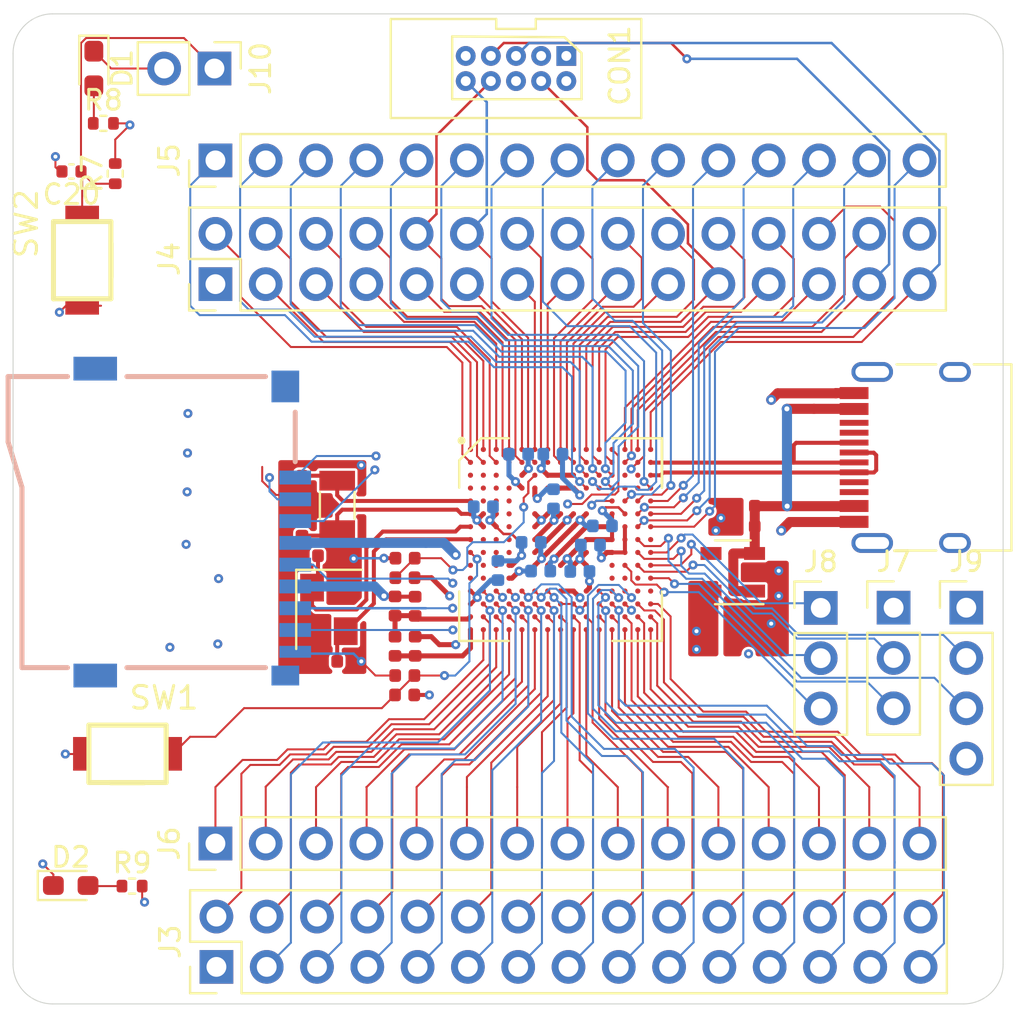
<source format=kicad_pcb>
(kicad_pcb (version 20171130) (host pcbnew "(5.1.10-1-10_14)")
  (layers (0 F.Cu signal) (1 In1.Cu signal) (2 In2.Cu signal) (31 B.Cu signal) (34 B.Paste user) (35 F.Paste user) (36 B.SilkS user) (37 F.SilkS user) (38 B.Mask user) (39 F.Mask user) (44 Edge.Cuts user))
  (net 0 "")
  (net 1 +3V3)
  (net 2 GND)
  (net 3 VDDA)
  (net 4 PB15)
  (net 5 PB14)
  (net 6 PB11)
  (net 7 PB10)
  (net 8 PE15)
  (net 9 PE12)
  (net 10 PE10)
  (net 11 PE7)
  (net 12 PF14)
  (net 13 PF11)
  (net 14 PB0)
  (net 15 PB1)
  (net 16 PA7)
  (net 17 PA3)
  (net 18 PD8)
  (net 19 PD9)
  (net 20 PB13)
  (net 21 PB12)
  (net 22 PE14)
  (net 23 PE11)
  (net 24 PE9)
  (net 25 PE8)
  (net 26 PF15)
  (net 27 PF12)
  (net 28 PC5)
  (net 29 PA5)
  (net 30 PA6)
  (net 31 PA2)
  (net 32 "Net-(C1-Pad1)")
  (net 33 PD10)
  (net 34 PD11)
  (net 35 PH7)
  (net 36 PE13)
  (net 37 PG0)
  (net 38 PF13)
  (net 39 PC4)
  (net 40 PA4)
  (net 41 PA0)
  (net 42 PA1)
  (net 43 PH9)
  (net 44 PH8)
  (net 45 PH6)
  (net 46 PG1)
  (net 47 PB2)
  (net 48 PC3)
  (net 49 PG2)
  (net 50 PG3)
  (net 51 PG4)
  (net 52 PG5)
  (net 53 PG6)
  (net 54 PG7)
  (net 55 PG8)
  (net 56 PC7)
  (net 57 PC8)
  (net 58 PA8)
  (net 59 PC9)
  (net 60 "Net-(C3-Pad2)")
  (net 61 PA9)
  (net 62 PI0)
  (net 63 PH14)
  (net 64 PH13)
  (net 65 PA10)
  (net 66 PD2)
  (net 67 PD3)
  (net 68 PD4)
  (net 69 PA11)
  (net 70 PD1)
  (net 71 PD5)
  (net 72 PG9)
  (net 73 PA12)
  (net 74 PC10)
  (net 75 PC11)
  (net 76 PD0)
  (net 77 PD6)
  (net 78 PG10)
  (net 79 PG11)
  (net 80 PG12)
  (net 81 PG15)
  (net 82 PB6)
  (net 83 PB7)
  (net 84 PB9)
  (net 85 PE6)
  (net 86 PE5)
  (net 87 PE4)
  (net 88 PA13)
  (net 89 PA14)
  (net 90 PA15)
  (net 91 PC12)
  (net 92 PD7)
  (net 93 PB3)
  (net 94 PB4)
  (net 95 PG13)
  (net 96 PG14)
  (net 97 PB5)
  (net 98 PB8)
  (net 99 PE0)
  (net 100 PE1)
  (net 101 PE2)
  (net 102 PE3)
  (net 103 "Net-(C2-Pad1)")
  (net 104 "Net-(R2-Pad1)")
  (net 105 "Net-(R3-Pad1)")
  (net 106 VBUS)
  (net 107 NRST)
  (net 108 /stm32f407igh6/OSC8IN)
  (net 109 /stm32f407igh6/OSC8OUT)
  (net 110 /stm32f407igh6/OSC32OUT)
  (net 111 /stm32f407igh6/OSC32IN)
  (net 112 "Net-(R5-Pad1)")
  (net 113 "Net-(C20-Pad1)")
  (net 114 "Net-(D1-Pad2)")
  (net 115 "Net-(D1-Pad1)")
  (net 116 "Net-(D2-Pad2)")
  (module mybays_connector:turtlekey (layer F.Cu) (at 103.49 112.44 90)
    (fp_text reference SW2 (at 0 -2.830322 90) (layer F.SilkS) (effects (font (size 1.143 1.143) (thickness 0.1524)) (justify left)))
    (fp_text value SW_Push)
    (pad 1 smd rect (at -2.29997 0 90) (size 0.899998 1.699997) (layers F.Cu F.Paste F.Mask) (net 2 GND))
    (pad 2 smd rect (at 2.29997 0 90) (size 0.899998 1.699997) (layers F.Cu F.Paste F.Mask) (net 113 "Net-(C20-Pad1)"))
  )
  (module mybays_connector:turtlekey (layer F.Cu) (at 105.78 137.37)
    (fp_text reference SW1 (at 0 -2.830322) (layer F.SilkS) (effects (font (size 1.143 1.143) (thickness 0.1524)) (justify left)))
    (fp_text value SW_Push)
    (pad 1 smd rect (at -2.29997 0) (size 0.899998 1.699997) (layers F.Cu F.Paste F.Mask) (net 2 GND))
    (pad 2 smd rect (at 2.29997 0) (size 0.899998 1.699997) (layers F.Cu F.Paste F.Mask) (net 107 NRST))
  )
  (module Resistor_SMD:R_0402_1005Metric (layer F.Cu) (at 106.01 144.05)
    (fp_text reference R9 (at 0 -1.17) (layer F.SilkS))
    (fp_text value 47)
    (pad 2 smd roundrect (at 0.51 0) (size 0.54 0.64) (layers F.Cu F.Paste F.Mask) (net 1 +3V3))
    (pad 1 smd roundrect (at -0.51 0) (size 0.54 0.64) (layers F.Cu F.Paste F.Mask) (net 116 "Net-(D2-Pad2)"))
  )
  (module Resistor_SMD:R_0402_1005Metric (layer F.Cu) (at 104.56 105.53)
    (fp_text reference R8 (at 0 -1.17) (layer F.SilkS))
    (fp_text value 47)
    (pad 2 smd roundrect (at 0.51 0) (size 0.54 0.64) (layers F.Cu F.Paste F.Mask) (net 1 +3V3))
    (pad 1 smd roundrect (at -0.51 0) (size 0.54 0.64) (layers F.Cu F.Paste F.Mask) (net 114 "Net-(D1-Pad2)"))
  )
  (module Resistor_SMD:R_0402_1005Metric (layer F.Cu) (at 105.16 108.07 90)
    (fp_text reference R7 (at 0 -1.17 90) (layer F.SilkS))
    (fp_text value 10k)
    (pad 2 smd roundrect (at 0.51 0 90) (size 0.54 0.64) (layers F.Cu F.Paste F.Mask) (net 1 +3V3))
    (pad 1 smd roundrect (at -0.51 0 90) (size 0.54 0.64) (layers F.Cu F.Paste F.Mask) (net 113 "Net-(C20-Pad1)"))
  )
  (module Connector_PinHeader_2.54mm:PinHeader_1x02_P2.54mm_Vertical (layer F.Cu) (at 110.17 102.76 270)
    (fp_text reference J10 (at 0 -2.33 90) (layer F.SilkS))
    (fp_text value Conn_01x02)
    (pad 2 thru_hole oval (at 0 2.54 270) (size 1.7 1.7) (drill 1) (layers *.Cu *.Mask) (net 115 "Net-(D1-Pad1)"))
    (pad 1 thru_hole rect (at 0 0 270) (size 1.7 1.7) (drill 1) (layers *.Cu *.Mask) (net 113 "Net-(C20-Pad1)"))
  )
  (module LED_SMD:LED_0603_1608Metric_Pad1.05x0.95mm_HandSolder (layer F.Cu) (at 102.91 144.02)
    (fp_text reference D2 (at 0 -1.43) (layer F.SilkS))
    (fp_text value LED)
    (pad 2 smd roundrect (at 0.875 0) (size 1.05 0.95) (layers F.Cu F.Paste F.Mask) (net 116 "Net-(D2-Pad2)"))
    (pad 1 smd roundrect (at -0.875 0) (size 1.05 0.95) (layers F.Cu F.Paste F.Mask) (net 2 GND))
  )
  (module LED_SMD:LED_0603_1608Metric_Pad1.05x0.95mm_HandSolder (layer F.Cu) (at 104.08 102.76 270)
    (fp_text reference D1 (at 0 -1.43 90) (layer F.SilkS))
    (fp_text value LED)
    (pad 2 smd roundrect (at 0.875 0 270) (size 1.05 0.95) (layers F.Cu F.Paste F.Mask) (net 114 "Net-(D1-Pad2)"))
    (pad 1 smd roundrect (at -0.875 0 270) (size 1.05 0.95) (layers F.Cu F.Paste F.Mask) (net 115 "Net-(D1-Pad1)"))
  )
  (module Capacitor_SMD:C_0402_1005Metric (layer F.Cu) (at 102.95 107.96 180)
    (fp_text reference C20 (at 0 -1.16) (layer F.SilkS))
    (fp_text value 1uF)
    (pad 2 smd roundrect (at 0.48 0 180) (size 0.56 0.62) (layers F.Cu F.Paste F.Mask) (net 2 GND))
    (pad 1 smd roundrect (at -0.48 0 180) (size 0.56 0.62) (layers F.Cu F.Paste F.Mask) (net 113 "Net-(C20-Pad1)"))
  )
  (module Connector_PinHeader_2.54mm:PinHeader_1x15_P2.54mm_Vertical (layer F.Cu) (at 110.22 107.4 90)
    (fp_text reference J5 (at 0 -2.33 90) (layer F.SilkS))
    (fp_text value Conn_01x15)
    (pad 15 thru_hole oval (at 0 35.56 90) (size 1.7 1.7) (drill 1) (layers *.Cu *.Mask) (net 56 PC7))
    (pad 14 thru_hole oval (at 0 33.02 90) (size 1.7 1.7) (drill 1) (layers *.Cu *.Mask) (net 57 PC8))
    (pad 13 thru_hole oval (at 0 30.48 90) (size 1.7 1.7) (drill 1) (layers *.Cu *.Mask) (net 58 PA8))
    (pad 12 thru_hole oval (at 0 27.94 90) (size 1.7 1.7) (drill 1) (layers *.Cu *.Mask) (net 59 PC9))
    (pad 11 thru_hole oval (at 0 25.4 90) (size 1.7 1.7) (drill 1) (layers *.Cu *.Mask) (net 61 PA9))
    (pad 10 thru_hole oval (at 0 22.86 90) (size 1.7 1.7) (drill 1) (layers *.Cu *.Mask) (net 62 PI0))
    (pad 9 thru_hole oval (at 0 20.32 90) (size 1.7 1.7) (drill 1) (layers *.Cu *.Mask) (net 63 PH14))
    (pad 8 thru_hole oval (at 0 17.78 90) (size 1.7 1.7) (drill 1) (layers *.Cu *.Mask) (net 64 PH13))
    (pad 7 thru_hole oval (at 0 15.24 90) (size 1.7 1.7) (drill 1) (layers *.Cu *.Mask) (net 65 PA10))
    (pad 6 thru_hole oval (at 0 12.7 90) (size 1.7 1.7) (drill 1) (layers *.Cu *.Mask) (net 67 PD3))
    (pad 5 thru_hole oval (at 0 10.16 90) (size 1.7 1.7) (drill 1) (layers *.Cu *.Mask) (net 66 PD2))
    (pad 4 thru_hole oval (at 0 7.62 90) (size 1.7 1.7) (drill 1) (layers *.Cu *.Mask) (net 70 PD1))
    (pad 3 thru_hole oval (at 0 5.08 90) (size 1.7 1.7) (drill 1) (layers *.Cu *.Mask) (net 71 PD5))
    (pad 2 thru_hole oval (at 0 2.54 90) (size 1.7 1.7) (drill 1) (layers *.Cu *.Mask) (net 72 PG9))
    (pad 1 thru_hole rect (at 0 0 90) (size 1.7 1.7) (drill 1) (layers *.Cu *.Mask) (net 68 PD4))
  )
  (module mybays_connector:debugger_2x05_P1.27mm_Vertical (layer F.Cu) (at 125.4 102.76 270)
    (fp_text reference CON1 (at -0.15 -5.24 90) (layer F.SilkS))
    (fp_text value CORTEX-DEBUGGER)
    (pad 1 thru_hole rect (at -0.635 -2.54 270) (size 1 1) (drill 0.5) (layers *.Cu *.Mask))
    (pad 2 thru_hole oval (at 0.635 -2.54 270) (size 1 1) (drill 0.5) (layers *.Cu *.Mask) (net 107 NRST))
    (pad 4 thru_hole oval (at 0.635 -1.27 270) (size 1 1) (drill 0.5) (layers *.Cu *.Mask) (net 93 PB3))
    (pad 3 thru_hole oval (at -0.635 -1.27 270) (size 1 1) (drill 0.5) (layers *.Cu *.Mask) (net 1 +3V3))
    (pad 6 thru_hole oval (at 0.635 0 270) (size 1 1) (drill 0.5) (layers *.Cu *.Mask) (net 2 GND))
    (pad 5 thru_hole oval (at -0.635 0 270) (size 1 1) (drill 0.5) (layers *.Cu *.Mask) (net 88 PA13))
    (pad 8 thru_hole oval (at 0.635 1.27 270) (size 1 1) (drill 0.5) (layers *.Cu *.Mask) (net 83 PB7))
    (pad 7 thru_hole oval (at -0.635 1.27 270) (size 1 1) (drill 0.5) (layers *.Cu *.Mask) (net 89 PA14))
    (pad 10 thru_hole oval (at 0.635 2.54 270) (size 1 1) (drill 0.5) (layers *.Cu *.Mask) (net 82 PB6))
    (pad 9 thru_hole oval (at -0.635 2.54 270) (size 1 1) (drill 0.5) (layers *.Cu *.Mask) (net 2 GND))
  )
  (module Capacitor_SMD:C_0402_1005Metric (layer B.Cu) (at 124.48464 128.11036 90)
    (fp_text reference C19 hide)
    (fp_text value 100n)
    (pad 2 smd roundrect (at 0.485 0 90) (size 0.59 0.64) (layers B.Cu B.Paste B.Mask) (net 1 +3V3))
    (pad 1 smd roundrect (at -0.485 0 90) (size 0.59 0.64) (layers B.Cu B.Paste B.Mask) (net 2 GND))
  )
  (module Capacitor_SMD:C_0402_1005Metric (layer B.Cu) (at 127.2634 122.23774)
    (fp_text reference C18 hide)
    (fp_text value 1uF)
    (pad 2 smd roundrect (at 0.485 0) (size 0.59 0.64) (layers B.Cu B.Paste B.Mask) (net 2 GND))
    (pad 1 smd roundrect (at -0.485 0) (size 0.59 0.64) (layers B.Cu B.Paste B.Mask) (net 1 +3V3))
  )
  (module Capacitor_SMD:C_0402_1005Metric (layer B.Cu) (at 126.16598 126.69036 180)
    (fp_text reference C17 hide)
    (fp_text value 100n)
    (pad 2 smd roundrect (at 0.485 0 180) (size 0.59 0.64) (layers B.Cu B.Paste B.Mask) (net 1 +3V3))
    (pad 1 smd roundrect (at -0.485 0 180) (size 0.59 0.64) (layers B.Cu B.Paste B.Mask) (net 2 GND))
  )
  (module Capacitor_SMD:C_0402_1005Metric (layer B.Cu) (at 129.15824 126.82498 180)
    (fp_text reference C16 hide)
    (fp_text value 1uF)
    (pad 2 smd roundrect (at 0.485 0 180) (size 0.59 0.64) (layers B.Cu B.Paste B.Mask) (net 2 GND))
    (pad 1 smd roundrect (at -0.485 0 180) (size 0.59 0.64) (layers B.Cu B.Paste B.Mask) (net 1 +3V3))
  )
  (module Capacitor_SMD:C_0402_1005Metric (layer B.Cu) (at 123.75058 124.89204)
    (fp_text reference C15 hide)
    (fp_text value 100n)
    (pad 2 smd roundrect (at 0.485 0) (size 0.59 0.64) (layers B.Cu B.Paste B.Mask) (net 1 +3V3))
    (pad 1 smd roundrect (at -0.485 0) (size 0.59 0.64) (layers B.Cu B.Paste B.Mask) (net 2 GND))
  )
  (module Capacitor_SMD:C_0402_1005Metric (layer B.Cu) (at 125.52858 122.2352 180)
    (fp_text reference C14 hide)
    (fp_text value 1uF)
    (pad 2 smd roundrect (at 0.485 0 180) (size 0.59 0.64) (layers B.Cu B.Paste B.Mask) (net 2 GND))
    (pad 1 smd roundrect (at -0.485 0 180) (size 0.59 0.64) (layers B.Cu B.Paste B.Mask) (net 1 +3V3))
  )
  (module Resistor_SMD:R_0402_1005Metric (layer F.Cu) (at 119.77548 134.39672)
    (fp_text reference R6 hide)
    (fp_text value 10k)
    (pad 2 smd roundrect (at 0.485 0) (size 0.59 0.64) (layers F.Cu F.Paste F.Mask) (net 1 +3V3))
    (pad 1 smd roundrect (at -0.485 0) (size 0.59 0.64) (layers F.Cu F.Paste F.Mask) (net 107 NRST))
  )
  (module Capacitor_SMD:C_0402_1005Metric (layer F.Cu) (at 119.7831 133.41628 180)
    (fp_text reference C13 hide)
    (fp_text value 1uF)
    (pad 2 smd roundrect (at 0.485 0 180) (size 0.59 0.64) (layers F.Cu F.Paste F.Mask) (net 2 GND))
    (pad 1 smd roundrect (at -0.485 0 180) (size 0.59 0.64) (layers F.Cu F.Paste F.Mask) (net 107 NRST))
  )
  (module Connector_PinHeader_2.54mm:PinHeader_1x03_P2.54mm_Vertical (layer F.Cu) (at 140.79 130)
    (fp_text reference J8 (at 0 -2.33) (layer F.SilkS))
    (fp_text value Conn_01x03)
    (pad 3 thru_hole oval (at 0 5.08) (size 1.7 1.7) (drill 1) (layers *.Cu *.Mask) (net 52 PG5))
    (pad 2 thru_hole oval (at 0 2.54) (size 1.7 1.7) (drill 1) (layers *.Cu *.Mask) (net 54 PG7))
    (pad 1 thru_hole rect (at 0 0) (size 1.7 1.7) (drill 1) (layers *.Cu *.Mask) (net 53 PG6))
  )
  (module Connector_PinHeader_2.54mm:PinHeader_1x03_P2.54mm_Vertical (layer F.Cu) (at 144.47 129.99)
    (fp_text reference J7 (at 0 -2.33) (layer F.SilkS))
    (fp_text value Conn_01x03)
    (pad 3 thru_hole oval (at 0 5.08) (size 1.7 1.7) (drill 1) (layers *.Cu *.Mask) (net 49 PG2))
    (pad 2 thru_hole oval (at 0 2.54) (size 1.7 1.7) (drill 1) (layers *.Cu *.Mask) (net 51 PG4))
    (pad 1 thru_hole rect (at 0 0) (size 1.7 1.7) (drill 1) (layers *.Cu *.Mask) (net 2 GND))
  )
  (module Connector_PinHeader_2.54mm:PinHeader_1x04_P2.54mm_Vertical (layer F.Cu) (at 148.14 129.99)
    (fp_text reference J9 (at 0 -2.33) (layer F.SilkS))
    (fp_text value Conn_01x04)
    (pad 4 thru_hole oval (at 0 7.62) (size 1.7 1.7) (drill 1) (layers *.Cu *.Mask) (net 2 GND))
    (pad 3 thru_hole oval (at 0 5.08) (size 1.7 1.7) (drill 1) (layers *.Cu *.Mask) (net 55 PG8))
    (pad 2 thru_hole oval (at 0 2.54) (size 1.7 1.7) (drill 1) (layers *.Cu *.Mask) (net 50 PG3))
    (pad 1 thru_hole rect (at 0 0) (size 1.7 1.7) (drill 1) (layers *.Cu *.Mask) (net 2 GND))
  )
  (module Package_TO_SOT_SMD:SOT-23-5 (layer F.Cu) (at 136.34662 128.2017 180)
    (fp_text reference U2 hide)
    (fp_text value LD3985M33R_SOT23)
    (pad 5 smd rect (at 1.1 -0.95 180) (size 1.06 0.65) (layers F.Cu F.Paste F.Mask) (net 1 +3V3))
    (pad 4 smd rect (at 1.1 0.95 180) (size 1.06 0.65) (layers F.Cu F.Paste F.Mask))
    (pad 3 smd rect (at -1.1 0.95 180) (size 1.06 0.65) (layers F.Cu F.Paste F.Mask) (net 106 VBUS))
    (pad 2 smd rect (at -1.1 0 180) (size 1.06 0.65) (layers F.Cu F.Paste F.Mask) (net 2 GND))
    (pad 1 smd rect (at -1.1 -0.95 180) (size 1.06 0.65) (layers F.Cu F.Paste F.Mask) (net 106 VBUS))
  )
  (module Capacitor_SMD:C_0402_1005Metric (layer F.Cu) (at 135.7446 130.90422 180)
    (fp_text reference C12 hide)
    (fp_text value 100n)
    (pad 2 smd roundrect (at 0.485 0 180) (size 0.59 0.64) (layers F.Cu F.Paste F.Mask) (net 1 +3V3))
    (pad 1 smd roundrect (at -0.485 0 180) (size 0.59 0.64) (layers F.Cu F.Paste F.Mask) (net 2 GND))
  )
  (module Capacitor_SMD:C_0402_1005Metric (layer F.Cu) (at 135.7446 132.09548)
    (fp_text reference C11 hide)
    (fp_text value 1uF)
    (pad 2 smd roundrect (at 0.485 0) (size 0.59 0.64) (layers F.Cu F.Paste F.Mask) (net 2 GND))
    (pad 1 smd roundrect (at -0.485 0) (size 0.59 0.64) (layers F.Cu F.Paste F.Mask) (net 1 +3V3))
  )
  (module Capacitor_SMD:C_0402_1005Metric (layer F.Cu) (at 136.97636 124.8641)
    (fp_text reference C10 hide)
    (fp_text value 100n)
    (pad 2 smd roundrect (at 0.485 0) (size 0.59 0.64) (layers F.Cu F.Paste F.Mask) (net 106 VBUS))
    (pad 1 smd roundrect (at -0.485 0) (size 0.59 0.64) (layers F.Cu F.Paste F.Mask) (net 2 GND))
  )
  (module Capacitor_SMD:C_0402_1005Metric (layer F.Cu) (at 136.97128 125.88772 180)
    (fp_text reference C9 hide)
    (fp_text value 1uF)
    (pad 2 smd roundrect (at 0.485 0 180) (size 0.59 0.64) (layers F.Cu F.Paste F.Mask) (net 2 GND))
    (pad 1 smd roundrect (at -0.485 0 180) (size 0.59 0.64) (layers F.Cu F.Paste F.Mask) (net 106 VBUS))
  )
  (module Package_BGA:BGA-225_15x15_10.0x10.0mm (layer F.Cu) (at 127.65 126.55)
    (fp_text reference U1 hide)
    (fp_text value STM32F407IGHx)
    (pad R15 smd circle (at 4.55 4.55) (size 0.26 0.26) (layers F.Cu F.Paste F.Mask) (net 4 PB15))
    (pad P15 smd circle (at 4.55 3.9) (size 0.26 0.26) (layers F.Cu F.Paste F.Mask) (net 18 PD8))
    (pad N15 smd circle (at 4.55 3.25) (size 0.26 0.26) (layers F.Cu F.Paste F.Mask) (net 33 PD10))
    (pad M15 smd circle (at 4.55 2.6) (size 0.26 0.26) (layers F.Cu F.Paste F.Mask))
    (pad L15 smd circle (at 4.55 1.95) (size 0.26 0.26) (layers F.Cu F.Paste F.Mask) (net 49 PG2))
    (pad K15 smd circle (at 4.55 1.3) (size 0.26 0.26) (layers F.Cu F.Paste F.Mask) (net 50 PG3))
    (pad J15 smd circle (at 4.55 0.65) (size 0.26 0.26) (layers F.Cu F.Paste F.Mask) (net 53 PG6))
    (pad H15 smd circle (at 4.55 0) (size 0.26 0.26) (layers F.Cu F.Paste F.Mask))
    (pad G15 smd circle (at 4.55 -0.65) (size 0.26 0.26) (layers F.Cu F.Paste F.Mask) (net 56 PC7))
    (pad F15 smd circle (at 4.55 -1.3) (size 0.26 0.26) (layers F.Cu F.Paste F.Mask) (net 58 PA8))
    (pad E15 smd circle (at 4.55 -1.95) (size 0.26 0.26) (layers F.Cu F.Paste F.Mask) (net 61 PA9))
    (pad D15 smd circle (at 4.55 -2.6) (size 0.26 0.26) (layers F.Cu F.Paste F.Mask) (net 65 PA10))
    (pad C15 smd circle (at 4.55 -3.25) (size 0.26 0.26) (layers F.Cu F.Paste F.Mask) (net 69 PA11))
    (pad B15 smd circle (at 4.55 -3.9) (size 0.26 0.26) (layers F.Cu F.Paste F.Mask) (net 73 PA12))
    (pad A15 smd circle (at 4.55 -4.55) (size 0.26 0.26) (layers F.Cu F.Paste F.Mask) (net 88 PA13))
    (pad R14 smd circle (at 3.9 4.55) (size 0.26 0.26) (layers F.Cu F.Paste F.Mask) (net 5 PB14))
    (pad P14 smd circle (at 3.9 3.9) (size 0.26 0.26) (layers F.Cu F.Paste F.Mask) (net 19 PD9))
    (pad N14 smd circle (at 3.9 3.25) (size 0.26 0.26) (layers F.Cu F.Paste F.Mask) (net 34 PD11))
    (pad M14 smd circle (at 3.9 2.6) (size 0.26 0.26) (layers F.Cu F.Paste F.Mask))
    (pad L14 smd circle (at 3.9 1.95) (size 0.26 0.26) (layers F.Cu F.Paste F.Mask))
    (pad K14 smd circle (at 3.9 1.3) (size 0.26 0.26) (layers F.Cu F.Paste F.Mask) (net 51 PG4))
    (pad J14 smd circle (at 3.9 0.65) (size 0.26 0.26) (layers F.Cu F.Paste F.Mask) (net 54 PG7))
    (pad H14 smd circle (at 3.9 0) (size 0.26 0.26) (layers F.Cu F.Paste F.Mask) (net 55 PG8))
    (pad G14 smd circle (at 3.9 -0.65) (size 0.26 0.26) (layers F.Cu F.Paste F.Mask) (net 57 PC8))
    (pad F14 smd circle (at 3.9 -1.3) (size 0.26 0.26) (layers F.Cu F.Paste F.Mask) (net 59 PC9))
    (pad E14 smd circle (at 3.9 -1.95) (size 0.26 0.26) (layers F.Cu F.Paste F.Mask) (net 62 PI0))
    (pad D14 smd circle (at 3.9 -2.6) (size 0.26 0.26) (layers F.Cu F.Paste F.Mask))
    (pad C14 smd circle (at 3.9 -3.25) (size 0.26 0.26) (layers F.Cu F.Paste F.Mask))
    (pad B14 smd circle (at 3.9 -3.9) (size 0.26 0.26) (layers F.Cu F.Paste F.Mask) (net 74 PC10))
    (pad A14 smd circle (at 3.9 -4.55) (size 0.26 0.26) (layers F.Cu F.Paste F.Mask) (net 89 PA14))
    (pad R13 smd circle (at 3.25 4.55) (size 0.26 0.26) (layers F.Cu F.Paste F.Mask) (net 6 PB11))
    (pad P13 smd circle (at 3.25 3.9) (size 0.26 0.26) (layers F.Cu F.Paste F.Mask) (net 20 PB13))
    (pad N13 smd circle (at 3.25 3.25) (size 0.26 0.26) (layers F.Cu F.Paste F.Mask))
    (pad M13 smd circle (at 3.25 2.6) (size 0.26 0.26) (layers F.Cu F.Paste F.Mask) (net 43 PH9))
    (pad L13 smd circle (at 3.25 1.95) (size 0.26 0.26) (layers F.Cu F.Paste F.Mask))
    (pad K13 smd circle (at 3.25 1.3) (size 0.26 0.26) (layers F.Cu F.Paste F.Mask) (net 52 PG5))
    (pad J13 smd circle (at 3.25 0.65) (size 0.26 0.26) (layers F.Cu F.Paste F.Mask) (net 1 +3V3))
    (pad H13 smd circle (at 3.25 0) (size 0.26 0.26) (layers F.Cu F.Paste F.Mask) (net 1 +3V3))
    (pad G13 smd circle (at 3.25 -0.65) (size 0.26 0.26) (layers F.Cu F.Paste F.Mask) (net 1 +3V3))
    (pad F13 smd circle (at 3.25 -1.3) (size 0.26 0.26) (layers F.Cu F.Paste F.Mask) (net 60 "Net-(C3-Pad2)"))
    (pad E13 smd circle (at 3.25 -1.95) (size 0.26 0.26) (layers F.Cu F.Paste F.Mask) (net 63 PH14))
    (pad D13 smd circle (at 3.25 -2.6) (size 0.26 0.26) (layers F.Cu F.Paste F.Mask))
    (pad C13 smd circle (at 3.25 -3.25) (size 0.26 0.26) (layers F.Cu F.Paste F.Mask))
    (pad B13 smd circle (at 3.25 -3.9) (size 0.26 0.26) (layers F.Cu F.Paste F.Mask) (net 75 PC11))
    (pad A13 smd circle (at 3.25 -4.55) (size 0.26 0.26) (layers F.Cu F.Paste F.Mask) (net 90 PA15))
    (pad R12 smd circle (at 2.6 4.55) (size 0.26 0.26) (layers F.Cu F.Paste F.Mask) (net 7 PB10))
    (pad P12 smd circle (at 2.6 3.9) (size 0.26 0.26) (layers F.Cu F.Paste F.Mask) (net 21 PB12))
    (pad N12 smd circle (at 2.6 3.25) (size 0.26 0.26) (layers F.Cu F.Paste F.Mask) (net 35 PH7))
    (pad M12 smd circle (at 2.6 2.6) (size 0.26 0.26) (layers F.Cu F.Paste F.Mask) (net 44 PH8))
    (pad L12 smd circle (at 2.6 1.95) (size 0.26 0.26) (layers F.Cu F.Paste F.Mask))
    (pad K12 smd circle (at 2.6 1.3) (size 0.26 0.26) (layers F.Cu F.Paste F.Mask))
    (pad J12 smd circle (at 2.6 0.65) (size 0.26 0.26) (layers F.Cu F.Paste F.Mask) (net 1 +3V3))
    (pad H12 smd circle (at 2.6 0) (size 0.26 0.26) (layers F.Cu F.Paste F.Mask) (net 2 GND))
    (pad G12 smd circle (at 2.6 -0.65) (size 0.26 0.26) (layers F.Cu F.Paste F.Mask) (net 2 GND))
    (pad F12 smd circle (at 2.6 -1.3) (size 0.26 0.26) (layers F.Cu F.Paste F.Mask) (net 2 GND))
    (pad E12 smd circle (at 2.6 -1.95) (size 0.26 0.26) (layers F.Cu F.Paste F.Mask) (net 64 PH13))
    (pad D12 smd circle (at 2.6 -2.6) (size 0.26 0.26) (layers F.Cu F.Paste F.Mask) (net 66 PD2))
    (pad C12 smd circle (at 2.6 -3.25) (size 0.26 0.26) (layers F.Cu F.Paste F.Mask) (net 70 PD1))
    (pad B12 smd circle (at 2.6 -3.9) (size 0.26 0.26) (layers F.Cu F.Paste F.Mask) (net 76 PD0))
    (pad A12 smd circle (at 2.6 -4.55) (size 0.26 0.26) (layers F.Cu F.Paste F.Mask) (net 91 PC12))
    (pad R11 smd circle (at 1.95 4.55) (size 0.26 0.26) (layers F.Cu F.Paste F.Mask) (net 8 PE15))
    (pad P11 smd circle (at 1.95 3.9) (size 0.26 0.26) (layers F.Cu F.Paste F.Mask) (net 22 PE14))
    (pad N11 smd circle (at 1.95 3.25) (size 0.26 0.26) (layers F.Cu F.Paste F.Mask) (net 36 PE13))
    (pad M11 smd circle (at 1.95 2.6) (size 0.26 0.26) (layers F.Cu F.Paste F.Mask) (net 45 PH6))
    (pad D11 smd circle (at 1.95 -2.6) (size 0.26 0.26) (layers F.Cu F.Paste F.Mask) (net 67 PD3))
    (pad C11 smd circle (at 1.95 -3.25) (size 0.26 0.26) (layers F.Cu F.Paste F.Mask) (net 71 PD5))
    (pad B11 smd circle (at 1.95 -3.9) (size 0.26 0.26) (layers F.Cu F.Paste F.Mask) (net 77 PD6))
    (pad A11 smd circle (at 1.95 -4.55) (size 0.26 0.26) (layers F.Cu F.Paste F.Mask) (net 92 PD7))
    (pad R10 smd circle (at 1.3 4.55) (size 0.26 0.26) (layers F.Cu F.Paste F.Mask) (net 9 PE12))
    (pad P10 smd circle (at 1.3 3.9) (size 0.26 0.26) (layers F.Cu F.Paste F.Mask) (net 23 PE11))
    (pad N10 smd circle (at 1.3 3.25) (size 0.26 0.26) (layers F.Cu F.Paste F.Mask) (net 1 +3V3))
    (pad M10 smd circle (at 1.3 2.6) (size 0.26 0.26) (layers F.Cu F.Paste F.Mask) (net 103 "Net-(C2-Pad1)"))
    (pad K10 smd circle (at 1.3 1.3) (size 0.26 0.26) (layers F.Cu F.Paste F.Mask) (net 2 GND))
    (pad J10 smd circle (at 1.3 0.65) (size 0.26 0.26) (layers F.Cu F.Paste F.Mask) (net 2 GND))
    (pad H10 smd circle (at 1.3 0) (size 0.26 0.26) (layers F.Cu F.Paste F.Mask) (net 2 GND))
    (pad G10 smd circle (at 1.3 -0.65) (size 0.26 0.26) (layers F.Cu F.Paste F.Mask) (net 2 GND))
    (pad F10 smd circle (at 1.3 -1.3) (size 0.26 0.26) (layers F.Cu F.Paste F.Mask) (net 2 GND))
    (pad D10 smd circle (at 1.3 -2.6) (size 0.26 0.26) (layers F.Cu F.Paste F.Mask) (net 68 PD4))
    (pad C10 smd circle (at 1.3 -3.25) (size 0.26 0.26) (layers F.Cu F.Paste F.Mask) (net 72 PG9))
    (pad B10 smd circle (at 1.3 -3.9) (size 0.26 0.26) (layers F.Cu F.Paste F.Mask) (net 78 PG10))
    (pad A10 smd circle (at 1.3 -4.55) (size 0.26 0.26) (layers F.Cu F.Paste F.Mask) (net 93 PB3))
    (pad R9 smd circle (at 0.65 4.55) (size 0.26 0.26) (layers F.Cu F.Paste F.Mask) (net 10 PE10))
    (pad P9 smd circle (at 0.65 3.9) (size 0.26 0.26) (layers F.Cu F.Paste F.Mask) (net 24 PE9))
    (pad N9 smd circle (at 0.65 3.25) (size 0.26 0.26) (layers F.Cu F.Paste F.Mask) (net 1 +3V3))
    (pad M9 smd circle (at 0.65 2.6) (size 0.26 0.26) (layers F.Cu F.Paste F.Mask) (net 2 GND))
    (pad K9 smd circle (at 0.65 1.3) (size 0.26 0.26) (layers F.Cu F.Paste F.Mask) (net 2 GND))
    (pad J9 smd circle (at 0.65 0.65) (size 0.26 0.26) (layers F.Cu F.Paste F.Mask) (net 2 GND))
    (pad H9 smd circle (at 0.65 0) (size 0.26 0.26) (layers F.Cu F.Paste F.Mask) (net 2 GND))
    (pad G9 smd circle (at 0.65 -0.65) (size 0.26 0.26) (layers F.Cu F.Paste F.Mask) (net 2 GND))
    (pad F9 smd circle (at 0.65 -1.3) (size 0.26 0.26) (layers F.Cu F.Paste F.Mask) (net 2 GND))
    (pad D9 smd circle (at 0.65 -2.6) (size 0.26 0.26) (layers F.Cu F.Paste F.Mask) (net 2 GND))
    (pad C9 smd circle (at 0.65 -3.25) (size 0.26 0.26) (layers F.Cu F.Paste F.Mask) (net 1 +3V3))
    (pad B9 smd circle (at 0.65 -3.9) (size 0.26 0.26) (layers F.Cu F.Paste F.Mask) (net 79 PG11))
    (pad A9 smd circle (at 0.65 -4.55) (size 0.26 0.26) (layers F.Cu F.Paste F.Mask) (net 94 PB4))
    (pad R8 smd circle (at 0 4.55) (size 0.26 0.26) (layers F.Cu F.Paste F.Mask) (net 11 PE7))
    (pad P8 smd circle (at 0 3.9) (size 0.26 0.26) (layers F.Cu F.Paste F.Mask) (net 25 PE8))
    (pad N8 smd circle (at 0 3.25) (size 0.26 0.26) (layers F.Cu F.Paste F.Mask) (net 1 +3V3))
    (pad M8 smd circle (at 0 2.6) (size 0.26 0.26) (layers F.Cu F.Paste F.Mask) (net 2 GND))
    (pad K8 smd circle (at 0 1.3) (size 0.26 0.26) (layers F.Cu F.Paste F.Mask) (net 2 GND))
    (pad J8 smd circle (at 0 0.65) (size 0.26 0.26) (layers F.Cu F.Paste F.Mask) (net 2 GND))
    (pad H8 smd circle (at 0 0) (size 0.26 0.26) (layers F.Cu F.Paste F.Mask) (net 2 GND))
    (pad G8 smd circle (at 0 -0.65) (size 0.26 0.26) (layers F.Cu F.Paste F.Mask) (net 2 GND))
    (pad F8 smd circle (at 0 -1.3) (size 0.26 0.26) (layers F.Cu F.Paste F.Mask) (net 2 GND))
    (pad D8 smd circle (at 0 -2.6) (size 0.26 0.26) (layers F.Cu F.Paste F.Mask) (net 2 GND))
    (pad C8 smd circle (at 0 -3.25) (size 0.26 0.26) (layers F.Cu F.Paste F.Mask) (net 1 +3V3))
    (pad B8 smd circle (at 0 -3.9) (size 0.26 0.26) (layers F.Cu F.Paste F.Mask) (net 80 PG12))
    (pad A8 smd circle (at 0 -4.55) (size 0.26 0.26) (layers F.Cu F.Paste F.Mask) (net 95 PG13))
    (pad R7 smd circle (at -0.65 4.55) (size 0.26 0.26) (layers F.Cu F.Paste F.Mask) (net 12 PF14))
    (pad P7 smd circle (at -0.65 3.9) (size 0.26 0.26) (layers F.Cu F.Paste F.Mask) (net 26 PF15))
    (pad N7 smd circle (at -0.65 3.25) (size 0.26 0.26) (layers F.Cu F.Paste F.Mask) (net 37 PG0))
    (pad M7 smd circle (at -0.65 2.6) (size 0.26 0.26) (layers F.Cu F.Paste F.Mask) (net 46 PG1))
    (pad K7 smd circle (at -0.65 1.3) (size 0.26 0.26) (layers F.Cu F.Paste F.Mask) (net 2 GND))
    (pad J7 smd circle (at -0.65 0.65) (size 0.26 0.26) (layers F.Cu F.Paste F.Mask) (net 2 GND))
    (pad H7 smd circle (at -0.65 0) (size 0.26 0.26) (layers F.Cu F.Paste F.Mask) (net 2 GND))
    (pad G7 smd circle (at -0.65 -0.65) (size 0.26 0.26) (layers F.Cu F.Paste F.Mask) (net 2 GND))
    (pad F7 smd circle (at -0.65 -1.3) (size 0.26 0.26) (layers F.Cu F.Paste F.Mask) (net 2 GND))
    (pad D7 smd circle (at -0.65 -2.6) (size 0.26 0.26) (layers F.Cu F.Paste F.Mask) (net 2 GND))
    (pad C7 smd circle (at -0.65 -3.25) (size 0.26 0.26) (layers F.Cu F.Paste F.Mask) (net 1 +3V3))
    (pad B7 smd circle (at -0.65 -3.9) (size 0.26 0.26) (layers F.Cu F.Paste F.Mask) (net 81 PG15))
    (pad A7 smd circle (at -0.65 -4.55) (size 0.26 0.26) (layers F.Cu F.Paste F.Mask) (net 96 PG14))
    (pad R6 smd circle (at -1.3 4.55) (size 0.26 0.26) (layers F.Cu F.Paste F.Mask) (net 13 PF11))
    (pad P6 smd circle (at -1.3 3.9) (size 0.26 0.26) (layers F.Cu F.Paste F.Mask) (net 27 PF12))
    (pad N6 smd circle (at -1.3 3.25) (size 0.26 0.26) (layers F.Cu F.Paste F.Mask) (net 38 PF13))
    (pad M6 smd circle (at -1.3 2.6) (size 0.26 0.26) (layers F.Cu F.Paste F.Mask) (net 47 PB2))
    (pad K6 smd circle (at -1.3 1.3) (size 0.26 0.26) (layers F.Cu F.Paste F.Mask) (net 2 GND))
    (pad J6 smd circle (at -1.3 0.65) (size 0.26 0.26) (layers F.Cu F.Paste F.Mask) (net 2 GND))
    (pad H6 smd circle (at -1.3 0) (size 0.26 0.26) (layers F.Cu F.Paste F.Mask) (net 2 GND))
    (pad G6 smd circle (at -1.3 -0.65) (size 0.26 0.26) (layers F.Cu F.Paste F.Mask) (net 2 GND))
    (pad F6 smd circle (at -1.3 -1.3) (size 0.26 0.26) (layers F.Cu F.Paste F.Mask) (net 2 GND))
    (pad D6 smd circle (at -1.3 -2.6) (size 0.26 0.26) (layers F.Cu F.Paste F.Mask) (net 112 "Net-(R5-Pad1)"))
    (pad C6 smd circle (at -1.3 -3.25) (size 0.26 0.26) (layers F.Cu F.Paste F.Mask) (net 105 "Net-(R3-Pad1)"))
    (pad B6 smd circle (at -1.3 -3.9) (size 0.26 0.26) (layers F.Cu F.Paste F.Mask) (net 82 PB6))
    (pad A6 smd circle (at -1.3 -4.55) (size 0.26 0.26) (layers F.Cu F.Paste F.Mask) (net 97 PB5))
    (pad R5 smd circle (at -1.95 4.55) (size 0.26 0.26) (layers F.Cu F.Paste F.Mask) (net 14 PB0))
    (pad P5 smd circle (at -1.95 3.9) (size 0.26 0.26) (layers F.Cu F.Paste F.Mask) (net 28 PC5))
    (pad N5 smd circle (at -1.95 3.25) (size 0.26 0.26) (layers F.Cu F.Paste F.Mask) (net 39 PC4))
    (pad M5 smd circle (at -1.95 2.6) (size 0.26 0.26) (layers F.Cu F.Paste F.Mask) (net 48 PC3))
    (pad D5 smd circle (at -1.95 -2.6) (size 0.26 0.26) (layers F.Cu F.Paste F.Mask) (net 2 GND))
    (pad C5 smd circle (at -1.95 -3.25) (size 0.26 0.26) (layers F.Cu F.Paste F.Mask) (net 1 +3V3))
    (pad B5 smd circle (at -1.95 -3.9) (size 0.26 0.26) (layers F.Cu F.Paste F.Mask) (net 83 PB7))
    (pad A5 smd circle (at -1.95 -4.55) (size 0.26 0.26) (layers F.Cu F.Paste F.Mask) (net 98 PB8))
    (pad R4 smd circle (at -2.6 4.55) (size 0.26 0.26) (layers F.Cu F.Paste F.Mask) (net 15 PB1))
    (pad P4 smd circle (at -2.6 3.9) (size 0.26 0.26) (layers F.Cu F.Paste F.Mask) (net 29 PA5))
    (pad N4 smd circle (at -2.6 3.25) (size 0.26 0.26) (layers F.Cu F.Paste F.Mask) (net 40 PA4))
    (pad M4 smd circle (at -2.6 2.6) (size 0.26 0.26) (layers F.Cu F.Paste F.Mask))
    (pad L4 smd circle (at -2.6 1.95) (size 0.26 0.26) (layers F.Cu F.Paste F.Mask) (net 104 "Net-(R2-Pad1)"))
    (pad K4 smd circle (at -2.6 1.3) (size 0.26 0.26) (layers F.Cu F.Paste F.Mask) (net 1 +3V3))
    (pad J4 smd circle (at -2.6 0.65) (size 0.26 0.26) (layers F.Cu F.Paste F.Mask))
    (pad H4 smd circle (at -2.6 0) (size 0.26 0.26) (layers F.Cu F.Paste F.Mask))
    (pad G4 smd circle (at -2.6 -0.65) (size 0.26 0.26) (layers F.Cu F.Paste F.Mask))
    (pad F4 smd circle (at -2.6 -1.3) (size 0.26 0.26) (layers F.Cu F.Paste F.Mask))
    (pad E4 smd circle (at -2.6 -1.95) (size 0.26 0.26) (layers F.Cu F.Paste F.Mask))
    (pad D4 smd circle (at -2.6 -2.6) (size 0.26 0.26) (layers F.Cu F.Paste F.Mask))
    (pad C4 smd circle (at -2.6 -3.25) (size 0.26 0.26) (layers F.Cu F.Paste F.Mask))
    (pad B4 smd circle (at -2.6 -3.9) (size 0.26 0.26) (layers F.Cu F.Paste F.Mask) (net 84 PB9))
    (pad A4 smd circle (at -2.6 -4.55) (size 0.26 0.26) (layers F.Cu F.Paste F.Mask) (net 99 PE0))
    (pad R3 smd circle (at -3.25 4.55) (size 0.26 0.26) (layers F.Cu F.Paste F.Mask) (net 16 PA7))
    (pad P3 smd circle (at -3.25 3.9) (size 0.26 0.26) (layers F.Cu F.Paste F.Mask) (net 30 PA6))
    (pad N3 smd circle (at -3.25 3.25) (size 0.26 0.26) (layers F.Cu F.Paste F.Mask) (net 41 PA0))
    (pad M3 smd circle (at -3.25 2.6) (size 0.26 0.26) (layers F.Cu F.Paste F.Mask))
    (pad L3 smd circle (at -3.25 1.95) (size 0.26 0.26) (layers F.Cu F.Paste F.Mask))
    (pad K3 smd circle (at -3.25 1.3) (size 0.26 0.26) (layers F.Cu F.Paste F.Mask))
    (pad J3 smd circle (at -3.25 0.65) (size 0.26 0.26) (layers F.Cu F.Paste F.Mask))
    (pad H3 smd circle (at -3.25 0) (size 0.26 0.26) (layers F.Cu F.Paste F.Mask))
    (pad G3 smd circle (at -3.25 -0.65) (size 0.26 0.26) (layers F.Cu F.Paste F.Mask) (net 1 +3V3))
    (pad F3 smd circle (at -3.25 -1.3) (size 0.26 0.26) (layers F.Cu F.Paste F.Mask) (net 1 +3V3))
    (pad E3 smd circle (at -3.25 -1.95) (size 0.26 0.26) (layers F.Cu F.Paste F.Mask))
    (pad D3 smd circle (at -3.25 -2.6) (size 0.26 0.26) (layers F.Cu F.Paste F.Mask))
    (pad C3 smd circle (at -3.25 -3.25) (size 0.26 0.26) (layers F.Cu F.Paste F.Mask))
    (pad B3 smd circle (at -3.25 -3.9) (size 0.26 0.26) (layers F.Cu F.Paste F.Mask) (net 85 PE6))
    (pad A3 smd circle (at -3.25 -4.55) (size 0.26 0.26) (layers F.Cu F.Paste F.Mask) (net 100 PE1))
    (pad R2 smd circle (at -3.9 4.55) (size 0.26 0.26) (layers F.Cu F.Paste F.Mask) (net 17 PA3))
    (pad P2 smd circle (at -3.9 3.9) (size 0.26 0.26) (layers F.Cu F.Paste F.Mask) (net 31 PA2))
    (pad N2 smd circle (at -3.9 3.25) (size 0.26 0.26) (layers F.Cu F.Paste F.Mask) (net 42 PA1))
    (pad M2 smd circle (at -3.9 2.6) (size 0.26 0.26) (layers F.Cu F.Paste F.Mask))
    (pad L2 smd circle (at -3.9 1.95) (size 0.26 0.26) (layers F.Cu F.Paste F.Mask))
    (pad K2 smd circle (at -3.9 1.3) (size 0.26 0.26) (layers F.Cu F.Paste F.Mask))
    (pad J2 smd circle (at -3.9 0.65) (size 0.26 0.26) (layers F.Cu F.Paste F.Mask))
    (pad H2 smd circle (at -3.9 0) (size 0.26 0.26) (layers F.Cu F.Paste F.Mask))
    (pad G2 smd circle (at -3.9 -0.65) (size 0.26 0.26) (layers F.Cu F.Paste F.Mask) (net 2 GND))
    (pad F2 smd circle (at -3.9 -1.3) (size 0.26 0.26) (layers F.Cu F.Paste F.Mask) (net 2 GND))
    (pad E2 smd circle (at -3.9 -1.95) (size 0.26 0.26) (layers F.Cu F.Paste F.Mask))
    (pad D2 smd circle (at -3.9 -2.6) (size 0.26 0.26) (layers F.Cu F.Paste F.Mask))
    (pad C2 smd circle (at -3.9 -3.25) (size 0.26 0.26) (layers F.Cu F.Paste F.Mask))
    (pad B2 smd circle (at -3.9 -3.9) (size 0.26 0.26) (layers F.Cu F.Paste F.Mask) (net 86 PE5))
    (pad A2 smd circle (at -3.9 -4.55) (size 0.26 0.26) (layers F.Cu F.Paste F.Mask) (net 101 PE2))
    (pad R1 smd circle (at -4.55 4.55) (size 0.26 0.26) (layers F.Cu F.Paste F.Mask) (net 3 VDDA))
    (pad P1 smd circle (at -4.55 3.9) (size 0.26 0.26) (layers F.Cu F.Paste F.Mask) (net 32 "Net-(C1-Pad1)"))
    (pad N1 smd circle (at -4.55 3.25) (size 0.26 0.26) (layers F.Cu F.Paste F.Mask) (net 2 GND))
    (pad M1 smd circle (at -4.55 2.6) (size 0.26 0.26) (layers F.Cu F.Paste F.Mask) (net 2 GND))
    (pad L1 smd circle (at -4.55 1.95) (size 0.26 0.26) (layers F.Cu F.Paste F.Mask))
    (pad K1 smd circle (at -4.55 1.3) (size 0.26 0.26) (layers F.Cu F.Paste F.Mask))
    (pad J1 smd circle (at -4.55 0.65) (size 0.26 0.26) (layers F.Cu F.Paste F.Mask) (net 107 NRST))
    (pad H1 smd circle (at -4.55 0) (size 0.26 0.26) (layers F.Cu F.Paste F.Mask) (net 109 /stm32f407igh6/OSC8OUT))
    (pad G1 smd circle (at -4.55 -0.65) (size 0.26 0.26) (layers F.Cu F.Paste F.Mask) (net 108 /stm32f407igh6/OSC8IN))
    (pad F1 smd circle (at -4.55 -1.3) (size 0.26 0.26) (layers F.Cu F.Paste F.Mask) (net 110 /stm32f407igh6/OSC32OUT))
    (pad E1 smd circle (at -4.55 -1.95) (size 0.26 0.26) (layers F.Cu F.Paste F.Mask) (net 111 /stm32f407igh6/OSC32IN))
    (pad D1 smd circle (at -4.55 -2.6) (size 0.26 0.26) (layers F.Cu F.Paste F.Mask))
    (pad C1 smd circle (at -4.55 -3.25) (size 0.26 0.26) (layers F.Cu F.Paste F.Mask))
    (pad B1 smd circle (at -4.55 -3.9) (size 0.26 0.26) (layers F.Cu F.Paste F.Mask) (net 87 PE4))
    (pad A1 smd circle (at -4.55 -4.55) (size 0.26 0.26) (layers F.Cu F.Paste F.Mask) (net 102 PE3))
  )
  (module Resistor_SMD:R_0402_1005Metric (layer B.Cu) (at 127.29134 124.49326 270)
    (fp_text reference R5 hide)
    (fp_text value 10k)
    (pad 2 smd roundrect (at 0.485 0 270) (size 0.59 0.64) (layers B.Cu B.Paste B.Mask) (net 2 GND))
    (pad 1 smd roundrect (at -0.485 0 270) (size 0.59 0.64) (layers B.Cu B.Paste B.Mask) (net 112 "Net-(R5-Pad1)"))
  )
  (module Resistor_SMD:R_0402_1005Metric (layer F.Cu) (at 119.79834 127.49046)
    (fp_text reference R4 hide)
    (fp_text value 10k)
    (pad 2 smd roundrect (at 0.485 0) (size 0.59 0.64) (layers F.Cu F.Paste F.Mask) (net 105 "Net-(R3-Pad1)"))
    (pad 1 smd roundrect (at -0.485 0) (size 0.59 0.64) (layers F.Cu F.Paste F.Mask) (net 2 GND))
  )
  (module Resistor_SMD:R_0402_1005Metric (layer F.Cu) (at 119.79072 128.47598)
    (fp_text reference R3 hide)
    (fp_text value 10k)
    (pad 2 smd roundrect (at 0.485 0) (size 0.59 0.64) (layers F.Cu F.Paste F.Mask) (net 1 +3V3))
    (pad 1 smd roundrect (at -0.485 0) (size 0.59 0.64) (layers F.Cu F.Paste F.Mask) (net 105 "Net-(R3-Pad1)"))
  )
  (module Resistor_SMD:R_0402_1005Metric (layer B.Cu) (at 126.645 128.14)
    (fp_text reference R2 hide)
    (fp_text value 10k)
    (pad 2 smd roundrect (at 0.485 0) (size 0.59 0.64) (layers B.Cu B.Paste B.Mask) (net 2 GND))
    (pad 1 smd roundrect (at -0.485 0) (size 0.59 0.64) (layers B.Cu B.Paste B.Mask) (net 104 "Net-(R2-Pad1)"))
  )
  (module Resistor_SMD:R_0402_1005Metric (layer F.Cu) (at 119.29 131.938 90)
    (fp_text reference R1 hide)
    (fp_text value 47)
    (pad 2 smd roundrect (at 0.485 0 90) (size 0.59 0.64) (layers F.Cu F.Paste F.Mask) (net 32 "Net-(C1-Pad1)"))
    (pad 1 smd roundrect (at -0.485 0 90) (size 0.59 0.64) (layers F.Cu F.Paste F.Mask) (net 3 VDDA))
  )
  (module Inductor_SMD:L_0402_1005Metric (layer F.Cu) (at 120.306 131.938 270)
    (fp_text reference L1 hide)
    (fp_text value L)
    (pad 2 smd roundrect (at 0.485 0 270) (size 0.59 0.64) (layers F.Cu F.Paste F.Mask) (net 3 VDDA))
    (pad 1 smd roundrect (at -0.485 0 270) (size 0.59 0.64) (layers F.Cu F.Paste F.Mask) (net 1 +3V3))
  )
  (module Capacitor_SMD:C_0402_1005Metric (layer F.Cu) (at 119.29 129.906 270)
    (fp_text reference C4 hide)
    (fp_text value 100n)
    (pad 2 smd roundrect (at 0.485 0 270) (size 0.59 0.64) (layers F.Cu F.Paste F.Mask) (net 32 "Net-(C1-Pad1)"))
    (pad 1 smd roundrect (at -0.485 0 270) (size 0.59 0.64) (layers F.Cu F.Paste F.Mask) (net 2 GND))
  )
  (module Capacitor_SMD:C_0402_1005Metric (layer B.Cu) (at 129.76262 125.85978)
    (fp_text reference C3 hide)
    (fp_text value 2.2uF)
    (pad 2 smd roundrect (at 0.485 0) (size 0.59 0.64) (layers B.Cu B.Paste B.Mask) (net 60 "Net-(C3-Pad2)"))
    (pad 1 smd roundrect (at -0.485 0) (size 0.59 0.64) (layers B.Cu B.Paste B.Mask) (net 2 GND))
  )
  (module Capacitor_SMD:C_0402_1005Metric (layer B.Cu) (at 128.625 128.16 180)
    (fp_text reference C2 hide)
    (fp_text value 2.2uF)
    (pad 2 smd roundrect (at 0.485 0 180) (size 0.59 0.64) (layers B.Cu B.Paste B.Mask) (net 2 GND))
    (pad 1 smd roundrect (at -0.485 0 180) (size 0.59 0.64) (layers B.Cu B.Paste B.Mask) (net 103 "Net-(C2-Pad1)"))
  )
  (module Capacitor_SMD:C_0402_1005Metric (layer F.Cu) (at 120.306 129.919 90)
    (fp_text reference C1 hide)
    (fp_text value 1uF)
    (pad 2 smd roundrect (at 0.485 0 90) (size 0.59 0.64) (layers F.Cu F.Paste F.Mask) (net 2 GND))
    (pad 1 smd roundrect (at -0.485 0 90) (size 0.59 0.64) (layers F.Cu F.Paste F.Mask) (net 32 "Net-(C1-Pad1)"))
  )
  (module Crystal:Crystal_SMD_3215-2Pin_3.2x1.5mm (layer F.Cu) (at 116.369 124.826 270)
    (fp_text reference Y2 hide)
    (fp_text value Crystal)
    (pad 2 smd rect (at -1.25 0 270) (size 1 1.8) (layers F.Cu F.Paste F.Mask) (net 111 /stm32f407igh6/OSC32IN))
    (pad 1 smd rect (at 1.25 0 270) (size 1 1.8) (layers F.Cu F.Paste F.Mask) (net 110 /stm32f407igh6/OSC32OUT))
  )
  (module Crystal:Crystal_SMD_3225-4Pin_3.2x2.5mm (layer F.Cu) (at 115.949 130.076 270)
    (fp_text reference Y1 hide)
    (fp_text value Crystal_GND24_Small)
    (pad 4 smd rect (at -1.1 -0.85 270) (size 1.4 1.2) (layers F.Cu F.Paste F.Mask) (net 2 GND))
    (pad 3 smd rect (at 1.1 -0.85 270) (size 1.4 1.2) (layers F.Cu F.Paste F.Mask) (net 109 /stm32f407igh6/OSC8OUT))
    (pad 2 smd rect (at 1.1 0.85 270) (size 1.4 1.2) (layers F.Cu F.Paste F.Mask) (net 2 GND))
    (pad 1 smd rect (at -1.1 0.85 270) (size 1.4 1.2) (layers F.Cu F.Paste F.Mask) (net 108 /stm32f407igh6/OSC8IN))
  )
  (module Capacitor_SMD:C_0402_1005Metric (layer F.Cu) (at 114.591 123.81 270)
    (fp_text reference C8 hide)
    (fp_text value 20P)
    (pad 2 smd roundrect (at 0.485 0 270) (size 0.59 0.64) (layers F.Cu F.Paste F.Mask) (net 2 GND))
    (pad 1 smd roundrect (at -0.485 0 270) (size 0.59 0.64) (layers F.Cu F.Paste F.Mask) (net 111 /stm32f407igh6/OSC32IN))
  )
  (module Capacitor_SMD:C_0402_1005Metric (layer F.Cu) (at 114.591 125.865 90)
    (fp_text reference C7 hide)
    (fp_text value 20P)
    (pad 2 smd roundrect (at 0.485 0 90) (size 0.59 0.64) (layers F.Cu F.Paste F.Mask) (net 2 GND))
    (pad 1 smd roundrect (at -0.485 0 90) (size 0.59 0.64) (layers F.Cu F.Paste F.Mask) (net 110 /stm32f407igh6/OSC32OUT))
  )
  (module Capacitor_SMD:C_0402_1005Metric (layer F.Cu) (at 115.884 132.7 180)
    (fp_text reference C6 hide)
    (fp_text value 20P)
    (pad 2 smd roundrect (at 0.485 0 180) (size 0.59 0.64) (layers F.Cu F.Paste F.Mask) (net 2 GND))
    (pad 1 smd roundrect (at -0.485 0 180) (size 0.59 0.64) (layers F.Cu F.Paste F.Mask) (net 109 /stm32f407igh6/OSC8OUT))
  )
  (module Capacitor_SMD:C_0402_1005Metric (layer F.Cu) (at 115.884 127.366)
    (fp_text reference C5 hide)
    (fp_text value 20P)
    (pad 2 smd roundrect (at 0.485 0) (size 0.59 0.64) (layers F.Cu F.Paste F.Mask) (net 2 GND))
    (pad 1 smd roundrect (at -0.485 0) (size 0.59 0.64) (layers F.Cu F.Paste F.Mask) (net 108 /stm32f407igh6/OSC8IN))
  )
  (module Connector_PinHeader_2.54mm:PinHeader_1x15_P2.54mm_Vertical (layer F.Cu) (at 110.22 141.9 90)
    (fp_text reference J6 (at 0 -2.33 90) (layer F.SilkS))
    (fp_text value Conn_01x15)
    (pad 15 thru_hole oval (at 0 35.56 90) (size 1.7 1.7) (drill 1) (layers *.Cu *.Mask) (net 34 PD11))
    (pad 14 thru_hole oval (at 0 33.02 90) (size 1.7 1.7) (drill 1) (layers *.Cu *.Mask) (net 4 PB15))
    (pad 13 thru_hole oval (at 0 30.48 90) (size 1.7 1.7) (drill 1) (layers *.Cu *.Mask) (net 5 PB14))
    (pad 12 thru_hole oval (at 0 27.94 90) (size 1.7 1.7) (drill 1) (layers *.Cu *.Mask) (net 6 PB11))
    (pad 11 thru_hole oval (at 0 25.4 90) (size 1.7 1.7) (drill 1) (layers *.Cu *.Mask) (net 7 PB10))
    (pad 10 thru_hole oval (at 0 22.86 90) (size 1.7 1.7) (drill 1) (layers *.Cu *.Mask) (net 8 PE15))
    (pad 9 thru_hole oval (at 0 20.32 90) (size 1.7 1.7) (drill 1) (layers *.Cu *.Mask) (net 9 PE12))
    (pad 8 thru_hole oval (at 0 17.78 90) (size 1.7 1.7) (drill 1) (layers *.Cu *.Mask) (net 10 PE10))
    (pad 7 thru_hole oval (at 0 15.24 90) (size 1.7 1.7) (drill 1) (layers *.Cu *.Mask) (net 11 PE7))
    (pad 6 thru_hole oval (at 0 12.7 90) (size 1.7 1.7) (drill 1) (layers *.Cu *.Mask) (net 12 PF14))
    (pad 5 thru_hole oval (at 0 10.16 90) (size 1.7 1.7) (drill 1) (layers *.Cu *.Mask) (net 13 PF11))
    (pad 4 thru_hole oval (at 0 7.62 90) (size 1.7 1.7) (drill 1) (layers *.Cu *.Mask) (net 14 PB0))
    (pad 3 thru_hole oval (at 0 5.08 90) (size 1.7 1.7) (drill 1) (layers *.Cu *.Mask) (net 15 PB1))
    (pad 2 thru_hole oval (at 0 2.54 90) (size 1.7 1.7) (drill 1) (layers *.Cu *.Mask) (net 16 PA7))
    (pad 1 thru_hole rect (at 0 0 90) (size 1.7 1.7) (drill 1) (layers *.Cu *.Mask) (net 17 PA3))
  )
  (module Connector_PinHeader_2.54mm:PinHeader_2x15_P2.54mm_Vertical (layer F.Cu) (at 110.27 148.13 90)
    (fp_text reference J3 (at 1.27 -2.33 90) (layer F.SilkS))
    (fp_text value Conn_02x15_Odd_Even)
    (pad 1 thru_hole rect (at 0 0 90) (size 1.7 1.7) (drill 1) (layers *.Cu *.Mask) (net 1 +3V3))
    (pad 2 thru_hole oval (at 2.54 0 90) (size 1.7 1.7) (drill 1) (layers *.Cu *.Mask) (net 31 PA2))
    (pad 3 thru_hole oval (at 0 2.54 90) (size 1.7 1.7) (drill 1) (layers *.Cu *.Mask) (net 42 PA1))
    (pad 4 thru_hole oval (at 2.54 2.54 90) (size 1.7 1.7) (drill 1) (layers *.Cu *.Mask) (net 30 PA6))
    (pad 5 thru_hole oval (at 0 5.08 90) (size 1.7 1.7) (drill 1) (layers *.Cu *.Mask) (net 41 PA0))
    (pad 6 thru_hole oval (at 2.54 5.08 90) (size 1.7 1.7) (drill 1) (layers *.Cu *.Mask) (net 29 PA5))
    (pad 7 thru_hole oval (at 0 7.62 90) (size 1.7 1.7) (drill 1) (layers *.Cu *.Mask) (net 40 PA4))
    (pad 8 thru_hole oval (at 2.54 7.62 90) (size 1.7 1.7) (drill 1) (layers *.Cu *.Mask) (net 28 PC5))
    (pad 9 thru_hole oval (at 0 10.16 90) (size 1.7 1.7) (drill 1) (layers *.Cu *.Mask) (net 39 PC4))
    (pad 10 thru_hole oval (at 2.54 10.16 90) (size 1.7 1.7) (drill 1) (layers *.Cu *.Mask) (net 27 PF12))
    (pad 11 thru_hole oval (at 0 12.7 90) (size 1.7 1.7) (drill 1) (layers *.Cu *.Mask) (net 38 PF13))
    (pad 12 thru_hole oval (at 2.54 12.7 90) (size 1.7 1.7) (drill 1) (layers *.Cu *.Mask) (net 26 PF15))
    (pad 13 thru_hole oval (at 0 15.24 90) (size 1.7 1.7) (drill 1) (layers *.Cu *.Mask) (net 37 PG0))
    (pad 14 thru_hole oval (at 2.54 15.24 90) (size 1.7 1.7) (drill 1) (layers *.Cu *.Mask) (net 25 PE8))
    (pad 15 thru_hole oval (at 0 17.78 90) (size 1.7 1.7) (drill 1) (layers *.Cu *.Mask) (net 46 PG1))
    (pad 16 thru_hole oval (at 2.54 17.78 90) (size 1.7 1.7) (drill 1) (layers *.Cu *.Mask) (net 24 PE9))
    (pad 17 thru_hole oval (at 0 20.32 90) (size 1.7 1.7) (drill 1) (layers *.Cu *.Mask) (net 47 PB2))
    (pad 18 thru_hole oval (at 2.54 20.32 90) (size 1.7 1.7) (drill 1) (layers *.Cu *.Mask) (net 23 PE11))
    (pad 19 thru_hole oval (at 0 22.86 90) (size 1.7 1.7) (drill 1) (layers *.Cu *.Mask) (net 48 PC3))
    (pad 20 thru_hole oval (at 2.54 22.86 90) (size 1.7 1.7) (drill 1) (layers *.Cu *.Mask) (net 22 PE14))
    (pad 21 thru_hole oval (at 0 25.4 90) (size 1.7 1.7) (drill 1) (layers *.Cu *.Mask) (net 43 PH9))
    (pad 22 thru_hole oval (at 2.54 25.4 90) (size 1.7 1.7) (drill 1) (layers *.Cu *.Mask) (net 21 PB12))
    (pad 23 thru_hole oval (at 0 27.94 90) (size 1.7 1.7) (drill 1) (layers *.Cu *.Mask) (net 44 PH8))
    (pad 24 thru_hole oval (at 2.54 27.94 90) (size 1.7 1.7) (drill 1) (layers *.Cu *.Mask) (net 20 PB13))
    (pad 25 thru_hole oval (at 0 30.48 90) (size 1.7 1.7) (drill 1) (layers *.Cu *.Mask) (net 45 PH6))
    (pad 26 thru_hole oval (at 2.54 30.48 90) (size 1.7 1.7) (drill 1) (layers *.Cu *.Mask) (net 19 PD9))
    (pad 27 thru_hole oval (at 0 33.02 90) (size 1.7 1.7) (drill 1) (layers *.Cu *.Mask) (net 36 PE13))
    (pad 28 thru_hole oval (at 2.54 33.02 90) (size 1.7 1.7) (drill 1) (layers *.Cu *.Mask) (net 18 PD8))
    (pad 29 thru_hole oval (at 0 35.56 90) (size 1.7 1.7) (drill 1) (layers *.Cu *.Mask) (net 35 PH7))
    (pad 30 thru_hole oval (at 2.54 35.56 90) (size 1.7 1.7) (drill 1) (layers *.Cu *.Mask) (net 33 PD10))
  )
  (module Connector_PinHeader_2.54mm:PinHeader_2x15_P2.54mm_Vertical (layer F.Cu) (at 110.22 113.65 90)
    (fp_text reference J4 (at 1.27 -2.33 90) (layer F.SilkS))
    (fp_text value Conn_02x15_Odd_Even)
    (pad 30 thru_hole oval (at 2.54 35.56 90) (size 1.7 1.7) (drill 1) (layers *.Cu *.Mask) (net 1 +3V3))
    (pad 29 thru_hole oval (at 0 35.56 90) (size 1.7 1.7) (drill 1) (layers *.Cu *.Mask) (net 88 PA13))
    (pad 28 thru_hole oval (at 2.54 33.02 90) (size 1.7 1.7) (drill 1) (layers *.Cu *.Mask) (net 75 PC11))
    (pad 27 thru_hole oval (at 0 33.02 90) (size 1.7 1.7) (drill 1) (layers *.Cu *.Mask) (net 89 PA14))
    (pad 26 thru_hole oval (at 2.54 30.48 90) (size 1.7 1.7) (drill 1) (layers *.Cu *.Mask) (net 74 PC10))
    (pad 25 thru_hole oval (at 0 30.48 90) (size 1.7 1.7) (drill 1) (layers *.Cu *.Mask) (net 90 PA15))
    (pad 24 thru_hole oval (at 2.54 27.94 90) (size 1.7 1.7) (drill 1) (layers *.Cu *.Mask) (net 76 PD0))
    (pad 23 thru_hole oval (at 0 27.94 90) (size 1.7 1.7) (drill 1) (layers *.Cu *.Mask) (net 92 PD7))
    (pad 22 thru_hole oval (at 2.54 25.4 90) (size 1.7 1.7) (drill 1) (layers *.Cu *.Mask) (net 77 PD6))
    (pad 21 thru_hole oval (at 0 25.4 90) (size 1.7 1.7) (drill 1) (layers *.Cu *.Mask) (net 93 PB3))
    (pad 20 thru_hole oval (at 2.54 22.86 90) (size 1.7 1.7) (drill 1) (layers *.Cu *.Mask) (net 78 PG10))
    (pad 19 thru_hole oval (at 0 22.86 90) (size 1.7 1.7) (drill 1) (layers *.Cu *.Mask) (net 94 PB4))
    (pad 18 thru_hole oval (at 2.54 20.32 90) (size 1.7 1.7) (drill 1) (layers *.Cu *.Mask) (net 79 PG11))
    (pad 17 thru_hole oval (at 0 20.32 90) (size 1.7 1.7) (drill 1) (layers *.Cu *.Mask) (net 95 PG13))
    (pad 16 thru_hole oval (at 2.54 17.78 90) (size 1.7 1.7) (drill 1) (layers *.Cu *.Mask) (net 80 PG12))
    (pad 15 thru_hole oval (at 0 17.78 90) (size 1.7 1.7) (drill 1) (layers *.Cu *.Mask) (net 96 PG14))
    (pad 14 thru_hole oval (at 2.54 15.24 90) (size 1.7 1.7) (drill 1) (layers *.Cu *.Mask) (net 81 PG15))
    (pad 13 thru_hole oval (at 0 15.24 90) (size 1.7 1.7) (drill 1) (layers *.Cu *.Mask) (net 97 PB5))
    (pad 12 thru_hole oval (at 2.54 12.7 90) (size 1.7 1.7) (drill 1) (layers *.Cu *.Mask) (net 82 PB6))
    (pad 11 thru_hole oval (at 0 12.7 90) (size 1.7 1.7) (drill 1) (layers *.Cu *.Mask) (net 98 PB8))
    (pad 10 thru_hole oval (at 2.54 10.16 90) (size 1.7 1.7) (drill 1) (layers *.Cu *.Mask) (net 83 PB7))
    (pad 9 thru_hole oval (at 0 10.16 90) (size 1.7 1.7) (drill 1) (layers *.Cu *.Mask) (net 99 PE0))
    (pad 8 thru_hole oval (at 2.54 7.62 90) (size 1.7 1.7) (drill 1) (layers *.Cu *.Mask) (net 84 PB9))
    (pad 7 thru_hole oval (at 0 7.62 90) (size 1.7 1.7) (drill 1) (layers *.Cu *.Mask) (net 100 PE1))
    (pad 6 thru_hole oval (at 2.54 5.08 90) (size 1.7 1.7) (drill 1) (layers *.Cu *.Mask) (net 85 PE6))
    (pad 5 thru_hole oval (at 0 5.08 90) (size 1.7 1.7) (drill 1) (layers *.Cu *.Mask) (net 101 PE2))
    (pad 4 thru_hole oval (at 2.54 2.54 90) (size 1.7 1.7) (drill 1) (layers *.Cu *.Mask) (net 86 PE5))
    (pad 3 thru_hole oval (at 0 2.54 90) (size 1.7 1.7) (drill 1) (layers *.Cu *.Mask) (net 102 PE3))
    (pad 2 thru_hole oval (at 2.54 0 90) (size 1.7 1.7) (drill 1) (layers *.Cu *.Mask) (net 87 PE4))
    (pad 1 thru_hole rect (at 0 0 90) (size 1.7 1.7) (drill 1) (layers *.Cu *.Mask) (net 1 +3V3))
  )
  (module mybays_connector:TFCARD (layer B.Cu) (at 109 125.66674 90)
    (fp_text reference J2 hide)
    (fp_text value Micro_SD_Card)
    (pad 15 np_thru_hole circle (at -4.949952 -5.249926 90) (size 0.94996 0.94996) (drill oval 0.94996) (layers *.Cu *.Mask))
    (pad 14 np_thru_hole circle (at 3.050032 -5.249926 90) (size 0.94996 0.94996) (drill oval 0.94996) (layers *.Cu *.Mask))
    (pad 0 smd rect (at 6.850126 4.750054 90) (size 1.599946 1.400048) (layers B.Cu B.Paste B.Mask))
    (pad 0 smd rect (at 7.750048 -4.849876) (size 2.199894 1.199896) (layers B.Cu B.Paste B.Mask))
    (pad 0 smd rect (at -7.750048 -4.849876) (size 2.199894 1.199896) (layers B.Cu B.Paste B.Mask))
    (pad 0 smd rect (at -7.750048 4.750054) (size 1.400048 0.999998) (layers B.Cu B.Paste B.Mask))
    (pad 9 smd rect (at -6.549898 5.249926) (size 1.599946 0.599948) (layers B.Cu B.Paste B.Mask) (net 2 GND))
    (pad 8 smd rect (at -5.450078 5.249926) (size 1.599946 0.700024) (layers B.Cu B.Paste B.Mask) (net 59 PC9))
    (pad 7 smd rect (at -4.350004 5.249926) (size 1.599946 0.700024) (layers B.Cu B.Paste B.Mask) (net 57 PC8))
    (pad 6 smd rect (at -3.24993 5.249926) (size 1.599946 0.700024) (layers B.Cu B.Paste B.Mask) (net 2 GND))
    (pad 5 smd rect (at -2.15011 5.249926) (size 1.599946 0.700024) (layers B.Cu B.Paste B.Mask) (net 91 PC12))
    (pad 4 smd rect (at -1.050036 5.249926) (size 1.599946 0.700024) (layers B.Cu B.Paste B.Mask) (net 1 +3V3))
    (pad 3 smd rect (at 0.050038 5.249926) (size 1.599946 0.700024) (layers B.Cu B.Paste B.Mask) (net 66 PD2))
    (pad 2 smd rect (at 1.150112 5.249926) (size 1.599946 0.700024) (layers B.Cu B.Paste B.Mask) (net 75 PC11))
    (pad 1 smd rect (at 2.249932 5.249926) (size 1.599946 0.700024) (layers B.Cu B.Paste B.Mask) (net 74 PC10))
  )
  (module mybays_connector:USB_C (layer F.Cu) (at 146.52 122.403 90)
    (fp_text reference J1 hide)
    (fp_text value USB_C)
    (pad B1 smd rect (at 3.25 -4.045 90) (size 0.6 1.45) (layers F.Cu F.Paste F.Mask) (net 2 GND))
    (pad A9 smd rect (at 2.45 -4.045 90) (size 0.6 1.45) (layers F.Cu F.Paste F.Mask) (net 106 VBUS))
    (pad B9 smd rect (at -2.45 -4.045 90) (size 0.6 1.45) (layers F.Cu F.Paste F.Mask) (net 106 VBUS))
    (pad B12 smd rect (at -3.25 -4.045 90) (size 0.6 1.45) (layers F.Cu F.Paste F.Mask) (net 2 GND))
    (pad A1 smd rect (at -3.25 -4.045 90) (size 0.6 1.45) (layers F.Cu F.Paste F.Mask) (net 2 GND))
    (pad A4 smd rect (at -2.45 -4.045 90) (size 0.6 1.45) (layers F.Cu F.Paste F.Mask) (net 106 VBUS))
    (pad B4 smd rect (at 2.45 -4.045 90) (size 0.6 1.45) (layers F.Cu F.Paste F.Mask) (net 106 VBUS))
    (pad A12 smd rect (at 3.25 -4.045 90) (size 0.6 1.45) (layers F.Cu F.Paste F.Mask) (net 2 GND))
    (pad B8 smd rect (at -1.75 -4.045 90) (size 0.3 1.45) (layers F.Cu F.Paste F.Mask))
    (pad A5 smd rect (at -1.25 -4.045 90) (size 0.3 1.45) (layers F.Cu F.Paste F.Mask))
    (pad B7 smd rect (at -0.75 -4.045 90) (size 0.3 1.45) (layers F.Cu F.Paste F.Mask) (net 69 PA11))
    (pad A7 smd rect (at 0.25 -4.045 90) (size 0.3 1.45) (layers F.Cu F.Paste F.Mask) (net 69 PA11))
    (pad B6 smd rect (at 0.75 -4.045 90) (size 0.3 1.45) (layers F.Cu F.Paste F.Mask) (net 73 PA12))
    (pad A8 smd rect (at 1.25 -4.045 90) (size 0.3 1.45) (layers F.Cu F.Paste F.Mask))
    (pad B5 smd rect (at 1.75 -4.045 90) (size 0.3 1.45) (layers F.Cu F.Paste F.Mask))
    (pad A6 smd rect (at -0.25 -4.045 90) (size 0.3 1.45) (layers F.Cu F.Paste F.Mask) (net 73 PA12))
    (pad S1 thru_hole oval (at 4.32 -3.13 90) (size 1 2.1) (drill oval 0.6 1.7) (layers *.Cu *.Mask) (net 2 GND))
    (pad S1 thru_hole oval (at -4.32 -3.13 90) (size 1 2.1) (drill oval 0.6 1.7) (layers *.Cu *.Mask) (net 2 GND))
    (pad "" np_thru_hole circle (at -2.89 -2.6 90) (size 0.65 0.65) (drill 0.65) (layers *.Cu *.Mask))
    (pad S1 thru_hole oval (at -4.32 1.05 90) (size 1 1.6) (drill oval 0.6 1.2) (layers *.Cu *.Mask) (net 2 GND))
    (pad "" np_thru_hole circle (at 2.89 -2.6 90) (size 0.65 0.65) (drill 0.65) (layers *.Cu *.Mask))
    (pad S1 thru_hole oval (at 4.32 1.05 90) (size 1 1.6) (drill oval 0.6 1.2) (layers *.Cu *.Mask) (net 2 GND))
  )
  (gr_arc (start 102 102) (end 102 100) (angle -90) (layer Edge.Cuts) (width 0.05))
  (gr_arc (start 148 102) (end 150 102) (angle -90) (layer Edge.Cuts) (width 0.05))
  (gr_arc (start 148 148) (end 148 150) (angle -90) (layer Edge.Cuts) (width 0.05))
  (gr_arc (start 102 148) (end 100 148) (angle -90) (layer Edge.Cuts) (width 0.05))
  (gr_line (start 100 148) (end 100 102) (layer Edge.Cuts) (width 0.05))
  (gr_line (start 148 150) (end 102 150) (layer Edge.Cuts) (width 0.05))
  (gr_line (start 150 102) (end 150 148) (layer Edge.Cuts) (width 0.05))
  (gr_line (start 102 100) (end 148 100) (layer Edge.Cuts) (width 0.05))
  (via (at 107.92 131.99) (size 0.4572) (drill 0.2032) (layers F.Cu B.Cu) (net 0))
  (via (at 108.83 120.18) (size 0.4572) (drill 0.2032) (layers F.Cu B.Cu) (net 0))
  (via (at 137.144 132.319) (size 0.4572) (drill 0.2032) (layers F.Cu B.Cu) (net 0))
  (via (at 131.23 130.12) (size 0.4572) (drill 0.2032) (layers F.Cu B.Cu) (net 0))
  (segment (start 131.17 130.07) (end 131.22 130.12) (width 0.1016) (layer F.Cu) (net 0))
  (segment (start 131.22 130.12) (end 131.23 130.12) (width 0.1016) (layer F.Cu) (net 0))
  (via (at 125.37 129.47) (size 0.4572) (drill 0.2032) (layers F.Cu B.Cu) (net 0))
  (segment (start 125.05 129.15) (end 125.37 129.47) (width 0.1016) (layer F.Cu) (net 0))
  (via (at 124.72 129.47) (size 0.4572) (drill 0.2032) (layers F.Cu B.Cu) (net 0))
  (segment (start 124.4 129.15) (end 124.72 129.47) (width 0.1016) (layer F.Cu) (net 0))
  (via (at 124.075001 129.492376) (size 0.4572) (drill 0.2032) (layers F.Cu B.Cu) (net 0))
  (segment (start 123.75 129.15) (end 123.75 129.167375) (width 0.1016) (layer F.Cu) (net 0))
  (segment (start 123.75 129.167375) (end 124.075001 129.492376) (width 0.1016) (layer F.Cu) (net 0))
  (segment (start 130.9 123.95) (end 130.895313 123.95) (width 0.1016) (layer F.Cu) (net 0))
  (segment (start 130.91 129.8) (end 131.23 130.12) (width 0.1016) (layer F.Cu) (net 0))
  (segment (start 130.9 129.8) (end 130.91 129.8) (width 0.1016) (layer F.Cu) (net 0))
  (segment (start 128.3 123.3) (end 127 123.3) (width 0.2032) (layer F.Cu) (net 1))
  (segment (start 130.9 125.9) (end 130.9 127.2) (width 0.2032) (layer F.Cu) (net 1))
  (segment (start 130.9 127.2) (end 130.25 127.2) (width 0.2032) (layer F.Cu) (net 1))
  (segment (start 128.95 129.8) (end 128.625 130.125) (width 0.1016) (layer F.Cu) (net 1))
  (segment (start 128.3 129.8) (end 128.62 130.12) (width 0.1016) (layer F.Cu) (net 1))
  (segment (start 128.625 130.125) (end 128.62 130.12) (width 0.1016) (layer F.Cu) (net 1))
  (segment (start 128.62 130.12) (end 128.620004 130.119996) (width 0.1016) (layer F.Cu) (net 1))
  (via (at 128.620004 130.119996) (size 0.4572) (drill 0.2032) (layers F.Cu B.Cu) (net 1))
  (segment (start 127.65 129.8) (end 128.3 129.8) (width 0.1016) (layer F.Cu) (net 1))
  (via (at 126.029777 122.962594) (size 0.4572) (drill 0.2032) (layers F.Cu B.Cu) (net 1))
  (via (at 126.667996 122.96486) (size 0.4572) (drill 0.2032) (layers F.Cu B.Cu) (net 1))
  (segment (start 127 123.3) (end 127 123.296864) (width 0.1016) (layer F.Cu) (net 1))
  (segment (start 127 123.296864) (end 126.667996 122.96486) (width 0.1016) (layer F.Cu) (net 1))
  (via (at 122.35104 127.31774) (size 0.508) (drill 0.254) (layers F.Cu B.Cu) (net 1))
  (segment (start 121.750076 126.716776) (end 122.35104 127.31774) (width 0.508) (layer B.Cu) (net 1))
  (segment (start 120.844566 126.716776) (end 121.750076 126.716776) (width 0.508) (layer B.Cu) (net 1))
  (segment (start 135.24662 132.0825) (end 135.2596 132.09548) (width 0.508) (layer F.Cu) (net 1))
  (segment (start 135.24662 129.1517) (end 135.24662 132.0825) (width 0.508) (layer F.Cu) (net 1))
  (via (at 134.5151 132.09294) (size 0.4572) (drill 0.2032) (layers F.Cu B.Cu) (net 1))
  (segment (start 135.2596 132.09548) (end 134.51764 132.09548) (width 0.508) (layer F.Cu) (net 1))
  (segment (start 134.51764 132.09548) (end 134.5151 132.09294) (width 0.508) (layer F.Cu) (net 1))
  (segment (start 134.5151 132.09294) (end 134.5151 131.176) (width 0.508) (layer F.Cu) (net 1))
  (via (at 134.5151 131.176) (size 0.4572) (drill 0.2032) (layers F.Cu B.Cu) (net 1))
  (via (at 129.709406 127.47522) (size 0.4572) (drill 0.2032) (layers F.Cu B.Cu) (net 1))
  (segment (start 129.984626 127.2) (end 129.709406 127.47522) (width 0.254) (layer F.Cu) (net 1))
  (segment (start 130.25 127.2) (end 129.984626 127.2) (width 0.254) (layer F.Cu) (net 1))
  (via (at 122.35358 131.85672) (size 0.4572) (drill 0.2032) (layers F.Cu B.Cu) (net 1))
  (segment (start 121.52554 131.85672) (end 122.35358 131.85672) (width 0.254) (layer F.Cu) (net 1))
  (segment (start 120.306 131.453) (end 121.12182 131.453) (width 0.254) (layer F.Cu) (net 1))
  (segment (start 121.12182 131.453) (end 121.52554 131.85672) (width 0.254) (layer F.Cu) (net 1))
  (segment (start 127.003136 123.3) (end 126.667996 122.96486) (width 0.254) (layer F.Cu) (net 1))
  (segment (start 128.3 123.3) (end 127.003136 123.3) (width 0.254) (layer F.Cu) (net 1))
  (segment (start 127 123.3) (end 127.003136 123.3) (width 0.254) (layer F.Cu) (net 1))
  (via (at 124.07824 125.57022) (size 0.4572) (drill 0.2032) (layers F.Cu B.Cu) (net 1))
  (segment (start 124.4 125.25) (end 124.39846 125.25) (width 0.254) (layer F.Cu) (net 1))
  (segment (start 124.39846 125.25) (end 124.07824 125.57022) (width 0.254) (layer F.Cu) (net 1))
  (segment (start 124.4 125.89198) (end 124.07824 125.57022) (width 0.254) (layer F.Cu) (net 1))
  (segment (start 124.4 125.9) (end 124.4 125.89198) (width 0.254) (layer F.Cu) (net 1))
  (segment (start 125.7 123.292371) (end 126.029777 122.962594) (width 0.254) (layer F.Cu) (net 1))
  (segment (start 125.7 123.3) (end 125.7 123.292371) (width 0.254) (layer F.Cu) (net 1))
  (via (at 121.02262 134.39926) (size 0.4572) (drill 0.2032) (layers F.Cu B.Cu) (net 1))
  (segment (start 120.26048 134.39672) (end 121.02008 134.39672) (width 0.2032) (layer F.Cu) (net 1))
  (segment (start 121.02008 134.39672) (end 121.02262 134.39926) (width 0.2032) (layer F.Cu) (net 1))
  (via (at 122.048778 129.39546) (size 0.4572) (drill 0.2032) (layers F.Cu B.Cu) (net 1))
  (segment (start 121.129298 128.47598) (end 122.048778 129.39546) (width 0.254) (layer F.Cu) (net 1))
  (segment (start 120.27572 128.47598) (end 121.129298 128.47598) (width 0.254) (layer F.Cu) (net 1))
  (via (at 125.68098 127.35584) (size 0.4572) (drill 0.2032) (layers F.Cu B.Cu) (net 1))
  (segment (start 125.05 127.85) (end 125.18682 127.85) (width 0.254) (layer F.Cu) (net 1))
  (segment (start 125.18682 127.85) (end 125.68098 127.35584) (width 0.254) (layer F.Cu) (net 1))
  (segment (start 125.68098 126.69036) (end 125.68098 127.35584) (width 0.254) (layer B.Cu) (net 1))
  (segment (start 124.23558 125.41288) (end 124.07824 125.57022) (width 0.254) (layer B.Cu) (net 1))
  (segment (start 124.23558 124.89204) (end 124.23558 125.41288) (width 0.254) (layer B.Cu) (net 1))
  (segment (start 126.01358 122.946397) (end 126.029777 122.962594) (width 0.254) (layer B.Cu) (net 1))
  (segment (start 126.01358 122.2352) (end 126.01358 122.946397) (width 0.254) (layer B.Cu) (net 1))
  (segment (start 129.64324 127.409054) (end 129.709406 127.47522) (width 0.254) (layer B.Cu) (net 1))
  (segment (start 129.64324 126.82498) (end 129.64324 127.409054) (width 0.254) (layer B.Cu) (net 1))
  (segment (start 126.7784 122.854456) (end 126.667996 122.96486) (width 0.254) (layer B.Cu) (net 1))
  (segment (start 126.7784 122.23774) (end 126.7784 122.854456) (width 0.254) (layer B.Cu) (net 1))
  (segment (start 125.41146 127.62536) (end 125.68098 127.35584) (width 0.254) (layer B.Cu) (net 1))
  (segment (start 124.48464 127.62536) (end 125.41146 127.62536) (width 0.254) (layer B.Cu) (net 1))
  (segment (start 120.844566 126.716776) (end 114.249926 126.716776) (width 0.508) (layer B.Cu) (net 1))
  (segment (start 125.68098 126.763026) (end 125.68098 127.35584) (width 0.127) (layer F.Cu) (net 1))
  (segment (start 125.185553 126.267599) (end 125.68098 126.763026) (width 0.127) (layer F.Cu) (net 1))
  (segment (start 124.767599 126.267599) (end 125.185553 126.267599) (width 0.127) (layer F.Cu) (net 1))
  (segment (start 124.4 125.9) (end 124.767599 126.267599) (width 0.127) (layer F.Cu) (net 1))
  (segment (start 109.68 113.11) (end 110.22 113.65) (width 0.1016) (layer F.Cu) (net 1))
  (segment (start 110.27 148.13) (end 110.27 147.8) (width 0.1016) (layer F.Cu) (net 1))
  (via (at 105.9 105.61) (size 0.4572) (drill 0.2032) (layers F.Cu B.Cu) (net 1))
  (segment (start 105.82 105.53) (end 105.9 105.61) (width 0.1016) (layer F.Cu) (net 1))
  (segment (start 105.07 105.53) (end 105.82 105.53) (width 0.1016) (layer F.Cu) (net 1))
  (segment (start 105.16 106.35) (end 105.9 105.61) (width 0.1016) (layer F.Cu) (net 1))
  (segment (start 105.16 107.56) (end 105.16 106.35) (width 0.1016) (layer F.Cu) (net 1))
  (via (at 106.64 144.86) (size 0.4572) (drill 0.2032) (layers F.Cu B.Cu) (net 1))
  (segment (start 106.52 144.74) (end 106.64 144.86) (width 0.1016) (layer F.Cu) (net 1))
  (segment (start 106.52 144.05) (end 106.52 144.74) (width 0.1016) (layer F.Cu) (net 1))
  (via (at 117.586 132.7) (size 0.4572) (drill 0.2032) (layers F.Cu B.Cu) (net 2))
  (segment (start 130.25 125.25) (end 130.25 126.55) (width 0.2032) (layer F.Cu) (net 2))
  (via (at 125.375006 123.625) (size 0.4572) (drill 0.2032) (layers F.Cu B.Cu) (net 2))
  (segment (start 128.3 123.95) (end 127 123.95) (width 0.254) (layer F.Cu) (net 2))
  (segment (start 127.65 129.15) (end 128.3 129.15) (width 0.254) (layer F.Cu) (net 2))
  (via (at 128.629985 129.487193) (size 0.4572) (drill 0.2032) (layers F.Cu B.Cu) (net 2))
  (segment (start 128.3 129.15) (end 128.3 129.157208) (width 0.254) (layer F.Cu) (net 2))
  (segment (start 128.3 129.157208) (end 128.629985 129.487193) (width 0.254) (layer F.Cu) (net 2))
  (segment (start 127.65 127.85) (end 127.98318 127.51682) (width 0.254) (layer F.Cu) (net 2))
  (segment (start 128.95 126.55) (end 128.3 127.2) (width 0.254) (layer F.Cu) (net 2))
  (segment (start 128.95 125.9) (end 127.32163 127.52837) (width 0.254) (layer F.Cu) (net 2))
  (segment (start 126.35 127.85) (end 126.68675 127.51325) (width 0.254) (layer F.Cu) (net 2))
  (segment (start 128.3 125.25) (end 127.981 125.569) (width 0.254) (layer F.Cu) (net 2))
  (segment (start 126.35 126.55) (end 127.31945 125.58055) (width 0.254) (layer F.Cu) (net 2))
  (via (at 128.62314 127.52686) (size 0.4572) (drill 0.2032) (layers F.Cu B.Cu) (net 2))
  (segment (start 128.95 127.85) (end 128.94628 127.85) (width 0.254) (layer F.Cu) (net 2))
  (segment (start 128.94628 127.85) (end 128.62314 127.52686) (width 0.254) (layer F.Cu) (net 2))
  (segment (start 128.3 127.85) (end 128.62314 127.52686) (width 0.254) (layer F.Cu) (net 2))
  (segment (start 128.62314 127.52686) (end 128.95 127.2) (width 0.254) (layer F.Cu) (net 2))
  (segment (start 126.35 125.9) (end 127 125.25) (width 0.254) (layer F.Cu) (net 2))
  (segment (start 127.31945 125.58055) (end 127.65 125.25) (width 0.254) (layer F.Cu) (net 2))
  (via (at 127.31945 125.58055) (size 0.4572) (drill 0.2032) (layers F.Cu B.Cu) (net 2))
  (segment (start 127.981 125.569) (end 126.67163 126.87837) (width 0.254) (layer F.Cu) (net 2))
  (via (at 127.981 125.569) (size 0.4572) (drill 0.2032) (layers F.Cu B.Cu) (net 2))
  (segment (start 128.6362 125.5638) (end 128.95 125.25) (width 0.254) (layer F.Cu) (net 2))
  (via (at 128.6362 125.5638) (size 0.4572) (drill 0.2032) (layers F.Cu B.Cu) (net 2))
  (segment (start 127.98318 127.51682) (end 128.3 127.2) (width 0.254) (layer F.Cu) (net 2))
  (via (at 127.98318 127.51682) (size 0.4572) (drill 0.2032) (layers F.Cu B.Cu) (net 2))
  (segment (start 127.32163 127.52837) (end 127 127.85) (width 0.254) (layer F.Cu) (net 2))
  (via (at 127.32163 127.52837) (size 0.4572) (drill 0.2032) (layers F.Cu B.Cu) (net 2))
  (segment (start 126.67163 126.87837) (end 126.35 127.2) (width 0.254) (layer F.Cu) (net 2))
  (segment (start 126.68675 127.51325) (end 128.6362 125.5638) (width 0.254) (layer F.Cu) (net 2))
  (via (at 126.68675 127.51325) (size 0.4572) (drill 0.2032) (layers F.Cu B.Cu) (net 2))
  (segment (start 130.25 126.55) (end 128.95 126.55) (width 0.254) (layer F.Cu) (net 2))
  (segment (start 130.25 125.9) (end 128.95 125.9) (width 0.254) (layer F.Cu) (net 2))
  (via (at 123.42546 125.57022) (size 0.4572) (drill 0.2032) (layers F.Cu B.Cu) (net 2))
  (segment (start 123.75 125.25) (end 123.74568 125.25) (width 0.254) (layer F.Cu) (net 2))
  (segment (start 123.74568 125.25) (end 123.42546 125.57022) (width 0.254) (layer F.Cu) (net 2))
  (segment (start 123.75 125.89476) (end 123.42546 125.57022) (width 0.254) (layer F.Cu) (net 2))
  (segment (start 123.75 125.9) (end 123.75 125.89476) (width 0.254) (layer F.Cu) (net 2))
  (segment (start 125.7 123.949994) (end 125.375006 123.625) (width 0.254) (layer F.Cu) (net 2))
  (segment (start 125.7 123.95) (end 125.7 123.949994) (width 0.254) (layer F.Cu) (net 2))
  (via (at 128.61722 124.30276) (size 0.4572) (drill 0.2032) (layers F.Cu B.Cu) (net 2))
  (segment (start 128.61722 124.26722) (end 128.61722 124.30276) (width 0.254) (layer F.Cu) (net 2))
  (segment (start 128.3 123.95) (end 128.61722 124.26722) (width 0.254) (layer F.Cu) (net 2))
  (via (at 126.67666 125.57276) (size 0.4572) (drill 0.2032) (layers F.Cu B.Cu) (net 2))
  (segment (start 126.3539 125.25) (end 126.67666 125.57276) (width 0.254) (layer F.Cu) (net 2))
  (segment (start 126.35 125.25) (end 126.3539 125.25) (width 0.254) (layer F.Cu) (net 2))
  (via (at 110.34 131.82) (size 0.4572) (drill 0.2032) (layers F.Cu B.Cu) (net 2))
  (via (at 108.74 126.79) (size 0.4572) (drill 0.2032) (layers F.Cu B.Cu) (net 2))
  (via (at 108.79 124.14) (size 0.4572) (drill 0.2032) (layers F.Cu B.Cu) (net 2))
  (via (at 108.81 122.18) (size 0.4572) (drill 0.2032) (layers F.Cu B.Cu) (net 2))
  (via (at 117.586 122.794) (size 0.4572) (drill 0.2032) (layers F.Cu B.Cu) (net 2))
  (via (at 110.38 128.52) (size 0.4572) (drill 0.2032) (layers F.Cu B.Cu) (net 2))
  (via (at 138.668 128.128) (size 0.4572) (drill 0.2032) (layers F.Cu B.Cu) (net 2))
  (via (at 138.287 130.795) (size 0.4572) (drill 0.2032) (layers F.Cu B.Cu) (net 2))
  (via (at 138.668 129.398) (size 0.4572) (drill 0.2032) (layers F.Cu B.Cu) (net 2))
  (via (at 135.493 126.096) (size 0.4572) (drill 0.2032) (layers F.Cu B.Cu) (net 2))
  (via (at 135.747 125.461) (size 0.4572) (drill 0.2032) (layers F.Cu B.Cu) (net 2))
  (via (at 138.287 119.492) (size 0.508) (drill 0.254) (layers F.Cu B.Cu) (net 2))
  (via (at 138.795 126.096) (size 0.508) (drill 0.254) (layers F.Cu B.Cu) (net 2))
  (via (at 118.729 127.493) (size 0.4572) (drill 0.2032) (layers F.Cu B.Cu) (net 2))
  (segment (start 119.31334 127.49046) (end 118.73154 127.49046) (width 0.2032) (layer F.Cu) (net 2))
  (segment (start 118.73154 127.49046) (end 118.729 127.493) (width 0.2032) (layer F.Cu) (net 2))
  (segment (start 119.303 129.434) (end 119.29 129.421) (width 0.2032) (layer F.Cu) (net 2))
  (segment (start 120.306 129.434) (end 119.303 129.434) (width 0.2032) (layer F.Cu) (net 2))
  (via (at 118.729 129.398) (size 0.508) (drill 0.254) (layers F.Cu B.Cu) (net 2))
  (segment (start 119.29 129.421) (end 118.752 129.421) (width 0.2032) (layer F.Cu) (net 2))
  (segment (start 118.752 129.421) (end 118.729 129.398) (width 0.2032) (layer F.Cu) (net 2))
  (via (at 123.442377 129.475001) (size 0.4572) (drill 0.2032) (layers F.Cu B.Cu) (net 2))
  (segment (start 123.1 129.15) (end 123.117376 129.15) (width 0.2032) (layer F.Cu) (net 2))
  (segment (start 123.117376 129.15) (end 123.442377 129.475001) (width 0.2032) (layer F.Cu) (net 2))
  (segment (start 123.117378 129.8) (end 123.442377 129.475001) (width 0.2032) (layer F.Cu) (net 2))
  (segment (start 123.1 129.8) (end 123.117378 129.8) (width 0.2032) (layer F.Cu) (net 2))
  (segment (start 127.29134 125.55244) (end 127.31945 125.58055) (width 0.254) (layer B.Cu) (net 2))
  (segment (start 127.29134 124.97826) (end 127.29134 125.55244) (width 0.254) (layer B.Cu) (net 2))
  (segment (start 128.93218 125.85978) (end 128.6362 125.5638) (width 0.254) (layer B.Cu) (net 2))
  (segment (start 129.27762 125.85978) (end 128.93218 125.85978) (width 0.254) (layer B.Cu) (net 2))
  (segment (start 128.14 127.67364) (end 127.98318 127.51682) (width 0.254) (layer B.Cu) (net 2))
  (segment (start 128.14 128.16) (end 128.14 127.67364) (width 0.254) (layer B.Cu) (net 2))
  (segment (start 127.13 127.72) (end 127.32163 127.52837) (width 0.254) (layer B.Cu) (net 2))
  (segment (start 127.13 128.14) (end 127.13 127.72) (width 0.254) (layer B.Cu) (net 2))
  (segment (start 126.65098 127.47748) (end 126.68675 127.51325) (width 0.254) (layer B.Cu) (net 2))
  (segment (start 126.65098 126.69036) (end 126.65098 127.47748) (width 0.254) (layer B.Cu) (net 2))
  (segment (start 123.26558 125.41034) (end 123.42546 125.57022) (width 0.254) (layer B.Cu) (net 2))
  (segment (start 123.26558 124.89204) (end 123.26558 125.41034) (width 0.254) (layer B.Cu) (net 2))
  (segment (start 125.04358 123.293574) (end 125.375006 123.625) (width 0.254) (layer B.Cu) (net 2))
  (segment (start 125.04358 122.2352) (end 125.04358 123.293574) (width 0.254) (layer B.Cu) (net 2))
  (segment (start 128.67324 127.47676) (end 128.62314 127.52686) (width 0.254) (layer B.Cu) (net 2))
  (segment (start 128.67324 126.82498) (end 128.67324 127.47676) (width 0.254) (layer B.Cu) (net 2))
  (segment (start 128.170355 123.855895) (end 128.61722 124.30276) (width 0.254) (layer B.Cu) (net 2))
  (segment (start 127.7484 122.23774) (end 127.7484 123.43394) (width 0.254) (layer B.Cu) (net 2))
  (segment (start 127.7484 123.43394) (end 128.170355 123.855895) (width 0.254) (layer B.Cu) (net 2))
  (segment (start 123.442377 129.287103) (end 123.442377 129.475001) (width 0.254) (layer B.Cu) (net 2))
  (segment (start 124.48464 128.59536) (end 124.13412 128.59536) (width 0.254) (layer B.Cu) (net 2))
  (segment (start 124.13412 128.59536) (end 123.442377 129.287103) (width 0.254) (layer B.Cu) (net 2))
  (segment (start 118.30228 133.41628) (end 117.586 132.7) (width 0.1016) (layer F.Cu) (net 2))
  (segment (start 119.2981 133.41628) (end 118.30228 133.41628) (width 0.1016) (layer F.Cu) (net 2))
  (segment (start 141.563 119.153) (end 142.475 119.153) (width 0.508) (layer F.Cu) (net 2))
  (segment (start 141.553 119.163) (end 141.563 119.153) (width 0.508) (layer F.Cu) (net 2))
  (segment (start 138.616 119.163) (end 141.553 119.163) (width 0.508) (layer F.Cu) (net 2))
  (segment (start 138.287 119.492) (end 138.616 119.163) (width 0.508) (layer F.Cu) (net 2))
  (segment (start 142.465 125.663) (end 142.475 125.653) (width 0.508) (layer F.Cu) (net 2))
  (segment (start 139.228 125.663) (end 142.465 125.663) (width 0.508) (layer F.Cu) (net 2))
  (segment (start 138.795 126.096) (end 139.228 125.663) (width 0.508) (layer F.Cu) (net 2))
  (segment (start 118.24767 128.91667) (end 114.249926 128.91667) (width 0.508) (layer B.Cu) (net 2))
  (segment (start 118.729 129.398) (end 118.24767 128.91667) (width 0.508) (layer B.Cu) (net 2))
  (segment (start 117.586 132.7) (end 117.196 132.31) (width 0.127) (layer B.Cu) (net 2))
  (segment (start 114.343288 132.31) (end 114.249926 132.216638) (width 0.127) (layer B.Cu) (net 2))
  (segment (start 117.196 132.31) (end 114.343288 132.31) (width 0.127) (layer B.Cu) (net 2))
  (via (at 117.2 127.51) (size 0.4572) (drill 0.2032) (layers F.Cu B.Cu) (net 2))
  (segment (start 117.217 127.493) (end 117.2 127.51) (width 0.127) (layer B.Cu) (net 2))
  (segment (start 118.729 127.493) (end 117.217 127.493) (width 0.127) (layer B.Cu) (net 2))
  (segment (start 116.513 127.51) (end 116.369 127.366) (width 0.127) (layer F.Cu) (net 2))
  (segment (start 117.2 127.51) (end 116.513 127.51) (width 0.127) (layer F.Cu) (net 2))
  (segment (start 113.279914 124.295) (end 114.591 124.295) (width 0.1016) (layer F.Cu) (net 2))
  (segment (start 112.581699 123.596785) (end 113.279914 124.295) (width 0.1016) (layer F.Cu) (net 2))
  (segment (start 112.581699 122.880071) (end 112.581699 123.596785) (width 0.1016) (layer F.Cu) (net 2))
  (segment (start 103.49 114.73997) (end 104.441598 114.73997) (width 0.1016) (layer F.Cu) (net 2))
  (via (at 102.34 115.07) (size 0.4572) (drill 0.2032) (layers F.Cu B.Cu) (net 2))
  (segment (start 102.67003 114.73997) (end 102.34 115.07) (width 0.1016) (layer F.Cu) (net 2))
  (segment (start 103.49 114.73997) (end 102.67003 114.73997) (width 0.1016) (layer F.Cu) (net 2))
  (segment (start 102.47 107.96) (end 102.47 108.07) (width 0.1016) (layer F.Cu) (net 2))
  (segment (start 102.14 107.74) (end 102.14 107.21) (width 0.1016) (layer F.Cu) (net 2))
  (via (at 102.14 107.21) (size 0.4572) (drill 0.2032) (layers F.Cu B.Cu) (net 2))
  (segment (start 102.47 108.07) (end 102.14 107.74) (width 0.1016) (layer F.Cu) (net 2))
  (segment (start 102.035 143.465) (end 101.5 142.93) (width 0.1016) (layer F.Cu) (net 2))
  (via (at 101.5 142.93) (size 0.4572) (drill 0.2032) (layers F.Cu B.Cu) (net 2))
  (segment (start 102.035 144.02) (end 102.035 143.465) (width 0.1016) (layer F.Cu) (net 2))
  (segment (start 103.48003 137.37) (end 103.57 137.37) (width 0.1016) (layer F.Cu) (net 2))
  (via (at 102.64 137.38) (size 0.4572) (drill 0.2032) (layers F.Cu B.Cu) (net 2))
  (segment (start 103.56 137.38) (end 102.64 137.38) (width 0.1016) (layer F.Cu) (net 2))
  (segment (start 103.57 137.37) (end 103.56 137.38) (width 0.1016) (layer F.Cu) (net 2))
  (segment (start 123.1 132.02978) (end 123.1 131.1) (width 0.254) (layer F.Cu) (net 3))
  (segment (start 119.29 132.423) (end 122.70678 132.423) (width 0.254) (layer F.Cu) (net 3))
  (segment (start 122.70678 132.423) (end 123.1 132.02978) (width 0.254) (layer F.Cu) (net 3))
  (segment (start 141.208 137.018) (end 143.24 139.05) (width 0.1016) (layer F.Cu) (net 4))
  (segment (start 132.2 134.106) (end 134.096 136.002) (width 0.1016) (layer F.Cu) (net 4))
  (segment (start 132.2 131.1) (end 132.2 134.106) (width 0.1016) (layer F.Cu) (net 4))
  (segment (start 134.096 136.002) (end 136.636 136.002) (width 0.1016) (layer F.Cu) (net 4))
  (segment (start 136.636 136.002) (end 137.652 137.018) (width 0.1016) (layer F.Cu) (net 4))
  (segment (start 137.652 137.018) (end 141.208 137.018) (width 0.1016) (layer F.Cu) (net 4))
  (segment (start 143.24 139.05) (end 143.24 141.9) (width 0.1016) (layer F.Cu) (net 4))
  (segment (start 139.176 137.526) (end 140.7 139.05) (width 0.1016) (layer F.Cu) (net 5))
  (segment (start 131.55 134.472) (end 133.588 136.51) (width 0.1016) (layer F.Cu) (net 5))
  (segment (start 131.55 131.1) (end 131.55 134.472) (width 0.1016) (layer F.Cu) (net 5))
  (segment (start 133.588 136.51) (end 136.372 136.51) (width 0.1016) (layer F.Cu) (net 5))
  (segment (start 136.372 136.51) (end 137.388 137.526) (width 0.1016) (layer F.Cu) (net 5))
  (segment (start 137.388 137.526) (end 139.176 137.526) (width 0.1016) (layer F.Cu) (net 5))
  (segment (start 140.7 139.05) (end 140.7 141.9) (width 0.1016) (layer F.Cu) (net 5))
  (segment (start 133.08 137.018) (end 136.128 137.018) (width 0.1016) (layer F.Cu) (net 6))
  (segment (start 130.9 131.1) (end 130.9 134.838) (width 0.1016) (layer F.Cu) (net 6))
  (segment (start 136.128 137.018) (end 138.16 139.05) (width 0.1016) (layer F.Cu) (net 6))
  (segment (start 130.9 134.838) (end 133.08 137.018) (width 0.1016) (layer F.Cu) (net 6))
  (segment (start 138.16 139.05) (end 138.16 141.9) (width 0.1016) (layer F.Cu) (net 6))
  (segment (start 134.096 137.526) (end 135.62 139.05) (width 0.1016) (layer F.Cu) (net 7))
  (segment (start 135.62 139.05) (end 135.62 141.9) (width 0.1016) (layer F.Cu) (net 7))
  (segment (start 130.25 135.204) (end 132.572 137.526) (width 0.1016) (layer F.Cu) (net 7))
  (segment (start 132.572 137.526) (end 134.096 137.526) (width 0.1016) (layer F.Cu) (net 7))
  (segment (start 130.25 131.1) (end 130.25 135.204) (width 0.1016) (layer F.Cu) (net 7))
  (segment (start 133.06 139.05) (end 133.08 139.05) (width 0.1016) (layer F.Cu) (net 8))
  (segment (start 129.6 131.1) (end 129.6 135.59) (width 0.1016) (layer F.Cu) (net 8))
  (segment (start 129.6 135.59) (end 133.06 139.05) (width 0.1016) (layer F.Cu) (net 8))
  (segment (start 133.06 141.88) (end 133.08 141.9) (width 0.1016) (layer F.Cu) (net 8))
  (segment (start 133.06 139.05) (end 133.06 141.88) (width 0.1016) (layer F.Cu) (net 8))
  (segment (start 130.42 138.93) (end 130.54 139.05) (width 0.1016) (layer F.Cu) (net 9))
  (segment (start 128.95 137.46) (end 130.54 139.05) (width 0.1016) (layer F.Cu) (net 9))
  (segment (start 128.95 131.1) (end 128.95 137.46) (width 0.1016) (layer F.Cu) (net 9))
  (segment (start 130.54 139.05) (end 130.54 141.9) (width 0.1016) (layer F.Cu) (net 9))
  (segment (start 128.3 131.1) (end 128.3 135.321) (width 0.1016) (layer F.Cu) (net 10))
  (segment (start 128.3 135.321) (end 128 135.621) (width 0.1016) (layer F.Cu) (net 10))
  (segment (start 128 138.97) (end 128 141.9) (width 0.1016) (layer F.Cu) (net 10))
  (segment (start 128 135.621) (end 128 138.97) (width 0.1016) (layer F.Cu) (net 10))
  (segment (start 128 138.97) (end 128 139.05) (width 0.1016) (layer F.Cu) (net 10))
  (segment (start 125.46 137.018) (end 125.46 139.05) (width 0.1016) (layer F.Cu) (net 11))
  (segment (start 127.65 131.1) (end 127.65 134.828) (width 0.1016) (layer F.Cu) (net 11))
  (segment (start 127.65 134.828) (end 125.46 137.018) (width 0.1016) (layer F.Cu) (net 11))
  (segment (start 125.46 139.05) (end 125.46 141.9) (width 0.1016) (layer F.Cu) (net 11))
  (segment (start 127 131.1) (end 127 134.462) (width 0.1016) (layer F.Cu) (net 12))
  (segment (start 122.92 138.542) (end 122.92 139.05) (width 0.1016) (layer F.Cu) (net 12))
  (segment (start 127 134.462) (end 122.92 138.542) (width 0.1016) (layer F.Cu) (net 12))
  (segment (start 122.92 139.05) (end 122.92 141.9) (width 0.1016) (layer F.Cu) (net 12))
  (segment (start 121.777 137.653) (end 120.38 139.05) (width 0.1016) (layer F.Cu) (net 13))
  (segment (start 122.793 137.653) (end 121.777 137.653) (width 0.1016) (layer F.Cu) (net 13))
  (segment (start 126.35 131.1) (end 126.35 134.096) (width 0.1016) (layer F.Cu) (net 13))
  (segment (start 126.35 134.096) (end 122.793 137.653) (width 0.1016) (layer F.Cu) (net 13))
  (segment (start 120.38 139.05) (end 120.38 141.9) (width 0.1016) (layer F.Cu) (net 13))
  (segment (start 117.855422 139.05) (end 117.84 139.05) (width 0.1016) (layer F.Cu) (net 14))
  (segment (start 122.285 137.145) (end 119.760422 137.145) (width 0.1016) (layer F.Cu) (net 14))
  (segment (start 119.760422 137.145) (end 117.855422 139.05) (width 0.1016) (layer F.Cu) (net 14))
  (segment (start 125.7 131.1) (end 125.7 133.73) (width 0.1016) (layer F.Cu) (net 14))
  (segment (start 125.7 133.73) (end 122.285 137.145) (width 0.1016) (layer F.Cu) (net 14))
  (segment (start 117.855422 141.884578) (end 117.84 141.9) (width 0.1016) (layer F.Cu) (net 14))
  (segment (start 117.855422 139.05) (end 117.855422 141.884578) (width 0.1016) (layer F.Cu) (net 14))
  (segment (start 116.57 137.78) (end 115.3 139.05) (width 0.1016) (layer F.Cu) (net 15))
  (segment (start 125.05 133.364) (end 121.777 136.637) (width 0.1016) (layer F.Cu) (net 15))
  (segment (start 125.05 131.1) (end 125.05 133.364) (width 0.1016) (layer F.Cu) (net 15))
  (segment (start 121.777 136.637) (end 119.49425 136.637) (width 0.1016) (layer F.Cu) (net 15))
  (segment (start 118.35125 137.78) (end 116.57 137.78) (width 0.1016) (layer F.Cu) (net 15))
  (segment (start 119.49425 136.637) (end 118.35125 137.78) (width 0.1016) (layer F.Cu) (net 15))
  (segment (start 115.3 139.05) (end 115.3 141.9) (width 0.1016) (layer F.Cu) (net 15))
  (segment (start 112.76 139.03) (end 112.76 139.05) (width 0.1016) (layer F.Cu) (net 16))
  (segment (start 114.137 137.653) (end 112.76 139.03) (width 0.1016) (layer F.Cu) (net 16))
  (segment (start 115.935 137.653) (end 114.137 137.653) (width 0.1016) (layer F.Cu) (net 16))
  (segment (start 124.4 132.998) (end 121.269 136.129) (width 0.1016) (layer F.Cu) (net 16))
  (segment (start 116.316 137.272) (end 115.935 137.653) (width 0.1016) (layer F.Cu) (net 16))
  (segment (start 118.094 137.272) (end 116.316 137.272) (width 0.1016) (layer F.Cu) (net 16))
  (segment (start 124.4 131.1) (end 124.4 132.998) (width 0.1016) (layer F.Cu) (net 16))
  (segment (start 121.269 136.129) (end 119.237 136.129) (width 0.1016) (layer F.Cu) (net 16))
  (segment (start 119.237 136.129) (end 118.094 137.272) (width 0.1016) (layer F.Cu) (net 16))
  (segment (start 112.76 139.03) (end 112.76 141.9) (width 0.1016) (layer F.Cu) (net 16))
  (segment (start 110.22 139.05) (end 110.22 141.9) (width 0.1016) (layer F.Cu) (net 17))
  (segment (start 113.8649 137.145) (end 113.3315 137.6784) (width 0.1016) (layer F.Cu) (net 17))
  (segment (start 111.5916 137.6784) (end 110.22 139.05) (width 0.1016) (layer F.Cu) (net 17))
  (segment (start 113.3315 137.6784) (end 111.5916 137.6784) (width 0.1016) (layer F.Cu) (net 17))
  (segment (start 116.062 136.764) (end 115.681 137.145) (width 0.1016) (layer F.Cu) (net 17))
  (segment (start 115.681 137.145) (end 113.8649 137.145) (width 0.1016) (layer F.Cu) (net 17))
  (segment (start 123.75 131.1) (end 123.75 132.632) (width 0.1016) (layer F.Cu) (net 17))
  (segment (start 117.84 136.764) (end 116.062 136.764) (width 0.1016) (layer F.Cu) (net 17))
  (segment (start 118.983 135.621) (end 117.84 136.764) (width 0.1016) (layer F.Cu) (net 17))
  (segment (start 120.761 135.621) (end 118.983 135.621) (width 0.1016) (layer F.Cu) (net 17))
  (segment (start 123.75 132.632) (end 120.761 135.621) (width 0.1016) (layer F.Cu) (net 17))
  (segment (start 132.53 130.78) (end 132.2 130.45) (width 0.1016) (layer F.Cu) (net 18))
  (segment (start 136.763 135.748) (end 134.35 135.748) (width 0.1016) (layer F.Cu) (net 18))
  (segment (start 137.779 136.764) (end 136.763 135.748) (width 0.1016) (layer F.Cu) (net 18))
  (segment (start 141.33246 136.764) (end 137.779 136.764) (width 0.1016) (layer F.Cu) (net 18))
  (segment (start 134.35 135.748) (end 132.53 133.928) (width 0.1016) (layer F.Cu) (net 18))
  (segment (start 132.53 133.928) (end 132.53 130.78) (width 0.1016) (layer F.Cu) (net 18))
  (segment (start 144.51 138.61058) (end 143.80896 137.90954) (width 0.1016) (layer F.Cu) (net 18))
  (segment (start 143.80896 137.90954) (end 142.478 137.90954) (width 0.1016) (layer F.Cu) (net 18))
  (segment (start 142.478 137.90954) (end 141.33246 136.764) (width 0.1016) (layer F.Cu) (net 18))
  (segment (start 144.51 144.37) (end 143.29 145.59) (width 0.1016) (layer F.Cu) (net 18))
  (segment (start 144.51 140.22) (end 144.51 144.37) (width 0.1016) (layer F.Cu) (net 18))
  (segment (start 144.51 140.37) (end 144.51 140.22) (width 0.1016) (layer F.Cu) (net 18))
  (segment (start 144.51 140.22) (end 144.51 138.61058) (width 0.1016) (layer F.Cu) (net 18))
  (segment (start 140.827 137.272) (end 142 138.445) (width 0.1016) (layer F.Cu) (net 19))
  (segment (start 137.525 137.272) (end 140.827 137.272) (width 0.1016) (layer F.Cu) (net 19))
  (segment (start 131.55 130.45) (end 131.87 130.77) (width 0.1016) (layer F.Cu) (net 19))
  (segment (start 136.509 136.256) (end 137.525 137.272) (width 0.1016) (layer F.Cu) (net 19))
  (segment (start 142 144.34) (end 140.75 145.59) (width 0.1016) (layer F.Cu) (net 19))
  (segment (start 133.842 136.256) (end 136.509 136.256) (width 0.1016) (layer F.Cu) (net 19))
  (segment (start 142 138.445) (end 142 144.34) (width 0.1016) (layer F.Cu) (net 19))
  (segment (start 131.87 134.284) (end 133.842 136.256) (width 0.1016) (layer F.Cu) (net 19))
  (segment (start 131.87 130.77) (end 131.87 134.284) (width 0.1016) (layer F.Cu) (net 19))
  (segment (start 139.44 144.36) (end 138.21 145.59) (width 0.1016) (layer F.Cu) (net 20))
  (segment (start 137.271 137.78) (end 138.84 137.78) (width 0.1016) (layer F.Cu) (net 20))
  (segment (start 136.255 136.764) (end 137.271 137.78) (width 0.1016) (layer F.Cu) (net 20))
  (segment (start 133.334 136.764) (end 136.255 136.764) (width 0.1016) (layer F.Cu) (net 20))
  (segment (start 131.234899 134.664899) (end 133.334 136.764) (width 0.1016) (layer F.Cu) (net 20))
  (segment (start 139.44 138.38) (end 139.44 144.36) (width 0.1016) (layer F.Cu) (net 20))
  (segment (start 131.234899 130.784899) (end 131.234899 134.664899) (width 0.1016) (layer F.Cu) (net 20))
  (segment (start 138.84 137.78) (end 139.44 138.38) (width 0.1016) (layer F.Cu) (net 20))
  (segment (start 130.9 130.45) (end 131.234899 130.784899) (width 0.1016) (layer F.Cu) (net 20))
  (segment (start 136.87 144.39) (end 135.67 145.59) (width 0.1016) (layer F.Cu) (net 21))
  (segment (start 136.87 138.141) (end 136.87 144.39) (width 0.1016) (layer F.Cu) (net 21))
  (segment (start 136.001 137.272) (end 136.87 138.141) (width 0.1016) (layer F.Cu) (net 21))
  (segment (start 132.826 137.272) (end 136.001 137.272) (width 0.1016) (layer F.Cu) (net 21))
  (segment (start 130.584899 135.030899) (end 132.826 137.272) (width 0.1016) (layer F.Cu) (net 21))
  (segment (start 130.584899 130.784899) (end 130.584899 135.030899) (width 0.1016) (layer F.Cu) (net 21))
  (segment (start 130.25 130.45) (end 130.584899 130.784899) (width 0.1016) (layer F.Cu) (net 21))
  (segment (start 133.73 137.78) (end 134.31 138.36) (width 0.1016) (layer F.Cu) (net 22))
  (segment (start 134.31 138.36) (end 134.31 144.41) (width 0.1016) (layer F.Cu) (net 22))
  (segment (start 129.915101 135.377101) (end 132.318 137.78) (width 0.1016) (layer F.Cu) (net 22))
  (segment (start 134.31 144.41) (end 133.13 145.59) (width 0.1016) (layer F.Cu) (net 22))
  (segment (start 132.318 137.78) (end 133.73 137.78) (width 0.1016) (layer F.Cu) (net 22))
  (segment (start 129.915101 130.765101) (end 129.915101 135.377101) (width 0.1016) (layer F.Cu) (net 22))
  (segment (start 129.6 130.45) (end 129.915101 130.765101) (width 0.1016) (layer F.Cu) (net 22))
  (segment (start 129.265101 135.786101) (end 131.77 138.291) (width 0.1016) (layer F.Cu) (net 23))
  (segment (start 131.77 138.291) (end 131.77 144.41) (width 0.1016) (layer F.Cu) (net 23))
  (segment (start 129.265101 130.765101) (end 129.265101 135.786101) (width 0.1016) (layer F.Cu) (net 23))
  (segment (start 131.77 144.41) (end 130.59 145.59) (width 0.1016) (layer F.Cu) (net 23))
  (segment (start 128.95 130.45) (end 129.265101 130.765101) (width 0.1016) (layer F.Cu) (net 23))
  (segment (start 129.29 138.37) (end 129.29 144.35) (width 0.1016) (layer F.Cu) (net 24))
  (segment (start 129.29 144.35) (end 128.05 145.59) (width 0.1016) (layer F.Cu) (net 24))
  (segment (start 128.615101 137.695101) (end 129.29 138.37) (width 0.1016) (layer F.Cu) (net 24))
  (segment (start 128.615101 130.765101) (end 128.615101 137.695101) (width 0.1016) (layer F.Cu) (net 24))
  (segment (start 128.3 130.45) (end 128.615101 130.765101) (width 0.1016) (layer F.Cu) (net 24))
  (segment (start 127.965101 135.020899) (end 126.71 136.276) (width 0.1016) (layer F.Cu) (net 25))
  (segment (start 127.65 130.45) (end 127.965101 130.765101) (width 0.1016) (layer F.Cu) (net 25))
  (segment (start 127.965101 130.765101) (end 127.965101 135.020899) (width 0.1016) (layer F.Cu) (net 25))
  (segment (start 126.71 144.39) (end 125.51 145.59) (width 0.1016) (layer F.Cu) (net 25))
  (segment (start 126.71 140.28) (end 126.71 144.39) (width 0.1016) (layer F.Cu) (net 25))
  (segment (start 126.71 136.276) (end 126.71 140.28) (width 0.1016) (layer F.Cu) (net 25))
  (segment (start 126.71 140.28) (end 126.71 140.39) (width 0.1016) (layer F.Cu) (net 25))
  (segment (start 127.315101 134.654899) (end 124.15 137.82) (width 0.1016) (layer F.Cu) (net 26))
  (segment (start 127 130.45) (end 127.315101 130.765101) (width 0.1016) (layer F.Cu) (net 26))
  (segment (start 127.315101 130.765101) (end 127.315101 134.654899) (width 0.1016) (layer F.Cu) (net 26))
  (segment (start 124.15 144.41) (end 122.97 145.59) (width 0.1016) (layer F.Cu) (net 26))
  (segment (start 124.15 140.34) (end 124.15 144.41) (width 0.1016) (layer F.Cu) (net 26))
  (segment (start 124.15 137.82) (end 124.15 140.34) (width 0.1016) (layer F.Cu) (net 26))
  (segment (start 124.15 140.34) (end 124.15 140.41) (width 0.1016) (layer F.Cu) (net 26))
  (segment (start 121.65 144.37) (end 120.43 145.59) (width 0.1016) (layer F.Cu) (net 27))
  (segment (start 121.65 138.46) (end 121.65 144.37) (width 0.1016) (layer F.Cu) (net 27))
  (segment (start 123.047 137.907) (end 122.203 137.907) (width 0.1016) (layer F.Cu) (net 27))
  (segment (start 126.665101 134.288899) (end 123.047 137.907) (width 0.1016) (layer F.Cu) (net 27))
  (segment (start 122.203 137.907) (end 121.65 138.46) (width 0.1016) (layer F.Cu) (net 27))
  (segment (start 126.665101 130.765101) (end 126.665101 134.288899) (width 0.1016) (layer F.Cu) (net 27))
  (segment (start 126.35 130.45) (end 126.665101 130.765101) (width 0.1016) (layer F.Cu) (net 27))
  (segment (start 126.02 130.77) (end 126.02 133.918) (width 0.1016) (layer F.Cu) (net 28))
  (segment (start 125.7 130.45) (end 126.02 130.77) (width 0.1016) (layer F.Cu) (net 28))
  (segment (start 126.02 133.918) (end 122.539 137.399) (width 0.1016) (layer F.Cu) (net 28))
  (segment (start 122.539 137.399) (end 119.999 137.399) (width 0.1016) (layer F.Cu) (net 28))
  (segment (start 119.999 137.399) (end 119.15 138.248) (width 0.1016) (layer F.Cu) (net 28))
  (segment (start 119.15 144.33) (end 117.89 145.59) (width 0.1016) (layer F.Cu) (net 28))
  (segment (start 119.15 140.24) (end 119.15 144.33) (width 0.1016) (layer F.Cu) (net 28))
  (segment (start 119.15 138.248) (end 119.15 140.24) (width 0.1016) (layer F.Cu) (net 28))
  (segment (start 119.15 140.24) (end 119.15 140.33) (width 0.1016) (layer F.Cu) (net 28))
  (segment (start 116.916 138.034) (end 116.57 138.38) (width 0.1016) (layer F.Cu) (net 29))
  (segment (start 118.475 138.034) (end 116.916 138.034) (width 0.1016) (layer F.Cu) (net 29))
  (segment (start 125.37 130.77) (end 125.37 133.552) (width 0.1016) (layer F.Cu) (net 29))
  (segment (start 125.05 130.45) (end 125.37 130.77) (width 0.1016) (layer F.Cu) (net 29))
  (segment (start 125.37 133.552) (end 122.031 136.891) (width 0.1016) (layer F.Cu) (net 29))
  (segment (start 122.031 136.891) (end 119.618 136.891) (width 0.1016) (layer F.Cu) (net 29))
  (segment (start 119.618 136.891) (end 118.475 138.034) (width 0.1016) (layer F.Cu) (net 29))
  (segment (start 116.57 144.37) (end 115.35 145.59) (width 0.1016) (layer F.Cu) (net 29))
  (segment (start 116.57 140.29) (end 116.57 144.37) (width 0.1016) (layer F.Cu) (net 29))
  (segment (start 116.57 138.38) (end 116.57 140.29) (width 0.1016) (layer F.Cu) (net 29))
  (segment (start 116.57 140.29) (end 116.57 140.37) (width 0.1016) (layer F.Cu) (net 29))
  (segment (start 114.443 137.907) (end 114.03 138.32) (width 0.1016) (layer F.Cu) (net 30))
  (segment (start 116.062 137.907) (end 114.443 137.907) (width 0.1016) (layer F.Cu) (net 30))
  (segment (start 116.443 137.526) (end 116.062 137.907) (width 0.1016) (layer F.Cu) (net 30))
  (segment (start 118.221 137.526) (end 116.443 137.526) (width 0.1016) (layer F.Cu) (net 30))
  (segment (start 119.364 136.383) (end 118.221 137.526) (width 0.1016) (layer F.Cu) (net 30))
  (segment (start 121.523 136.383) (end 119.364 136.383) (width 0.1016) (layer F.Cu) (net 30))
  (segment (start 114.03 138.32) (end 114.03 144.37) (width 0.1016) (layer F.Cu) (net 30))
  (segment (start 124.73 133.176) (end 121.523 136.383) (width 0.1016) (layer F.Cu) (net 30))
  (segment (start 124.73 130.78) (end 124.73 133.176) (width 0.1016) (layer F.Cu) (net 30))
  (segment (start 114.03 144.37) (end 112.81 145.59) (width 0.1016) (layer F.Cu) (net 30))
  (segment (start 124.4 130.45) (end 124.73 130.78) (width 0.1016) (layer F.Cu) (net 30))
  (segment (start 111.53 144.33) (end 110.27 145.59) (width 0.1016) (layer F.Cu) (net 31))
  (segment (start 111.53 138.38) (end 111.53 144.33) (width 0.1016) (layer F.Cu) (net 31))
  (segment (start 116.189 137.018) (end 115.808 137.399) (width 0.1016) (layer F.Cu) (net 31))
  (segment (start 115.808 137.399) (end 113.9919 137.399) (width 0.1016) (layer F.Cu) (net 31))
  (segment (start 117.967 137.018) (end 116.189 137.018) (width 0.1016) (layer F.Cu) (net 31))
  (segment (start 113.9919 137.399) (end 113.46104 137.92986) (width 0.1016) (layer F.Cu) (net 31))
  (segment (start 119.11 135.875) (end 117.967 137.018) (width 0.1016) (layer F.Cu) (net 31))
  (segment (start 111.98014 137.92986) (end 111.53 138.38) (width 0.1016) (layer F.Cu) (net 31))
  (segment (start 121.015 135.875) (end 119.11 135.875) (width 0.1016) (layer F.Cu) (net 31))
  (segment (start 113.46104 137.92986) (end 111.98014 137.92986) (width 0.1016) (layer F.Cu) (net 31))
  (segment (start 124.07 130.77) (end 124.07 132.82) (width 0.1016) (layer F.Cu) (net 31))
  (segment (start 124.07 132.82) (end 121.015 135.875) (width 0.1016) (layer F.Cu) (net 31))
  (segment (start 123.75 130.45) (end 124.07 130.77) (width 0.1016) (layer F.Cu) (net 31))
  (segment (start 120.293 130.391) (end 120.306 130.404) (width 0.254) (layer F.Cu) (net 32))
  (segment (start 119.29 130.391) (end 120.293 130.391) (width 0.254) (layer F.Cu) (net 32))
  (segment (start 119.29 131.453) (end 119.29 130.391) (width 0.254) (layer F.Cu) (net 32))
  (segment (start 122.986011 130.563989) (end 120.465989 130.563989) (width 0.254) (layer F.Cu) (net 32))
  (segment (start 120.465989 130.563989) (end 120.306 130.404) (width 0.254) (layer F.Cu) (net 32))
  (segment (start 123.1 130.45) (end 122.986011 130.563989) (width 0.254) (layer F.Cu) (net 32))
  (segment (start 132.573 129.8) (end 132.2 129.8) (width 0.1016) (layer F.Cu) (net 33))
  (segment (start 133.207 133.589) (end 133.207 130.434) (width 0.1016) (layer F.Cu) (net 33))
  (segment (start 133.207 130.434) (end 132.573 129.8) (width 0.1016) (layer F.Cu) (net 33))
  (segment (start 146.40738 137.83842) (end 144.9799 137.83842) (width 0.1016) (layer F.Cu) (net 33))
  (segment (start 146.96 138.39104) (end 146.40738 137.83842) (width 0.1016) (layer F.Cu) (net 33))
  (segment (start 144.9799 137.83842) (end 144.5481 137.40662) (width 0.1016) (layer F.Cu) (net 33))
  (segment (start 144.5481 137.40662) (end 142.80312 137.40662) (width 0.1016) (layer F.Cu) (net 33))
  (segment (start 142.80312 137.40662) (end 141.6525 136.256) (width 0.1016) (layer F.Cu) (net 33))
  (segment (start 141.6525 136.256) (end 138.033 136.256) (width 0.1016) (layer F.Cu) (net 33))
  (segment (start 138.033 136.256) (end 137.017 135.24) (width 0.1016) (layer F.Cu) (net 33))
  (segment (start 137.017 135.24) (end 134.858 135.24) (width 0.1016) (layer F.Cu) (net 33))
  (segment (start 134.858 135.24) (end 133.207 133.589) (width 0.1016) (layer F.Cu) (net 33))
  (segment (start 146.96 144.46) (end 145.83 145.59) (width 0.1016) (layer F.Cu) (net 33))
  (segment (start 146.96 140.32) (end 146.96 144.46) (width 0.1016) (layer F.Cu) (net 33))
  (segment (start 146.96 140.46) (end 146.96 140.32) (width 0.1016) (layer F.Cu) (net 33))
  (segment (start 146.96 140.32) (end 146.96 138.39104) (width 0.1016) (layer F.Cu) (net 33))
  (segment (start 132.409 130.13) (end 131.88 130.13) (width 0.1016) (layer F.Cu) (net 34))
  (segment (start 136.89 135.494) (end 134.604 135.494) (width 0.1016) (layer F.Cu) (net 34))
  (segment (start 132.87 133.76) (end 132.87 130.591) (width 0.1016) (layer F.Cu) (net 34))
  (segment (start 145.78 139.05) (end 144.37538 137.64538) (width 0.1016) (layer F.Cu) (net 34))
  (segment (start 134.604 135.494) (end 132.87 133.76) (width 0.1016) (layer F.Cu) (net 34))
  (segment (start 142.63294 137.64538) (end 141.49756 136.51) (width 0.1016) (layer F.Cu) (net 34))
  (segment (start 131.88 130.13) (end 131.55 129.8) (width 0.1016) (layer F.Cu) (net 34))
  (segment (start 132.87 130.591) (end 132.409 130.13) (width 0.1016) (layer F.Cu) (net 34))
  (segment (start 137.906 136.51) (end 136.89 135.494) (width 0.1016) (layer F.Cu) (net 34))
  (segment (start 144.37538 137.64538) (end 142.63294 137.64538) (width 0.1016) (layer F.Cu) (net 34))
  (segment (start 141.49756 136.51) (end 137.906 136.51) (width 0.1016) (layer F.Cu) (net 34))
  (segment (start 145.78 139.05) (end 145.78 141.9) (width 0.1016) (layer F.Cu) (net 34))
  (segment (start 130.25 129.8) (end 130.56 130.11) (width 0.1016) (layer F.Cu) (net 35))
  (via (at 130.592376 130.125) (size 0.4572) (drill 0.2032) (layers F.Cu B.Cu) (net 35))
  (segment (start 130.56 130.11) (end 130.575 130.125) (width 0.1016) (layer F.Cu) (net 35))
  (segment (start 130.575 130.125) (end 130.592376 130.125) (width 0.1016) (layer F.Cu) (net 35))
  (segment (start 147.01 146.95) (end 145.83 148.13) (width 0.1016) (layer B.Cu) (net 35))
  (segment (start 141.83383 137.42793) (end 143.84297 137.42793) (width 0.1016) (layer B.Cu) (net 35))
  (segment (start 141.38298 136.97708) (end 141.83383 137.42793) (width 0.1016) (layer B.Cu) (net 35))
  (segment (start 140.10282 136.97708) (end 141.38298 136.97708) (width 0.1016) (layer B.Cu) (net 35))
  (segment (start 143.84297 137.42793) (end 144.27632 137.86128) (width 0.1016) (layer B.Cu) (net 35))
  (segment (start 130.592376 134.592376) (end 130.94 134.94) (width 0.1016) (layer B.Cu) (net 35))
  (segment (start 146.40992 137.86128) (end 147.01 138.46136) (width 0.1016) (layer B.Cu) (net 35))
  (segment (start 138.06574 134.94) (end 140.10282 136.97708) (width 0.1016) (layer B.Cu) (net 35))
  (segment (start 130.94 134.94) (end 138.06574 134.94) (width 0.1016) (layer B.Cu) (net 35))
  (segment (start 147.01 138.46136) (end 147.01 146.95) (width 0.1016) (layer B.Cu) (net 35))
  (segment (start 144.27632 137.86128) (end 146.40992 137.86128) (width 0.1016) (layer B.Cu) (net 35))
  (segment (start 130.592376 130.125) (end 130.592376 134.592376) (width 0.1016) (layer B.Cu) (net 35))
  (segment (start 129.6 129.8) (end 129.91 130.11) (width 0.1016) (layer F.Cu) (net 36))
  (via (at 129.928425 130.138798) (size 0.4572) (drill 0.2032) (layers F.Cu B.Cu) (net 36))
  (segment (start 129.91 130.11) (end 129.928425 130.128425) (width 0.1016) (layer F.Cu) (net 36))
  (segment (start 129.928425 130.128425) (end 129.928425 130.138798) (width 0.1016) (layer F.Cu) (net 36))
  (segment (start 129.928425 130.138798) (end 129.928425 134.758425) (width 0.1016) (layer B.Cu) (net 36))
  (segment (start 141.72362 137.74444) (end 143.7861 137.74444) (width 0.1016) (layer B.Cu) (net 36))
  (segment (start 130.56 135.39) (end 138.02016 135.39) (width 0.1016) (layer B.Cu) (net 36))
  (segment (start 143.7861 137.74444) (end 144.52 138.47834) (width 0.1016) (layer B.Cu) (net 36))
  (segment (start 141.22324 137.24406) (end 141.72362 137.74444) (width 0.1016) (layer B.Cu) (net 36))
  (segment (start 129.928425 134.758425) (end 130.56 135.39) (width 0.1016) (layer B.Cu) (net 36))
  (segment (start 139.87422 137.24406) (end 141.22324 137.24406) (width 0.1016) (layer B.Cu) (net 36))
  (segment (start 138.02016 135.39) (end 139.87422 137.24406) (width 0.1016) (layer B.Cu) (net 36))
  (segment (start 144.52 142.82) (end 144.52 146.9) (width 0.1016) (layer B.Cu) (net 36))
  (segment (start 144.52 146.9) (end 143.29 148.13) (width 0.1016) (layer B.Cu) (net 36))
  (segment (start 144.52 138.47834) (end 144.52 142.82) (width 0.1016) (layer B.Cu) (net 36))
  (segment (start 144.52 142.82) (end 144.52 142.9) (width 0.1016) (layer B.Cu) (net 36))
  (via (at 127.32 130.13) (size 0.4572) (drill 0.2032) (layers F.Cu B.Cu) (net 37))
  (segment (start 127 129.81) (end 127.32 130.13) (width 0.1016) (layer F.Cu) (net 37))
  (segment (start 127 129.8) (end 127 129.81) (width 0.1016) (layer F.Cu) (net 37))
  (segment (start 127.32 130.13) (end 127.32 137.73) (width 0.1016) (layer B.Cu) (net 37))
  (segment (start 127.32 137.73) (end 126.71 138.34) (width 0.1016) (layer B.Cu) (net 37))
  (segment (start 126.71 146.93) (end 125.51 148.13) (width 0.1016) (layer B.Cu) (net 37))
  (segment (start 126.71 142.85) (end 126.71 146.93) (width 0.1016) (layer B.Cu) (net 37))
  (segment (start 126.71 138.34) (end 126.71 142.85) (width 0.1016) (layer B.Cu) (net 37))
  (segment (start 126.71 142.85) (end 126.71 142.93) (width 0.1016) (layer B.Cu) (net 37))
  (via (at 126.67 130.13) (size 0.4572) (drill 0.2032) (layers F.Cu B.Cu) (net 38))
  (segment (start 126.35 129.81) (end 126.67 130.13) (width 0.1016) (layer F.Cu) (net 38))
  (segment (start 126.35 129.8) (end 126.35 129.81) (width 0.1016) (layer F.Cu) (net 38))
  (segment (start 126.67 130.13) (end 126.67 135.73) (width 0.1016) (layer B.Cu) (net 38))
  (segment (start 126.67 135.73) (end 124.2 138.2) (width 0.1016) (layer B.Cu) (net 38))
  (segment (start 124.2 146.9) (end 122.97 148.13) (width 0.1016) (layer B.Cu) (net 38))
  (segment (start 124.2 138.2) (end 124.2 142.82) (width 0.1016) (layer B.Cu) (net 38))
  (segment (start 124.2 142.82) (end 124.2 146.9) (width 0.1016) (layer B.Cu) (net 38))
  (segment (start 124.2 142.82) (end 124.2 142.9) (width 0.1016) (layer B.Cu) (net 38))
  (via (at 126.02 130.12) (size 0.4572) (drill 0.2032) (layers F.Cu B.Cu) (net 39))
  (segment (start 125.7 129.8) (end 126.02 130.12) (width 0.1016) (layer F.Cu) (net 39))
  (segment (start 121.65 146.91) (end 120.43 148.13) (width 0.1016) (layer B.Cu) (net 39))
  (segment (start 126.02 130.12) (end 126.02 134.98) (width 0.1016) (layer B.Cu) (net 39))
  (segment (start 121.65 138.38198) (end 121.65 146.91) (width 0.1016) (layer B.Cu) (net 39))
  (segment (start 122.34596 137.68602) (end 121.65 138.38198) (width 0.1016) (layer B.Cu) (net 39))
  (segment (start 123.31398 137.68602) (end 122.34596 137.68602) (width 0.1016) (layer B.Cu) (net 39))
  (segment (start 126.02 134.98) (end 123.31398 137.68602) (width 0.1016) (layer B.Cu) (net 39))
  (via (at 125.38 130.13) (size 0.4572) (drill 0.2032) (layers F.Cu B.Cu) (net 40))
  (segment (start 125.05 129.8) (end 125.38 130.13) (width 0.1016) (layer F.Cu) (net 40))
  (segment (start 125.38 134.85) (end 122.831 137.399) (width 0.1016) (layer B.Cu) (net 40))
  (segment (start 125.38 130.13) (end 125.38 134.85) (width 0.1016) (layer B.Cu) (net 40))
  (segment (start 122.831 137.399) (end 120.09298 137.399) (width 0.1016) (layer B.Cu) (net 40))
  (segment (start 120.09298 137.399) (end 119.12 138.37198) (width 0.1016) (layer B.Cu) (net 40))
  (segment (start 119.12 142.78) (end 119.12 146.9) (width 0.1016) (layer B.Cu) (net 40))
  (segment (start 119.12 138.37198) (end 119.12 142.78) (width 0.1016) (layer B.Cu) (net 40))
  (segment (start 119.12 146.9) (end 117.89 148.13) (width 0.1016) (layer B.Cu) (net 40))
  (segment (start 119.12 142.78) (end 119.12 142.9) (width 0.1016) (layer B.Cu) (net 40))
  (segment (start 124.4 129.8) (end 124.4 129.81) (width 0.1016) (layer F.Cu) (net 41))
  (via (at 124.72 130.13) (size 0.4572) (drill 0.2032) (layers F.Cu B.Cu) (net 41))
  (segment (start 124.4 129.81) (end 124.72 130.13) (width 0.1016) (layer F.Cu) (net 41))
  (segment (start 124.72 134.68) (end 122.29818 137.10182) (width 0.1016) (layer B.Cu) (net 41))
  (segment (start 122.29818 137.10182) (end 117.9416 137.10182) (width 0.1016) (layer B.Cu) (net 41))
  (segment (start 124.72 130.13) (end 124.72 134.68) (width 0.1016) (layer B.Cu) (net 41))
  (segment (start 117.9416 137.10182) (end 116.58 138.46342) (width 0.1016) (layer B.Cu) (net 41))
  (segment (start 116.58 146.9) (end 115.35 148.13) (width 0.1016) (layer B.Cu) (net 41))
  (segment (start 116.58 142.8) (end 116.58 146.9) (width 0.1016) (layer B.Cu) (net 41))
  (segment (start 116.58 138.46342) (end 116.58 142.8) (width 0.1016) (layer B.Cu) (net 41))
  (segment (start 116.58 142.8) (end 116.58 142.9) (width 0.1016) (layer B.Cu) (net 41))
  (via (at 124.083568 130.133568) (size 0.4572) (drill 0.2032) (layers F.Cu B.Cu) (net 42))
  (segment (start 123.75 129.8) (end 124.083568 130.133568) (width 0.1016) (layer F.Cu) (net 42))
  (segment (start 114.03 146.91) (end 112.81 148.13) (width 0.1016) (layer B.Cu) (net 42))
  (segment (start 114.03 138.40992) (end 114.03 146.91) (width 0.1016) (layer B.Cu) (net 42))
  (segment (start 115.6429 136.79702) (end 114.03 138.40992) (width 0.1016) (layer B.Cu) (net 42))
  (segment (start 121.45298 136.79702) (end 115.6429 136.79702) (width 0.1016) (layer B.Cu) (net 42))
  (segment (start 124.083568 134.166432) (end 121.45298 136.79702) (width 0.1016) (layer B.Cu) (net 42))
  (segment (start 124.083568 130.133568) (end 124.083568 134.166432) (width 0.1016) (layer B.Cu) (net 42))
  (segment (start 130.9 129.15) (end 131.21 129.46) (width 0.1016) (layer F.Cu) (net 43))
  (via (at 131.233568 129.483568) (size 0.4572) (drill 0.2032) (layers F.Cu B.Cu) (net 43))
  (segment (start 131.21 129.46) (end 131.233568 129.483568) (width 0.1016) (layer F.Cu) (net 43))
  (segment (start 136.88 146.92) (end 135.67 148.13) (width 0.1016) (layer B.Cu) (net 43))
  (segment (start 130.31 136.61) (end 135.41 136.61) (width 0.1016) (layer B.Cu) (net 43))
  (segment (start 129.03 135.33) (end 130.31 136.61) (width 0.1016) (layer B.Cu) (net 43))
  (segment (start 129.03 129.38) (end 129.03 135.33) (width 0.1016) (layer B.Cu) (net 43))
  (segment (start 129.57 128.84) (end 129.03 129.38) (width 0.1016) (layer B.Cu) (net 43))
  (segment (start 130.59 128.84) (end 129.57 128.84) (width 0.1016) (layer B.Cu) (net 43))
  (segment (start 136.88 138.08) (end 136.88 146.92) (width 0.1016) (layer B.Cu) (net 43))
  (segment (start 135.41 136.61) (end 136.88 138.08) (width 0.1016) (layer B.Cu) (net 43))
  (segment (start 131.233568 129.483568) (end 130.59 128.84) (width 0.1016) (layer B.Cu) (net 43))
  (segment (start 130.25 129.15) (end 130.56 129.46) (width 0.1016) (layer F.Cu) (net 44))
  (via (at 130.583568 129.483568) (size 0.4572) (drill 0.2032) (layers F.Cu B.Cu) (net 44))
  (segment (start 130.56 129.46) (end 130.583568 129.483568) (width 0.1016) (layer F.Cu) (net 44))
  (segment (start 138.05 136.23) (end 139.45 137.63) (width 0.1016) (layer B.Cu) (net 44))
  (segment (start 130.43 136.23) (end 138.05 136.23) (width 0.1016) (layer B.Cu) (net 44))
  (segment (start 130.583568 129.483568) (end 130.201699 129.101699) (width 0.1016) (layer B.Cu) (net 44))
  (segment (start 129.728301 129.101699) (end 129.29 129.54) (width 0.1016) (layer B.Cu) (net 44))
  (segment (start 129.29 129.54) (end 129.29 135.09) (width 0.1016) (layer B.Cu) (net 44))
  (segment (start 130.201699 129.101699) (end 129.728301 129.101699) (width 0.1016) (layer B.Cu) (net 44))
  (segment (start 129.29 135.09) (end 130.43 136.23) (width 0.1016) (layer B.Cu) (net 44))
  (segment (start 139.45 142.8) (end 139.45 146.89) (width 0.1016) (layer B.Cu) (net 44))
  (segment (start 139.45 146.89) (end 138.21 148.13) (width 0.1016) (layer B.Cu) (net 44))
  (segment (start 139.45 137.63) (end 139.45 142.8) (width 0.1016) (layer B.Cu) (net 44))
  (segment (start 139.45 142.8) (end 139.45 142.89) (width 0.1016) (layer B.Cu) (net 44))
  (segment (start 129.6 129.15) (end 129.92 129.47) (width 0.1016) (layer F.Cu) (net 45))
  (via (at 129.92 129.47) (size 0.4572) (drill 0.2032) (layers F.Cu B.Cu) (net 45))
  (segment (start 141.03265 137.61735) (end 141.96 138.5447) (width 0.1016) (layer B.Cu) (net 45))
  (segment (start 139.85169 137.61735) (end 141.03265 137.61735) (width 0.1016) (layer B.Cu) (net 45))
  (segment (start 141.96 146.92) (end 140.75 148.13) (width 0.1016) (layer B.Cu) (net 45))
  (segment (start 141.96 138.5447) (end 141.96 146.92) (width 0.1016) (layer B.Cu) (net 45))
  (segment (start 138.03434 135.8) (end 139.85169 137.61735) (width 0.1016) (layer B.Cu) (net 45))
  (segment (start 129.560124 134.920124) (end 130.44 135.8) (width 0.1016) (layer B.Cu) (net 45))
  (segment (start 129.92 129.47) (end 129.560124 129.829876) (width 0.1016) (layer B.Cu) (net 45))
  (segment (start 130.44 135.8) (end 138.03434 135.8) (width 0.1016) (layer B.Cu) (net 45))
  (segment (start 129.560124 129.829876) (end 129.560124 134.920124) (width 0.1016) (layer B.Cu) (net 45))
  (segment (start 127 129.15) (end 127.32 129.47) (width 0.1016) (layer F.Cu) (net 46))
  (via (at 127.32 129.47) (size 0.4572) (drill 0.2032) (layers F.Cu B.Cu) (net 46))
  (segment (start 129.29 146.89) (end 128.05 148.13) (width 0.1016) (layer B.Cu) (net 46))
  (segment (start 127.688301 136.298301) (end 129.29 137.9) (width 0.1016) (layer B.Cu) (net 46))
  (segment (start 129.29 137.9) (end 129.29 146.89) (width 0.1016) (layer B.Cu) (net 46))
  (segment (start 127.688301 129.838301) (end 127.688301 136.298301) (width 0.1016) (layer B.Cu) (net 46))
  (segment (start 127.32 129.47) (end 127.688301 129.838301) (width 0.1016) (layer B.Cu) (net 46))
  (via (at 126.67 129.47) (size 0.4572) (drill 0.2032) (layers F.Cu B.Cu) (net 47))
  (segment (start 126.35 129.15) (end 126.67 129.47) (width 0.1016) (layer F.Cu) (net 47))
  (segment (start 131.81 146.91) (end 130.59 148.13) (width 0.1016) (layer B.Cu) (net 47))
  (segment (start 130.99 137.48) (end 131.81 138.3) (width 0.1016) (layer B.Cu) (net 47))
  (segment (start 129.74 137.48) (end 130.99 137.48) (width 0.1016) (layer B.Cu) (net 47))
  (segment (start 127.95 129.554914) (end 127.95 135.69) (width 0.1016) (layer B.Cu) (net 47))
  (segment (start 127.95 135.69) (end 129.74 137.48) (width 0.1016) (layer B.Cu) (net 47))
  (segment (start 127.425086 129.03) (end 127.95 129.554914) (width 0.1016) (layer B.Cu) (net 47))
  (segment (start 127.11 129.03) (end 127.425086 129.03) (width 0.1016) (layer B.Cu) (net 47))
  (segment (start 131.81 138.3) (end 131.81 146.91) (width 0.1016) (layer B.Cu) (net 47))
  (segment (start 126.67 129.47) (end 127.11 129.03) (width 0.1016) (layer B.Cu) (net 47))
  (via (at 126.02 129.47) (size 0.4572) (drill 0.2032) (layers F.Cu B.Cu) (net 48))
  (segment (start 125.7 129.15) (end 126.02 129.47) (width 0.1016) (layer F.Cu) (net 48))
  (segment (start 133.42 137.12) (end 134.37 138.07) (width 0.1016) (layer B.Cu) (net 48))
  (segment (start 129.84 137.12) (end 133.42 137.12) (width 0.1016) (layer B.Cu) (net 48))
  (segment (start 126.68 128.81) (end 127.55 128.81) (width 0.1016) (layer B.Cu) (net 48))
  (segment (start 127.55 128.81) (end 128.21 129.47) (width 0.1016) (layer B.Cu) (net 48))
  (segment (start 126.02 129.47) (end 126.68 128.81) (width 0.1016) (layer B.Cu) (net 48))
  (segment (start 128.21 129.47) (end 128.21 135.49) (width 0.1016) (layer B.Cu) (net 48))
  (segment (start 128.21 135.49) (end 129.84 137.12) (width 0.1016) (layer B.Cu) (net 48))
  (segment (start 134.37 142.76) (end 134.37 146.89) (width 0.1016) (layer B.Cu) (net 48))
  (segment (start 134.37 138.07) (end 134.37 142.76) (width 0.1016) (layer B.Cu) (net 48))
  (segment (start 134.37 146.89) (end 133.13 148.13) (width 0.1016) (layer B.Cu) (net 48))
  (segment (start 134.37 142.76) (end 134.37 142.89) (width 0.1016) (layer B.Cu) (net 48))
  (via (at 133.40258 128.7884) (size 0.4572) (drill 0.2032) (layers F.Cu B.Cu) (net 49))
  (segment (start 132.2 128.5) (end 133.11418 128.5) (width 0.1016) (layer F.Cu) (net 49))
  (segment (start 133.11418 128.5) (end 133.40258 128.7884) (width 0.1016) (layer F.Cu) (net 49))
  (segment (start 133.40258 128.7884) (end 134.6421 128.7884) (width 0.1016) (layer B.Cu) (net 49))
  (segment (start 134.6421 128.7884) (end 138.67816 132.82446) (width 0.1016) (layer B.Cu) (net 49))
  (segment (start 138.67816 132.82446) (end 138.68446 132.82446) (width 0.1016) (layer B.Cu) (net 49))
  (segment (start 143.120211 133.720211) (end 144.47 135.07) (width 0.1016) (layer B.Cu) (net 49))
  (segment (start 139.580211 133.720211) (end 143.120211 133.720211) (width 0.1016) (layer B.Cu) (net 49))
  (segment (start 138.68446 132.82446) (end 139.580211 133.720211) (width 0.1016) (layer B.Cu) (net 49))
  (via (at 134.25348 126.78688) (size 0.4572) (drill 0.2032) (layers F.Cu B.Cu) (net 50))
  (segment (start 134.25348 127.29488) (end 134.25348 126.78688) (width 0.1016) (layer F.Cu) (net 50))
  (segment (start 132.2 127.85) (end 133.69836 127.85) (width 0.1016) (layer F.Cu) (net 50))
  (segment (start 133.69836 127.85) (end 134.25348 127.29488) (width 0.1016) (layer F.Cu) (net 50))
  (segment (start 146.969789 131.359789) (end 148.14 132.53) (width 0.1016) (layer B.Cu) (net 50))
  (segment (start 139.666295 131.359789) (end 146.969789 131.359789) (width 0.1016) (layer B.Cu) (net 50))
  (segment (start 138.329346 130.02284) (end 139.666295 131.359789) (width 0.1016) (layer B.Cu) (net 50))
  (segment (start 137.48944 130.02284) (end 138.329346 130.02284) (width 0.1016) (layer B.Cu) (net 50))
  (segment (start 134.25348 126.78688) (end 137.48944 130.02284) (width 0.1016) (layer B.Cu) (net 50))
  (via (at 134.337378 127.833438) (size 0.4572) (drill 0.2032) (layers F.Cu B.Cu) (net 51))
  (segment (start 134.327062 127.833438) (end 134.337378 127.833438) (width 0.1016) (layer F.Cu) (net 51))
  (segment (start 133.98678 128.17372) (end 134.327062 127.833438) (width 0.1016) (layer F.Cu) (net 51))
  (segment (start 131.55 127.85) (end 131.87372 128.17372) (width 0.1016) (layer F.Cu) (net 51))
  (segment (start 131.87372 128.17372) (end 133.98678 128.17372) (width 0.1016) (layer F.Cu) (net 51))
  (segment (start 134.337378 127.833438) (end 134.906338 127.833438) (width 0.1016) (layer B.Cu) (net 51))
  (segment (start 134.906338 127.833438) (end 137.35736 130.28446) (width 0.1016) (layer B.Cu) (net 51))
  (segment (start 139.587385 131.550299) (end 143.490299 131.550299) (width 0.1016) (layer B.Cu) (net 51))
  (segment (start 143.490299 131.550299) (end 144.47 132.53) (width 0.1016) (layer B.Cu) (net 51))
  (segment (start 138.321546 130.28446) (end 139.587385 131.550299) (width 0.1016) (layer B.Cu) (net 51))
  (segment (start 137.35736 130.28446) (end 138.321546 130.28446) (width 0.1016) (layer B.Cu) (net 51))
  (via (at 132.88696 129.20496) (size 0.4572) (drill 0.2032) (layers F.Cu B.Cu) (net 52))
  (segment (start 131.22072 128.6106) (end 131.43408 128.82396) (width 0.1016) (layer F.Cu) (net 52))
  (segment (start 130.9 127.85) (end 131.22072 128.17072) (width 0.1016) (layer F.Cu) (net 52))
  (segment (start 132.50596 128.82396) (end 132.88696 129.20496) (width 0.1016) (layer F.Cu) (net 52))
  (segment (start 131.43408 128.82396) (end 132.50596 128.82396) (width 0.1016) (layer F.Cu) (net 52))
  (segment (start 131.22072 128.17072) (end 131.22072 128.6106) (width 0.1016) (layer F.Cu) (net 52))
  (segment (start 134.6294 129.20496) (end 132.88696 129.20496) (width 0.1016) (layer B.Cu) (net 52))
  (segment (start 140.50444 135.08) (end 140.79 135.08) (width 0.1016) (layer B.Cu) (net 52))
  (segment (start 139.39444 133.97) (end 139.32722 133.90278) (width 0.1016) (layer B.Cu) (net 52))
  (segment (start 139.32722 133.90278) (end 140.50444 135.08) (width 0.1016) (layer B.Cu) (net 52))
  (segment (start 139.32722 133.90278) (end 134.6294 129.20496) (width 0.1016) (layer B.Cu) (net 52))
  (segment (start 133.014372 127.2) (end 133.739895 126.474477) (width 0.1016) (layer F.Cu) (net 53))
  (via (at 133.739895 126.474477) (size 0.4572) (drill 0.2032) (layers F.Cu B.Cu) (net 53))
  (segment (start 132.2 127.2) (end 133.014372 127.2) (width 0.1016) (layer F.Cu) (net 53))
  (segment (start 137.786621 129.766301) (end 140.556301 129.766301) (width 0.1016) (layer B.Cu) (net 53))
  (segment (start 134.31698 126.29666) (end 137.786621 129.766301) (width 0.1016) (layer B.Cu) (net 53))
  (segment (start 140.556301 129.766301) (end 140.79 130) (width 0.1016) (layer B.Cu) (net 53))
  (segment (start 133.917712 126.29666) (end 134.31698 126.29666) (width 0.1016) (layer B.Cu) (net 53))
  (segment (start 133.739895 126.474477) (end 133.917712 126.29666) (width 0.1016) (layer B.Cu) (net 53))
  (via (at 133.7404 127.12724) (size 0.4572) (drill 0.2032) (layers F.Cu B.Cu) (net 54))
  (segment (start 133.34416 127.52348) (end 133.7404 127.12724) (width 0.1016) (layer F.Cu) (net 54))
  (segment (start 131.55 127.2) (end 131.87348 127.52348) (width 0.1016) (layer F.Cu) (net 54))
  (segment (start 131.87348 127.52348) (end 133.34416 127.52348) (width 0.1016) (layer F.Cu) (net 54))
  (segment (start 140.632508 132.382508) (end 140.79 132.54) (width 0.1016) (layer B.Cu) (net 54))
  (segment (start 134.13664 128.2677) (end 134.92658 128.2677) (width 0.1016) (layer B.Cu) (net 54))
  (segment (start 139.041388 132.382508) (end 140.632508 132.382508) (width 0.1016) (layer B.Cu) (net 54))
  (segment (start 134.92658 128.2677) (end 139.041388 132.382508) (width 0.1016) (layer B.Cu) (net 54))
  (segment (start 133.7404 127.87146) (end 134.13664 128.2677) (width 0.1016) (layer B.Cu) (net 54))
  (segment (start 133.7404 127.12724) (end 133.7404 127.87146) (width 0.1016) (layer B.Cu) (net 54))
  (segment (start 132.703681 126.87832) (end 133.098817 126.483184) (width 0.1016) (layer F.Cu) (net 55))
  (segment (start 131.55 126.55) (end 131.87832 126.87832) (width 0.1016) (layer F.Cu) (net 55))
  (via (at 133.098817 126.483184) (size 0.4572) (drill 0.2032) (layers F.Cu B.Cu) (net 55))
  (segment (start 131.87832 126.87832) (end 132.703681 126.87832) (width 0.1016) (layer F.Cu) (net 55))
  (segment (start 139.802501 133.529701) (end 146.529701 133.529701) (width 0.1016) (layer B.Cu) (net 55))
  (segment (start 133.098817 127.633737) (end 133.9944 128.52932) (width 0.1016) (layer B.Cu) (net 55))
  (segment (start 134.80212 128.52932) (end 139.802501 133.529701) (width 0.1016) (layer B.Cu) (net 55))
  (segment (start 148.07 135.07) (end 148.14 135.07) (width 0.1016) (layer B.Cu) (net 55))
  (segment (start 133.9944 128.52932) (end 134.80212 128.52932) (width 0.1016) (layer B.Cu) (net 55))
  (segment (start 146.529701 133.529701) (end 148.07 135.07) (width 0.1016) (layer B.Cu) (net 55))
  (segment (start 133.098817 126.483184) (end 133.098817 127.633737) (width 0.1016) (layer B.Cu) (net 55))
  (via (at 135.17804 125.1181) (size 0.4572) (drill 0.2032) (layers F.Cu B.Cu) (net 56))
  (segment (start 134.39614 125.9) (end 135.17804 125.1181) (width 0.1016) (layer F.Cu) (net 56))
  (segment (start 132.2 125.9) (end 134.39614 125.9) (width 0.1016) (layer F.Cu) (net 56))
  (segment (start 144.51762 108.66238) (end 145.78 107.4) (width 0.1016) (layer B.Cu) (net 56))
  (segment (start 143.00886 115.86488) (end 144.51762 114.35612) (width 0.1016) (layer B.Cu) (net 56))
  (segment (start 136.6487 115.86488) (end 143.00886 115.86488) (width 0.1016) (layer B.Cu) (net 56))
  (segment (start 135.44728 117.0663) (end 136.6487 115.86488) (width 0.1016) (layer B.Cu) (net 56))
  (segment (start 144.51762 114.35612) (end 144.51762 108.66238) (width 0.1016) (layer B.Cu) (net 56))
  (segment (start 135.44728 124.84886) (end 135.44728 117.0663) (width 0.1016) (layer B.Cu) (net 56))
  (segment (start 135.17804 125.1181) (end 135.44728 124.84886) (width 0.1016) (layer B.Cu) (net 56))
  (via (at 134.53288 125.09016) (size 0.4572) (drill 0.2032) (layers F.Cu B.Cu) (net 57))
  (segment (start 131.86962 125.58038) (end 134.04266 125.58038) (width 0.1016) (layer F.Cu) (net 57))
  (segment (start 134.04266 125.58038) (end 134.53288 125.09016) (width 0.1016) (layer F.Cu) (net 57))
  (segment (start 120.844566 130.016744) (end 122.199656 130.016744) (width 0.1016) (layer B.Cu) (net 57))
  (via (at 122.199656 130.016744) (size 0.4572) (drill 0.2032) (layers F.Cu B.Cu) (net 57))
  (segment (start 131.55 125.9) (end 131.55 125.896275) (width 0.1016) (layer F.Cu) (net 57))
  (via (at 131.86962 125.58038) (size 0.4572) (drill 0.2032) (layers F.Cu B.Cu) (net 57))
  (segment (start 131.55 125.9) (end 131.86962 125.58038) (width 0.1016) (layer F.Cu) (net 57))
  (segment (start 135.18058 116.95454) (end 136.5471 115.58802) (width 0.1016) (layer B.Cu) (net 57))
  (segment (start 140.8524 115.58802) (end 141.97 114.47042) (width 0.1016) (layer B.Cu) (net 57))
  (segment (start 141.97 114.47042) (end 141.97 108.67) (width 0.1016) (layer B.Cu) (net 57))
  (segment (start 136.5471 115.58802) (end 140.8524 115.58802) (width 0.1016) (layer B.Cu) (net 57))
  (segment (start 135.18058 124.44246) (end 135.18058 116.95454) (width 0.1016) (layer B.Cu) (net 57))
  (segment (start 141.97 108.67) (end 143.24 107.4) (width 0.1016) (layer B.Cu) (net 57))
  (segment (start 134.53288 125.09016) (end 135.18058 124.44246) (width 0.1016) (layer B.Cu) (net 57))
  (segment (start 120.844566 130.016744) (end 114.249926 130.016744) (width 0.127) (layer B.Cu) (net 57))
  (segment (start 132.2 125.25) (end 133.735498 125.25) (width 0.1016) (layer F.Cu) (net 58))
  (via (at 134.525262 124.460236) (size 0.4572) (drill 0.2032) (layers F.Cu B.Cu) (net 58))
  (segment (start 133.735498 125.25) (end 134.525262 124.460236) (width 0.1016) (layer F.Cu) (net 58))
  (segment (start 139.39952 108.70048) (end 140.7 107.4) (width 0.1016) (layer B.Cu) (net 58))
  (segment (start 139.39952 114.7549) (end 139.39952 108.70048) (width 0.1016) (layer B.Cu) (net 58))
  (segment (start 134.90372 124.081778) (end 134.90372 116.79706) (width 0.1016) (layer B.Cu) (net 58))
  (segment (start 138.85342 115.301) (end 139.39952 114.7549) (width 0.1016) (layer B.Cu) (net 58))
  (segment (start 134.525262 124.460236) (end 134.90372 124.081778) (width 0.1016) (layer B.Cu) (net 58))
  (segment (start 136.39978 115.301) (end 138.85342 115.301) (width 0.1016) (layer B.Cu) (net 58))
  (segment (start 134.90372 116.79706) (end 136.39978 115.301) (width 0.1016) (layer B.Cu) (net 58))
  (via (at 133.85216 124.44246) (size 0.4572) (drill 0.2032) (layers F.Cu B.Cu) (net 59))
  (segment (start 133.37718 124.91744) (end 133.85216 124.44246) (width 0.1016) (layer F.Cu) (net 59))
  (segment (start 131.88256 124.91744) (end 133.37718 124.91744) (width 0.1016) (layer F.Cu) (net 59))
  (segment (start 134.62686 116.63958) (end 136.89254 114.3739) (width 0.1016) (layer B.Cu) (net 59))
  (segment (start 133.85216 124.44246) (end 134.62686 123.66776) (width 0.1016) (layer B.Cu) (net 59))
  (segment (start 134.62686 123.66776) (end 134.62686 116.63958) (width 0.1016) (layer B.Cu) (net 59))
  (via (at 122.21134 131.11504) (size 0.4572) (drill 0.2032) (layers F.Cu B.Cu) (net 59))
  (segment (start 122.209562 131.116818) (end 122.21134 131.11504) (width 0.1016) (layer B.Cu) (net 59))
  (segment (start 120.844566 131.116818) (end 122.209562 131.116818) (width 0.1016) (layer B.Cu) (net 59))
  (segment (start 131.55 125.25) (end 131.55 125.249088) (width 0.1016) (layer F.Cu) (net 59))
  (via (at 131.88256 124.91744) (size 0.4572) (drill 0.2032) (layers F.Cu B.Cu) (net 59))
  (segment (start 131.55 125.25) (end 131.88256 124.91744) (width 0.1016) (layer F.Cu) (net 59))
  (segment (start 136.89254 108.66746) (end 138.16 107.4) (width 0.1016) (layer B.Cu) (net 59))
  (segment (start 136.89254 114.3739) (end 136.89254 109.89746) (width 0.1016) (layer B.Cu) (net 59))
  (segment (start 136.89254 109.89746) (end 136.89254 108.66746) (width 0.1016) (layer B.Cu) (net 59))
  (segment (start 136.89254 109.89746) (end 136.89254 109.71746) (width 0.1016) (layer B.Cu) (net 59))
  (segment (start 120.844566 131.116818) (end 114.249926 131.116818) (width 0.1016) (layer B.Cu) (net 59))
  (segment (start 130.9 125.25) (end 130.57506 124.92506) (width 0.127) (layer F.Cu) (net 60))
  (segment (start 129.79832 125.128258) (end 129.757682 125.08762) (width 0.254) (layer B.Cu) (net 60))
  (via (at 129.757682 125.08762) (size 0.4572) (drill 0.2032) (layers F.Cu B.Cu) (net 60))
  (segment (start 130.57506 124.92506) (end 129.920242 124.92506) (width 0.127) (layer F.Cu) (net 60))
  (segment (start 129.920242 124.92506) (end 129.757682 125.08762) (width 0.127) (layer F.Cu) (net 60))
  (segment (start 130.24762 125.577558) (end 129.757682 125.08762) (width 0.254) (layer B.Cu) (net 60))
  (segment (start 130.24762 125.85978) (end 130.24762 125.577558) (width 0.254) (layer B.Cu) (net 60))
  (via (at 133.84962 123.81254) (size 0.4572) (drill 0.2032) (layers F.Cu B.Cu) (net 61))
  (segment (start 133.06216 124.6) (end 133.84962 123.81254) (width 0.1016) (layer F.Cu) (net 61))
  (segment (start 132.2 124.6) (end 133.06216 124.6) (width 0.1016) (layer F.Cu) (net 61))
  (segment (start 134.33984 123.32232) (end 134.33984 108.68016) (width 0.1016) (layer B.Cu) (net 61))
  (segment (start 134.33984 108.68016) (end 135.62 107.4) (width 0.1016) (layer B.Cu) (net 61))
  (segment (start 133.84962 123.81254) (end 134.33984 123.32232) (width 0.1016) (layer B.Cu) (net 61))
  (via (at 133.2197 123.81762) (size 0.4572) (drill 0.2032) (layers F.Cu B.Cu) (net 62))
  (segment (start 132.75488 124.28244) (end 133.2197 123.81762) (width 0.1016) (layer F.Cu) (net 62))
  (segment (start 131.55 124.6) (end 131.86756 124.28244) (width 0.1016) (layer F.Cu) (net 62))
  (segment (start 131.86756 124.28244) (end 132.75488 124.28244) (width 0.1016) (layer F.Cu) (net 62))
  (segment (start 131.81254 115.61088) (end 131.81254 108.66746) (width 0.1016) (layer B.Cu) (net 62))
  (segment (start 133.2197 117.01804) (end 131.81254 115.61088) (width 0.1016) (layer B.Cu) (net 62))
  (segment (start 131.81254 108.66746) (end 133.08 107.4) (width 0.1016) (layer B.Cu) (net 62))
  (segment (start 133.2197 123.81762) (end 133.2197 117.01804) (width 0.1016) (layer B.Cu) (net 62))
  (via (at 131.232354 124.265212) (size 0.4572) (drill 0.2032) (layers F.Cu B.Cu) (net 63))
  (segment (start 130.9 124.6) (end 130.9 124.597566) (width 0.1016) (layer F.Cu) (net 63))
  (segment (start 130.9 124.597566) (end 131.232354 124.265212) (width 0.1016) (layer F.Cu) (net 63))
  (segment (start 129.2573 114.3739) (end 129.2573 108.6827) (width 0.1016) (layer B.Cu) (net 63))
  (segment (start 130.38506 115.50166) (end 129.2573 114.3739) (width 0.1016) (layer B.Cu) (net 63))
  (segment (start 132.78028 116.99772) (end 131.28422 115.50166) (width 0.1016) (layer B.Cu) (net 63))
  (segment (start 132.78028 123.72872) (end 132.78028 116.99772) (width 0.1016) (layer B.Cu) (net 63))
  (segment (start 129.2573 108.6827) (end 130.54 107.4) (width 0.1016) (layer B.Cu) (net 63))
  (segment (start 131.232354 124.265212) (end 132.243788 124.265212) (width 0.1016) (layer B.Cu) (net 63))
  (segment (start 132.243788 124.265212) (end 132.78028 123.72872) (width 0.1016) (layer B.Cu) (net 63))
  (segment (start 131.28422 115.50166) (end 130.38506 115.50166) (width 0.1016) (layer B.Cu) (net 63))
  (via (at 129.22428 124.81584) (size 0.4572) (drill 0.2032) (layers F.Cu B.Cu) (net 64))
  (segment (start 130.25 124.6) (end 129.44012 124.6) (width 0.1016) (layer F.Cu) (net 64))
  (segment (start 129.44012 124.6) (end 129.22428 124.81584) (width 0.1016) (layer F.Cu) (net 64))
  (segment (start 126.75286 108.64714) (end 128 107.4) (width 0.1016) (layer B.Cu) (net 64))
  (segment (start 126.75286 114.53138) (end 126.75286 108.64714) (width 0.1016) (layer B.Cu) (net 64))
  (segment (start 129.22428 124.81584) (end 129.452879 124.587241) (width 0.1016) (layer B.Cu) (net 64))
  (segment (start 132.47802 123.63474) (end 132.47802 117.10948) (width 0.1016) (layer B.Cu) (net 64))
  (segment (start 132.47802 117.10948) (end 131.13944 115.7709) (width 0.1016) (layer B.Cu) (net 64))
  (segment (start 131.57378 124.03606) (end 132.0767 124.03606) (width 0.1016) (layer B.Cu) (net 64))
  (segment (start 132.0767 124.03606) (end 132.47802 123.63474) (width 0.1016) (layer B.Cu) (net 64))
  (segment (start 129.452879 124.587241) (end 129.839668 124.587241) (width 0.1016) (layer B.Cu) (net 64))
  (segment (start 129.839668 124.587241) (end 130.55107 123.875839) (width 0.1016) (layer B.Cu) (net 64))
  (segment (start 130.55107 123.875839) (end 131.413559 123.875839) (width 0.1016) (layer B.Cu) (net 64))
  (segment (start 127.99238 115.7709) (end 126.75286 114.53138) (width 0.1016) (layer B.Cu) (net 64))
  (segment (start 131.13944 115.7709) (end 127.99238 115.7709) (width 0.1016) (layer B.Cu) (net 64))
  (segment (start 131.413559 123.875839) (end 131.57378 124.03606) (width 0.1016) (layer B.Cu) (net 64))
  (via (at 131.865769 123.617093) (size 0.4572) (drill 0.2032) (layers F.Cu B.Cu) (net 65))
  (segment (start 132.2 123.95) (end 132.198676 123.95) (width 0.1016) (layer F.Cu) (net 65))
  (segment (start 132.198676 123.95) (end 131.865769 123.617093) (width 0.1016) (layer F.Cu) (net 65))
  (segment (start 124.16206 108.69794) (end 125.46 107.4) (width 0.1016) (layer B.Cu) (net 65))
  (segment (start 124.16206 115.37212) (end 124.16206 108.69794) (width 0.1016) (layer B.Cu) (net 65))
  (segment (start 124.99772 116.20778) (end 124.16206 115.37212) (width 0.1016) (layer B.Cu) (net 65))
  (segment (start 130.53492 116.20778) (end 124.99772 116.20778) (width 0.1016) (layer B.Cu) (net 65))
  (segment (start 131.865769 117.538629) (end 130.53492 116.20778) (width 0.1016) (layer B.Cu) (net 65))
  (segment (start 131.865769 123.617093) (end 131.865769 117.538629) (width 0.1016) (layer B.Cu) (net 65))
  (via (at 129.912693 123.620141) (size 0.4572) (drill 0.2032) (layers F.Cu B.Cu) (net 66))
  (segment (start 130.25 123.95) (end 129.920141 123.620141) (width 0.1016) (layer F.Cu) (net 66))
  (segment (start 129.920141 123.620141) (end 129.912693 123.620141) (width 0.1016) (layer F.Cu) (net 66))
  (via (at 118.27 123.03) (size 0.4572) (drill 0.2032) (layers F.Cu B.Cu) (net 66))
  (segment (start 119.07952 108.70048) (end 120.38 107.4) (width 0.1016) (layer B.Cu) (net 66))
  (segment (start 119.07952 114.61774) (end 119.07952 108.70048) (width 0.1016) (layer B.Cu) (net 66))
  (segment (start 119.86946 115.40768) (end 119.07952 114.61774) (width 0.1016) (layer B.Cu) (net 66))
  (segment (start 123.40514 115.40768) (end 119.86946 115.40768) (width 0.1016) (layer B.Cu) (net 66))
  (segment (start 130.06248 116.77928) (end 124.77674 116.77928) (width 0.1016) (layer B.Cu) (net 66))
  (segment (start 131.29946 118.01626) (end 130.06248 116.77928) (width 0.1016) (layer B.Cu) (net 66))
  (segment (start 130.320648 123.212186) (end 130.320648 121.682392) (width 0.1016) (layer B.Cu) (net 66))
  (segment (start 131.29946 120.70358) (end 131.29946 118.01626) (width 0.1016) (layer B.Cu) (net 66))
  (segment (start 130.320648 121.682392) (end 131.29946 120.70358) (width 0.1016) (layer B.Cu) (net 66))
  (segment (start 124.77674 116.77928) (end 123.40514 115.40768) (width 0.1016) (layer B.Cu) (net 66))
  (segment (start 129.912693 123.620141) (end 130.320648 123.212186) (width 0.1016) (layer B.Cu) (net 66))
  (segment (start 115.683298 125.616702) (end 114.249926 125.616702) (width 0.1016) (layer B.Cu) (net 66))
  (segment (start 118.27 123.03) (end 115.683298 125.616702) (width 0.1016) (layer B.Cu) (net 66))
  (via (at 129.264886 123.61797) (size 0.4572) (drill 0.2032) (layers F.Cu B.Cu) (net 67))
  (segment (start 129.6 123.95) (end 129.596916 123.95) (width 0.1016) (layer F.Cu) (net 67))
  (segment (start 129.596916 123.95) (end 129.264886 123.61797) (width 0.1016) (layer F.Cu) (net 67))
  (segment (start 121.62714 114.4755) (end 121.62714 108.69286) (width 0.1016) (layer B.Cu) (net 67))
  (segment (start 122.17832 115.02668) (end 121.62714 114.4755) (width 0.1016) (layer B.Cu) (net 67))
  (segment (start 123.428 115.02668) (end 122.17832 115.02668) (width 0.1016) (layer B.Cu) (net 67))
  (segment (start 121.62714 108.69286) (end 122.92 107.4) (width 0.1016) (layer B.Cu) (net 67))
  (segment (start 124.88342 116.4821) (end 123.428 115.02668) (width 0.1016) (layer B.Cu) (net 67))
  (segment (start 130.26822 116.4821) (end 124.88342 116.4821) (width 0.1016) (layer B.Cu) (net 67))
  (segment (start 131.57124 117.78512) (end 130.26822 116.4821) (width 0.1016) (layer B.Cu) (net 67))
  (segment (start 130.58445 121.84277) (end 131.57124 120.85598) (width 0.1016) (layer B.Cu) (net 67))
  (segment (start 131.57124 120.85598) (end 131.57124 117.78512) (width 0.1016) (layer B.Cu) (net 67))
  (segment (start 130.166893 123.990536) (end 130.58445 123.572979) (width 0.1016) (layer B.Cu) (net 67))
  (segment (start 129.637452 123.990536) (end 130.166893 123.990536) (width 0.1016) (layer B.Cu) (net 67))
  (segment (start 130.58445 123.572979) (end 130.58445 121.84277) (width 0.1016) (layer B.Cu) (net 67))
  (segment (start 129.264886 123.61797) (end 129.637452 123.990536) (width 0.1016) (layer B.Cu) (net 67))
  (via (at 128.614856 123.618) (size 0.4572) (drill 0.2032) (layers F.Cu B.Cu) (net 68))
  (segment (start 128.95 123.95) (end 128.946856 123.95) (width 0.1016) (layer F.Cu) (net 68))
  (segment (start 128.946856 123.95) (end 128.614856 123.618) (width 0.1016) (layer F.Cu) (net 68))
  (segment (start 128.614856 123.618) (end 128.2286 123.231744) (width 0.1016) (layer B.Cu) (net 68))
  (segment (start 128.2286 121.29286) (end 128.2286 121.20904) (width 0.1016) (layer B.Cu) (net 68))
  (segment (start 128.2286 123.231744) (end 128.2286 121.29286) (width 0.1016) (layer B.Cu) (net 68))
  (segment (start 108.94746 108.67254) (end 110.22 107.4) (width 0.1016) (layer B.Cu) (net 68))
  (segment (start 108.94746 114.73966) (end 108.94746 108.67254) (width 0.1016) (layer B.Cu) (net 68))
  (segment (start 109.42244 115.21464) (end 108.94746 114.73966) (width 0.1016) (layer B.Cu) (net 68))
  (segment (start 115.07394 116.55576) (end 113.73282 115.21464) (width 0.1016) (layer B.Cu) (net 68))
  (segment (start 124.28398 117.84354) (end 122.9962 116.55576) (width 0.1016) (layer B.Cu) (net 68))
  (segment (start 113.73282 115.21464) (end 109.42244 115.21464) (width 0.1016) (layer B.Cu) (net 68))
  (segment (start 122.9962 116.55576) (end 115.07394 116.55576) (width 0.1016) (layer B.Cu) (net 68))
  (segment (start 127.74346 117.84354) (end 124.28398 117.84354) (width 0.1016) (layer B.Cu) (net 68))
  (segment (start 128.2286 118.32868) (end 127.74346 117.84354) (width 0.1016) (layer B.Cu) (net 68))
  (segment (start 128.2286 121.29286) (end 128.2286 118.32868) (width 0.1016) (layer B.Cu) (net 68))
  (segment (start 132.202 123.302) (end 132.2 123.3) (width 0.2032) (layer F.Cu) (net 69))
  (segment (start 140.465 123.163) (end 132.838 123.163) (width 0.2032) (layer F.Cu) (net 69))
  (segment (start 132.699 123.302) (end 132.202 123.302) (width 0.2032) (layer F.Cu) (net 69))
  (segment (start 132.838 123.163) (end 132.699 123.302) (width 0.2032) (layer F.Cu) (net 69))
  (segment (start 143.474 123.163) (end 142.465 123.163) (width 0.2032) (layer F.Cu) (net 69))
  (segment (start 143.589 123.048) (end 143.474 123.163) (width 0.2032) (layer F.Cu) (net 69))
  (segment (start 143.589 122.286) (end 143.589 123.048) (width 0.2032) (layer F.Cu) (net 69))
  (segment (start 142.465 122.163) (end 143.466 122.163) (width 0.2032) (layer F.Cu) (net 69))
  (segment (start 143.466 122.163) (end 143.589 122.286) (width 0.2032) (layer F.Cu) (net 69))
  (segment (start 142.465 123.163) (end 142.475 123.153) (width 0.2032) (layer F.Cu) (net 69))
  (segment (start 140.465 123.163) (end 142.465 123.163) (width 0.2032) (layer F.Cu) (net 69))
  (segment (start 130.25 123.3) (end 130.243129 123.3) (width 0.1016) (layer F.Cu) (net 70))
  (via (at 129.912978 122.969849) (size 0.4572) (drill 0.2032) (layers F.Cu B.Cu) (net 70))
  (segment (start 130.243129 123.3) (end 129.912978 122.969849) (width 0.1016) (layer F.Cu) (net 70))
  (segment (start 116.54968 114.80062) (end 116.54968 108.69032) (width 0.1016) (layer B.Cu) (net 70))
  (segment (start 123.31624 115.7201) (end 117.46916 115.7201) (width 0.1016) (layer B.Cu) (net 70))
  (segment (start 124.65228 117.05614) (end 123.31624 115.7201) (width 0.1016) (layer B.Cu) (net 70))
  (segment (start 117.46916 115.7201) (end 116.54968 114.80062) (width 0.1016) (layer B.Cu) (net 70))
  (segment (start 129.96596 117.05614) (end 124.65228 117.05614) (width 0.1016) (layer B.Cu) (net 70))
  (segment (start 116.54968 108.69032) (end 117.84 107.4) (width 0.1016) (layer B.Cu) (net 70))
  (segment (start 129.912978 121.665882) (end 130.9337 120.64516) (width 0.1016) (layer B.Cu) (net 70))
  (segment (start 130.9337 118.02388) (end 129.96596 117.05614) (width 0.1016) (layer B.Cu) (net 70))
  (segment (start 130.9337 120.64516) (end 130.9337 118.02388) (width 0.1016) (layer B.Cu) (net 70))
  (segment (start 129.912978 122.969849) (end 129.912978 121.665882) (width 0.1016) (layer B.Cu) (net 70))
  (segment (start 129.6 123.3) (end 129.597243 123.3) (width 0.1016) (layer F.Cu) (net 71))
  (via (at 129.26505 122.967807) (size 0.4572) (drill 0.2032) (layers F.Cu B.Cu) (net 71))
  (segment (start 129.597243 123.3) (end 129.26505 122.967807) (width 0.1016) (layer F.Cu) (net 71))
  (segment (start 114.02492 108.67508) (end 115.3 107.4) (width 0.1016) (layer B.Cu) (net 71))
  (segment (start 114.02492 114.666) (end 114.02492 108.67508) (width 0.1016) (layer B.Cu) (net 71))
  (segment (start 115.3635 116.00458) (end 114.02492 114.666) (width 0.1016) (layer B.Cu) (net 71))
  (segment (start 123.23496 116.00458) (end 115.3635 116.00458) (width 0.1016) (layer B.Cu) (net 71))
  (segment (start 124.55068 117.3203) (end 123.23496 116.00458) (width 0.1016) (layer B.Cu) (net 71))
  (segment (start 128.74422 117.3203) (end 124.55068 117.3203) (width 0.1016) (layer B.Cu) (net 71))
  (segment (start 129.26505 117.84113) (end 128.74422 117.3203) (width 0.1016) (layer B.Cu) (net 71))
  (segment (start 129.26505 122.967807) (end 129.26505 117.84113) (width 0.1016) (layer B.Cu) (net 71))
  (via (at 128.615036 122.96782) (size 0.4572) (drill 0.2032) (layers F.Cu B.Cu) (net 72))
  (segment (start 128.95 123.3) (end 128.947216 123.3) (width 0.1016) (layer F.Cu) (net 72))
  (segment (start 128.947216 123.3) (end 128.615036 122.96782) (width 0.1016) (layer F.Cu) (net 72))
  (segment (start 111.89894 114.93524) (end 111.46714 114.50344) (width 0.1016) (layer B.Cu) (net 72))
  (segment (start 111.46714 114.50344) (end 111.46714 108.69286) (width 0.1016) (layer B.Cu) (net 72))
  (segment (start 115.2365 116.3043) (end 113.86744 114.93524) (width 0.1016) (layer B.Cu) (net 72))
  (segment (start 128.615036 122.96782) (end 128.615036 118.042016) (width 0.1016) (layer B.Cu) (net 72))
  (segment (start 123.11812 116.3043) (end 115.2365 116.3043) (width 0.1016) (layer B.Cu) (net 72))
  (segment (start 128.615036 118.042016) (end 128.1524 117.57938) (width 0.1016) (layer B.Cu) (net 72))
  (segment (start 111.46714 108.69286) (end 112.76 107.4) (width 0.1016) (layer B.Cu) (net 72))
  (segment (start 124.3932 117.57938) (end 123.11812 116.3043) (width 0.1016) (layer B.Cu) (net 72))
  (segment (start 113.86744 114.93524) (end 111.89894 114.93524) (width 0.1016) (layer B.Cu) (net 72))
  (segment (start 128.1524 117.57938) (end 124.3932 117.57938) (width 0.1016) (layer B.Cu) (net 72))
  (segment (start 132.213 122.663) (end 132.2 122.65) (width 0.1016) (layer F.Cu) (net 73))
  (segment (start 139.426 122.663) (end 132.213 122.663) (width 0.2032) (layer F.Cu) (net 73))
  (segment (start 142.465 121.663) (end 142.475 121.653) (width 0.2032) (layer F.Cu) (net 73))
  (segment (start 139.545 121.663) (end 142.465 121.663) (width 0.2032) (layer F.Cu) (net 73))
  (segment (start 139.426 121.782) (end 139.545 121.663) (width 0.2032) (layer F.Cu) (net 73))
  (segment (start 139.426 122.663) (end 139.426 121.782) (width 0.2032) (layer F.Cu) (net 73))
  (segment (start 142.465 122.663) (end 142.475 122.653) (width 0.2032) (layer F.Cu) (net 73))
  (segment (start 139.426 122.663) (end 142.465 122.663) (width 0.2032) (layer F.Cu) (net 73))
  (segment (start 131.87 120.067) (end 135.62 116.317) (width 0.1016) (layer F.Cu) (net 74))
  (segment (start 135.62 116.317) (end 142.433 116.317) (width 0.1016) (layer F.Cu) (net 74))
  (segment (start 131.55 122.65) (end 131.87 122.33) (width 0.1016) (layer F.Cu) (net 74))
  (segment (start 142.08 109.73) (end 140.7 111.11) (width 0.1016) (layer F.Cu) (net 74))
  (segment (start 142.433 116.317) (end 144.51 114.24) (width 0.1016) (layer F.Cu) (net 74))
  (segment (start 131.87 122.33) (end 131.87 120.067) (width 0.1016) (layer F.Cu) (net 74))
  (segment (start 144.51 114.24) (end 144.51 110.45) (width 0.1016) (layer F.Cu) (net 74))
  (segment (start 143.79 109.73) (end 142.08 109.73) (width 0.1016) (layer F.Cu) (net 74))
  (segment (start 144.51 110.45) (end 143.79 109.73) (width 0.1016) (layer F.Cu) (net 74))
  (via (at 118.33 122.33) (size 0.4572) (drill 0.2032) (layers F.Cu B.Cu) (net 74))
  (via (at 131.215159 122.982302) (size 0.4572) (drill 0.2032) (layers F.Cu B.Cu) (net 74))
  (segment (start 131.55 122.65) (end 131.547461 122.65) (width 0.1016) (layer F.Cu) (net 74))
  (segment (start 131.547461 122.65) (end 131.215159 122.982302) (width 0.1016) (layer F.Cu) (net 74))
  (segment (start 115.336734 122.33) (end 114.249926 123.416808) (width 0.1016) (layer B.Cu) (net 74))
  (segment (start 118.33 122.33) (end 115.336734 122.33) (width 0.1016) (layer B.Cu) (net 74))
  (segment (start 131.23 122.32) (end 131.23 119.945) (width 0.1016) (layer F.Cu) (net 75))
  (segment (start 142 112.35) (end 143.24 111.11) (width 0.1016) (layer F.Cu) (net 75))
  (segment (start 131.23 119.945) (end 135.366 115.809) (width 0.1016) (layer F.Cu) (net 75))
  (segment (start 135.366 115.809) (end 140.361 115.809) (width 0.1016) (layer F.Cu) (net 75))
  (segment (start 142 114.17) (end 142 112.35) (width 0.1016) (layer F.Cu) (net 75))
  (segment (start 140.361 115.809) (end 142 114.17) (width 0.1016) (layer F.Cu) (net 75))
  (via (at 131.23 122.32) (size 0.4572) (drill 0.2032) (layers F.Cu B.Cu) (net 75))
  (segment (start 130.9 122.65) (end 131.23 122.32) (width 0.1016) (layer F.Cu) (net 75))
  (via (at 112.95 123.42) (size 0.4572) (drill 0.2032) (layers F.Cu B.Cu) (net 75))
  (segment (start 112.95 124.118275) (end 112.95 123.42) (width 0.1016) (layer B.Cu) (net 75))
  (segment (start 113.348353 124.516628) (end 112.95 124.118275) (width 0.1016) (layer B.Cu) (net 75))
  (segment (start 114.249926 124.516628) (end 113.348353 124.516628) (width 0.1016) (layer B.Cu) (net 75))
  (segment (start 139.43 112.38) (end 138.16 111.11) (width 0.1016) (layer F.Cu) (net 76))
  (segment (start 138.399 115.301) (end 139.43 114.27) (width 0.1016) (layer F.Cu) (net 76))
  (segment (start 135.112 115.301) (end 138.399 115.301) (width 0.1016) (layer F.Cu) (net 76))
  (segment (start 129.92 122.32) (end 129.92 116.937) (width 0.1016) (layer F.Cu) (net 76))
  (segment (start 139.43 114.27) (end 139.43 112.38) (width 0.1016) (layer F.Cu) (net 76))
  (segment (start 130.25 122.65) (end 129.92 122.32) (width 0.1016) (layer F.Cu) (net 76))
  (segment (start 130.54 116.317) (end 134.096 116.317) (width 0.1016) (layer F.Cu) (net 76))
  (segment (start 129.92 116.937) (end 130.54 116.317) (width 0.1016) (layer F.Cu) (net 76))
  (segment (start 134.096 116.317) (end 135.112 115.301) (width 0.1016) (layer F.Cu) (net 76))
  (segment (start 136.93 114.31) (end 136.93 112.42) (width 0.1016) (layer F.Cu) (net 77))
  (segment (start 136.447 114.793) (end 136.93 114.31) (width 0.1016) (layer F.Cu) (net 77))
  (segment (start 134.858 114.793) (end 136.447 114.793) (width 0.1016) (layer F.Cu) (net 77))
  (segment (start 129.27 122.32) (end 129.27 116.825) (width 0.1016) (layer F.Cu) (net 77))
  (segment (start 136.93 112.42) (end 135.62 111.11) (width 0.1016) (layer F.Cu) (net 77))
  (segment (start 129.6 122.65) (end 129.27 122.32) (width 0.1016) (layer F.Cu) (net 77))
  (segment (start 130.286 115.809) (end 133.842 115.809) (width 0.1016) (layer F.Cu) (net 77))
  (segment (start 133.842 115.809) (end 134.858 114.793) (width 0.1016) (layer F.Cu) (net 77))
  (segment (start 129.27 116.825) (end 130.286 115.809) (width 0.1016) (layer F.Cu) (net 77))
  (segment (start 134.39 112.42) (end 133.08 111.11) (width 0.1016) (layer F.Cu) (net 78))
  (segment (start 134.39 114.43) (end 134.39 112.42) (width 0.1016) (layer F.Cu) (net 78))
  (segment (start 128.62 122.32) (end 128.62 116.713) (width 0.1016) (layer F.Cu) (net 78))
  (segment (start 128.62 116.713) (end 130.032 115.301) (width 0.1016) (layer F.Cu) (net 78))
  (segment (start 130.032 115.301) (end 133.519 115.301) (width 0.1016) (layer F.Cu) (net 78))
  (segment (start 128.95 122.65) (end 128.62 122.32) (width 0.1016) (layer F.Cu) (net 78))
  (segment (start 133.519 115.301) (end 134.39 114.43) (width 0.1016) (layer F.Cu) (net 78))
  (segment (start 131.75 112.32) (end 130.54 111.11) (width 0.1016) (layer F.Cu) (net 79))
  (segment (start 131.75 114.38) (end 131.75 112.32) (width 0.1016) (layer F.Cu) (net 79))
  (segment (start 127.97 122.32) (end 127.97 116.601) (width 0.1016) (layer F.Cu) (net 79))
  (segment (start 131.337 114.793) (end 131.75 114.38) (width 0.1016) (layer F.Cu) (net 79))
  (segment (start 128.3 122.65) (end 127.97 122.32) (width 0.1016) (layer F.Cu) (net 79))
  (segment (start 127.97 116.601) (end 129.778 114.793) (width 0.1016) (layer F.Cu) (net 79))
  (segment (start 129.778 114.793) (end 131.337 114.793) (width 0.1016) (layer F.Cu) (net 79))
  (segment (start 129.27 114.43) (end 129.27 112.38) (width 0.1016) (layer F.Cu) (net 80))
  (segment (start 127.32 116.38) (end 129.27 114.43) (width 0.1016) (layer F.Cu) (net 80))
  (segment (start 129.27 112.38) (end 128 111.11) (width 0.1016) (layer F.Cu) (net 80))
  (segment (start 127.65 122.65) (end 127.32 122.32) (width 0.1016) (layer F.Cu) (net 80))
  (segment (start 127.32 122.32) (end 127.32 116.38) (width 0.1016) (layer F.Cu) (net 80))
  (segment (start 127 122.65) (end 126.66 122.31) (width 0.1016) (layer F.Cu) (net 81))
  (segment (start 126.66 112.31) (end 125.46 111.11) (width 0.1016) (layer F.Cu) (net 81))
  (segment (start 126.66 122.31) (end 126.66 112.31) (width 0.1016) (layer F.Cu) (net 81))
  (segment (start 126.01 116.359) (end 124.17 114.519) (width 0.1016) (layer F.Cu) (net 82))
  (segment (start 124.17 112.36) (end 122.92 111.11) (width 0.1016) (layer F.Cu) (net 82))
  (segment (start 126.35 122.65) (end 126.01 122.31) (width 0.1016) (layer F.Cu) (net 82))
  (segment (start 124.17 114.519) (end 124.17 112.36) (width 0.1016) (layer F.Cu) (net 82))
  (segment (start 126.01 122.31) (end 126.01 116.359) (width 0.1016) (layer F.Cu) (net 82))
  (segment (start 123.922401 104.457401) (end 122.86 103.395) (width 0.127) (layer B.Cu) (net 82))
  (segment (start 123.922401 110.107599) (end 123.922401 104.457401) (width 0.127) (layer B.Cu) (net 82))
  (segment (start 122.92 111.11) (end 123.922401 110.107599) (width 0.127) (layer B.Cu) (net 82))
  (segment (start 121.63 112.36) (end 120.38 111.11) (width 0.1016) (layer F.Cu) (net 83))
  (segment (start 121.63 114.392) (end 121.63 112.36) (width 0.1016) (layer F.Cu) (net 83))
  (segment (start 125.37 122.32) (end 125.37 116.465577) (width 0.1016) (layer F.Cu) (net 83))
  (segment (start 125.7 122.65) (end 125.37 122.32) (width 0.1016) (layer F.Cu) (net 83))
  (segment (start 125.37 116.465577) (end 123.663401 114.758978) (width 0.1016) (layer F.Cu) (net 83))
  (segment (start 123.663401 114.758978) (end 121.996978 114.758978) (width 0.1016) (layer F.Cu) (net 83))
  (segment (start 121.996978 114.758978) (end 121.63 114.392) (width 0.1016) (layer F.Cu) (net 83))
  (segment (start 121.382401 106.142599) (end 124.13 103.395) (width 0.127) (layer F.Cu) (net 83))
  (segment (start 121.382401 110.107599) (end 121.382401 106.142599) (width 0.127) (layer F.Cu) (net 83))
  (segment (start 120.38 111.11) (end 121.382401 110.107599) (width 0.127) (layer F.Cu) (net 83))
  (segment (start 119.06 112.33) (end 117.84 111.11) (width 0.1016) (layer F.Cu) (net 84))
  (segment (start 119.06 114.4495) (end 119.06 112.33) (width 0.1016) (layer F.Cu) (net 84))
  (segment (start 124.72 122.32) (end 124.72 116.593) (width 0.1016) (layer F.Cu) (net 84))
  (segment (start 125.05 122.65) (end 124.72 122.32) (width 0.1016) (layer F.Cu) (net 84))
  (segment (start 124.72 116.593) (end 123.428 115.301) (width 0.1016) (layer F.Cu) (net 84))
  (segment (start 123.428 115.301) (end 119.9115 115.301) (width 0.1016) (layer F.Cu) (net 84))
  (segment (start 119.9115 115.301) (end 119.06 114.4495) (width 0.1016) (layer F.Cu) (net 84))
  (segment (start 116.55 112.36) (end 115.3 111.11) (width 0.1016) (layer F.Cu) (net 85))
  (segment (start 116.55 114.519) (end 116.55 112.36) (width 0.1016) (layer F.Cu) (net 85))
  (segment (start 124.07 122.32) (end 124.07 117.467) (width 0.1016) (layer F.Cu) (net 85))
  (segment (start 124.07 117.467) (end 122.412 115.809) (width 0.1016) (layer F.Cu) (net 85))
  (segment (start 124.4 122.65) (end 124.07 122.32) (width 0.1016) (layer F.Cu) (net 85))
  (segment (start 122.412 115.809) (end 117.84 115.809) (width 0.1016) (layer F.Cu) (net 85))
  (segment (start 117.84 115.809) (end 116.55 114.519) (width 0.1016) (layer F.Cu) (net 85))
  (segment (start 114.02 112.37) (end 112.76 111.11) (width 0.1016) (layer F.Cu) (net 86))
  (segment (start 123.43 122.33) (end 123.43 117.589) (width 0.1016) (layer F.Cu) (net 86))
  (segment (start 123.75 122.65) (end 123.43 122.33) (width 0.1016) (layer F.Cu) (net 86))
  (segment (start 114.02 114.518) (end 114.02 112.37) (width 0.1016) (layer F.Cu) (net 86))
  (segment (start 123.43 117.589) (end 122.158 116.317) (width 0.1016) (layer F.Cu) (net 86))
  (segment (start 122.158 116.317) (end 115.819 116.317) (width 0.1016) (layer F.Cu) (net 86))
  (segment (start 115.819 116.317) (end 114.02 114.518) (width 0.1016) (layer F.Cu) (net 86))
  (segment (start 111.51 112.4) (end 110.22 111.11) (width 0.1016) (layer F.Cu) (net 87))
  (segment (start 111.51 114.305) (end 111.51 112.4) (width 0.1016) (layer F.Cu) (net 87))
  (segment (start 122.69 122.24) (end 122.69 117.611) (width 0.1016) (layer F.Cu) (net 87))
  (segment (start 122.69 117.611) (end 121.904 116.825) (width 0.1016) (layer F.Cu) (net 87))
  (segment (start 123.1 122.65) (end 122.69 122.24) (width 0.1016) (layer F.Cu) (net 87))
  (segment (start 121.904 116.825) (end 114.03 116.825) (width 0.1016) (layer F.Cu) (net 87))
  (segment (start 114.03 116.825) (end 111.51 114.305) (width 0.1016) (layer F.Cu) (net 87))
  (segment (start 132.2 120.118) (end 135.747 116.571) (width 0.1016) (layer F.Cu) (net 88))
  (segment (start 132.2 122) (end 132.2 120.118) (width 0.1016) (layer F.Cu) (net 88))
  (segment (start 135.747 116.571) (end 142.859 116.571) (width 0.1016) (layer F.Cu) (net 88))
  (segment (start 142.859 116.571) (end 143.085 116.345) (width 0.1016) (layer F.Cu) (net 88))
  (segment (start 143.085 116.345) (end 145.78 113.65) (width 0.1016) (layer F.Cu) (net 88))
  (segment (start 146.782401 112.647599) (end 145.78 113.65) (width 0.127) (layer B.Cu) (net 88))
  (segment (start 141.336153 101.472599) (end 146.782401 106.918847) (width 0.127) (layer B.Cu) (net 88))
  (segment (start 146.782401 106.918847) (end 146.782401 112.647599) (width 0.127) (layer B.Cu) (net 88))
  (segment (start 126.052401 101.472599) (end 141.336153 101.472599) (width 0.127) (layer B.Cu) (net 88))
  (segment (start 125.4 102.125) (end 126.052401 101.472599) (width 0.127) (layer B.Cu) (net 88))
  (segment (start 131.55 120.006) (end 131.55 122) (width 0.1016) (layer F.Cu) (net 89))
  (segment (start 135.493 116.063) (end 131.55 120.006) (width 0.1016) (layer F.Cu) (net 89))
  (segment (start 143.24 113.65) (end 140.827 116.063) (width 0.1016) (layer F.Cu) (net 89))
  (segment (start 140.827 116.063) (end 135.493 116.063) (width 0.1016) (layer F.Cu) (net 89))
  (segment (start 139.593554 102.27) (end 134.03 102.27) (width 0.127) (layer B.Cu) (net 89))
  (via (at 134.03 102.27) (size 0.4572) (drill 0.2032) (layers F.Cu B.Cu) (net 89))
  (segment (start 144.242401 112.647599) (end 144.242401 106.918847) (width 0.127) (layer B.Cu) (net 89))
  (segment (start 144.242401 106.918847) (end 139.593554 102.27) (width 0.127) (layer B.Cu) (net 89))
  (segment (start 143.24 113.65) (end 144.242401 112.647599) (width 0.127) (layer B.Cu) (net 89))
  (segment (start 124.782401 101.472599) (end 124.13 102.125) (width 0.127) (layer F.Cu) (net 89))
  (segment (start 133.232599 101.472599) (end 124.782401 101.472599) (width 0.127) (layer F.Cu) (net 89))
  (segment (start 134.03 102.27) (end 133.232599 101.472599) (width 0.127) (layer F.Cu) (net 89))
  (segment (start 139.850001 114.499999) (end 140.7 113.65) (width 0.1016) (layer F.Cu) (net 90))
  (segment (start 130.9 122) (end 130.9 119.894) (width 0.1016) (layer F.Cu) (net 90))
  (segment (start 138.795 115.555) (end 139.850001 114.499999) (width 0.1016) (layer F.Cu) (net 90))
  (segment (start 135.239 115.555) (end 138.795 115.555) (width 0.1016) (layer F.Cu) (net 90))
  (segment (start 130.9 119.894) (end 135.239 115.555) (width 0.1016) (layer F.Cu) (net 90))
  (segment (start 130.25 122) (end 130.56794 122.31794) (width 0.1016) (layer F.Cu) (net 91))
  (segment (start 130.56794 122.31794) (end 130.56794 124.1021) (width 0.1016) (layer F.Cu) (net 91))
  (segment (start 130.56794 124.1021) (end 130.39268 124.27736) (width 0.1016) (layer F.Cu) (net 91))
  (segment (start 129.217674 124.27736) (end 128.742694 124.75234) (width 0.1016) (layer F.Cu) (net 91))
  (segment (start 130.39268 124.27736) (end 129.217674 124.27736) (width 0.1016) (layer F.Cu) (net 91))
  (segment (start 128.742694 124.75234) (end 128.00762 124.75234) (width 0.1016) (layer F.Cu) (net 91))
  (segment (start 128.00762 124.75234) (end 128.00762 124.75234) (width 0.1016) (layer F.Cu) (net 91))
  (via (at 128.00762 124.75234) (size 0.4572) (drill 0.2032) (layers F.Cu B.Cu) (net 91))
  (via (at 122.20626 128.75284) (size 0.4572) (drill 0.2032) (layers F.Cu B.Cu) (net 91))
  (segment (start 115.151499 127.81685) (end 114.249926 127.81685) (width 0.1016) (layer B.Cu) (net 91))
  (segment (start 115.857609 128.52296) (end 115.151499 127.81685) (width 0.1016) (layer B.Cu) (net 91))
  (segment (start 121.97638 128.52296) (end 115.857609 128.52296) (width 0.1016) (layer B.Cu) (net 91))
  (segment (start 122.20626 128.75284) (end 121.97638 128.52296) (width 0.1016) (layer B.Cu) (net 91))
  (segment (start 136.763 115.047) (end 137.310001 114.499999) (width 0.1016) (layer F.Cu) (net 92))
  (segment (start 129.6 122) (end 129.6 116.876) (width 0.1016) (layer F.Cu) (net 92))
  (segment (start 130.413 116.063) (end 133.969 116.063) (width 0.1016) (layer F.Cu) (net 92))
  (segment (start 137.310001 114.499999) (end 138.16 113.65) (width 0.1016) (layer F.Cu) (net 92))
  (segment (start 129.6 116.876) (end 130.413 116.063) (width 0.1016) (layer F.Cu) (net 92))
  (segment (start 133.969 116.063) (end 134.985 115.047) (width 0.1016) (layer F.Cu) (net 92))
  (segment (start 134.985 115.047) (end 136.763 115.047) (width 0.1016) (layer F.Cu) (net 92))
  (segment (start 133.715 115.555) (end 135.62 113.65) (width 0.1016) (layer F.Cu) (net 93))
  (segment (start 130.159 115.555) (end 133.715 115.555) (width 0.1016) (layer F.Cu) (net 93))
  (segment (start 128.95 122) (end 128.95 116.764) (width 0.1016) (layer F.Cu) (net 93))
  (segment (start 128.95 116.764) (end 130.159 115.555) (width 0.1016) (layer F.Cu) (net 93))
  (segment (start 129.002401 105.727401) (end 126.67 103.395) (width 0.127) (layer F.Cu) (net 93))
  (segment (start 129.002401 107.881153) (end 129.002401 105.727401) (width 0.127) (layer F.Cu) (net 93))
  (segment (start 129.523649 108.402401) (end 129.002401 107.881153) (width 0.127) (layer F.Cu) (net 93))
  (segment (start 131.855955 108.402401) (end 129.523649 108.402401) (width 0.127) (layer F.Cu) (net 93))
  (segment (start 134.082401 111.591153) (end 134.082401 110.628847) (width 0.127) (layer F.Cu) (net 93))
  (segment (start 134.082401 110.628847) (end 131.855955 108.402401) (width 0.127) (layer F.Cu) (net 93))
  (segment (start 135.62 113.128752) (end 134.082401 111.591153) (width 0.127) (layer F.Cu) (net 93))
  (segment (start 135.62 113.65) (end 135.62 113.128752) (width 0.127) (layer F.Cu) (net 93))
  (segment (start 131.683 115.047) (end 133.08 113.65) (width 0.1016) (layer F.Cu) (net 94))
  (segment (start 129.905 115.047) (end 131.683 115.047) (width 0.1016) (layer F.Cu) (net 94))
  (segment (start 128.3 122) (end 128.3 116.652) (width 0.1016) (layer F.Cu) (net 94))
  (segment (start 128.3 116.652) (end 129.905 115.047) (width 0.1016) (layer F.Cu) (net 94))
  (segment (start 127.65 116.54) (end 130.54 113.65) (width 0.1016) (layer F.Cu) (net 95))
  (segment (start 127.65 122) (end 127.65 116.54) (width 0.1016) (layer F.Cu) (net 95))
  (segment (start 127 114.65) (end 128 113.65) (width 0.1016) (layer F.Cu) (net 96))
  (segment (start 127 122) (end 127 114.65) (width 0.1016) (layer F.Cu) (net 96))
  (segment (start 126.35 114.54) (end 125.46 113.65) (width 0.1016) (layer F.Cu) (net 97))
  (segment (start 126.35 122) (end 126.35 114.54) (width 0.1016) (layer F.Cu) (net 97))
  (segment (start 122.92 113.653) (end 122.92 113.65) (width 0.1016) (layer F.Cu) (net 98))
  (segment (start 125.7 122) (end 125.7 116.433) (width 0.1016) (layer F.Cu) (net 98))
  (segment (start 125.7 116.433) (end 122.92 113.653) (width 0.1016) (layer F.Cu) (net 98))
  (segment (start 125.05 122) (end 125.05 116.526577) (width 0.1016) (layer F.Cu) (net 99))
  (segment (start 121.777 115.047) (end 120.38 113.65) (width 0.1016) (layer F.Cu) (net 99))
  (segment (start 123.570423 115.047) (end 121.777 115.047) (width 0.1016) (layer F.Cu) (net 99))
  (segment (start 125.05 116.526577) (end 123.570423 115.047) (width 0.1016) (layer F.Cu) (net 99))
  (segment (start 119.745 115.555) (end 117.84 113.65) (width 0.1016) (layer F.Cu) (net 100))
  (segment (start 124.4 122) (end 124.4 116.654) (width 0.1016) (layer F.Cu) (net 100))
  (segment (start 123.301 115.555) (end 119.745 115.555) (width 0.1016) (layer F.Cu) (net 100))
  (segment (start 124.4 116.654) (end 123.301 115.555) (width 0.1016) (layer F.Cu) (net 100))
  (segment (start 117.713 116.063) (end 115.3 113.65) (width 0.1016) (layer F.Cu) (net 101))
  (segment (start 122.285 116.063) (end 117.713 116.063) (width 0.1016) (layer F.Cu) (net 101))
  (segment (start 123.75 122) (end 123.75 117.528) (width 0.1016) (layer F.Cu) (net 101))
  (segment (start 123.75 117.528) (end 122.285 116.063) (width 0.1016) (layer F.Cu) (net 101))
  (segment (start 115.681 116.571) (end 112.76 113.65) (width 0.1016) (layer F.Cu) (net 102))
  (segment (start 123.1 122) (end 123.1 117.614) (width 0.1016) (layer F.Cu) (net 102))
  (segment (start 122.057 116.571) (end 115.681 116.571) (width 0.1016) (layer F.Cu) (net 102))
  (segment (start 123.1 117.614) (end 122.057 116.571) (width 0.1016) (layer F.Cu) (net 102))
  (via (at 129.110004 128.65) (size 0.4572) (drill 0.2032) (layers F.Cu B.Cu) (net 103))
  (segment (start 129.110004 128.989996) (end 128.95 129.15) (width 0.254) (layer F.Cu) (net 103))
  (segment (start 129.110004 128.65) (end 129.110004 128.989996) (width 0.254) (layer F.Cu) (net 103))
  (segment (start 129.110004 128.160004) (end 129.11 128.16) (width 0.254) (layer B.Cu) (net 103))
  (segment (start 129.110004 128.65) (end 129.110004 128.160004) (width 0.254) (layer B.Cu) (net 103))
  (via (at 125.55144 128.14578) (size 0.4572) (drill 0.2032) (layers F.Cu B.Cu) (net 104))
  (segment (start 125.19722 128.5) (end 125.55144 128.14578) (width 0.254) (layer F.Cu) (net 104))
  (segment (start 125.05 128.5) (end 125.19722 128.5) (width 0.254) (layer F.Cu) (net 104))
  (segment (start 125.55722 128.14) (end 125.55144 128.14578) (width 0.254) (layer B.Cu) (net 104))
  (segment (start 126.16 128.14) (end 125.55722 128.14) (width 0.254) (layer B.Cu) (net 104))
  (segment (start 126.02134 123.62866) (end 126.35 123.3) (width 0.1016) (layer F.Cu) (net 105))
  (segment (start 126.02134 124.09956) (end 126.02134 124.13258) (width 0.1016) (layer F.Cu) (net 105))
  (segment (start 126.02134 124.09956) (end 126.02134 123.62866) (width 0.1016) (layer F.Cu) (net 105))
  (segment (start 119.30572 128.46808) (end 120.28334 127.49046) (width 0.1016) (layer F.Cu) (net 105))
  (segment (start 119.30572 128.47598) (end 119.30572 128.46808) (width 0.1016) (layer F.Cu) (net 105))
  (via (at 122.215888 128.087843) (size 0.4572) (drill 0.2032) (layers F.Cu B.Cu) (net 105))
  (segment (start 121.618505 127.49046) (end 122.215888 128.087843) (width 0.1016) (layer F.Cu) (net 105))
  (segment (start 120.28334 127.49046) (end 121.618505 127.49046) (width 0.1016) (layer F.Cu) (net 105))
  (via (at 125.78766 124.90982) (size 0.4572) (drill 0.2032) (layers F.Cu B.Cu) (net 105))
  (segment (start 125.78766 124.43992) (end 125.78766 124.90982) (width 0.1016) (layer F.Cu) (net 105))
  (segment (start 126.02134 124.09956) (end 126.02134 124.20624) (width 0.1016) (layer F.Cu) (net 105))
  (segment (start 126.02134 124.20624) (end 125.78766 124.43992) (width 0.1016) (layer F.Cu) (net 105))
  (segment (start 126.02134 123.62866) (end 126.02134 124.20624) (width 0.1016) (layer F.Cu) (net 105))
  (segment (start 122.94032 127.8613) (end 122.713777 128.087843) (width 0.1016) (layer B.Cu) (net 105))
  (segment (start 125.78766 125.67944) (end 124.78563 126.68147) (width 0.1016) (layer B.Cu) (net 105))
  (segment (start 122.713777 128.087843) (end 122.215888 128.087843) (width 0.1016) (layer B.Cu) (net 105))
  (segment (start 124.78563 126.68147) (end 123.21337 126.68147) (width 0.1016) (layer B.Cu) (net 105))
  (segment (start 125.78766 124.90982) (end 125.78766 125.67944) (width 0.1016) (layer B.Cu) (net 105))
  (segment (start 123.21337 126.68147) (end 122.94032 126.95452) (width 0.1016) (layer B.Cu) (net 105))
  (segment (start 122.94032 126.95452) (end 122.94032 127.8613) (width 0.1016) (layer B.Cu) (net 105))
  (via (at 139.07948 119.94666) (size 0.508) (drill 0.254) (layers F.Cu B.Cu) (net 106))
  (segment (start 139.06932 119.95682) (end 139.07948 119.94666) (width 0.2032) (layer B.Cu) (net 106))
  (segment (start 140.44866 119.94666) (end 140.465 119.963) (width 0.2032) (layer F.Cu) (net 106))
  (via (at 139.093642 124.863022) (size 0.508) (drill 0.254) (layers F.Cu B.Cu) (net 106))
  (segment (start 139.09362 124.863) (end 139.093642 124.863022) (width 0.2032) (layer F.Cu) (net 106))
  (segment (start 139.07948 119.94666) (end 140.44866 119.94666) (width 0.508) (layer F.Cu) (net 106))
  (segment (start 139.08456 124.85394) (end 139.093642 124.863022) (width 0.508) (layer B.Cu) (net 106))
  (segment (start 139.06932 119.95682) (end 139.08456 119.97206) (width 0.508) (layer B.Cu) (net 106))
  (segment (start 139.08456 119.97206) (end 139.08456 124.85394) (width 0.508) (layer B.Cu) (net 106))
  (segment (start 137.462438 124.863022) (end 137.46136 124.8641) (width 0.2032) (layer F.Cu) (net 106))
  (segment (start 139.093642 124.863022) (end 137.462438 124.863022) (width 0.508) (layer F.Cu) (net 106))
  (segment (start 137.45628 124.86918) (end 137.46136 124.8641) (width 0.2032) (layer F.Cu) (net 106))
  (segment (start 137.45628 125.88772) (end 137.45628 124.86918) (width 0.508) (layer F.Cu) (net 106))
  (segment (start 137.45628 127.24204) (end 137.44662 127.2517) (width 0.2032) (layer F.Cu) (net 106))
  (segment (start 137.45628 125.88772) (end 137.45628 127.24204) (width 0.508) (layer F.Cu) (net 106))
  (segment (start 136.37438 127.2517) (end 137.44662 127.2517) (width 0.508) (layer F.Cu) (net 106))
  (segment (start 137.44662 129.1517) (end 136.37438 129.1517) (width 0.508) (layer F.Cu) (net 106))
  (segment (start 136.37438 129.1517) (end 136.37438 127.2517) (width 0.508) (layer F.Cu) (net 106))
  (segment (start 142.46866 119.94666) (end 142.475 119.953) (width 0.508) (layer F.Cu) (net 106))
  (segment (start 140.44866 119.94666) (end 142.46866 119.94666) (width 0.508) (layer F.Cu) (net 106))
  (segment (start 142.465 124.863) (end 142.475 124.853) (width 0.508) (layer F.Cu) (net 106))
  (segment (start 139.09362 124.863) (end 142.465 124.863) (width 0.508) (layer F.Cu) (net 106))
  (via (at 123.433253 127.533884) (size 0.4572) (drill 0.2032) (layers F.Cu B.Cu) (net 107))
  (segment (start 123.1 127.2) (end 123.1 127.200631) (width 0.1016) (layer F.Cu) (net 107))
  (segment (start 123.1 127.200631) (end 123.433253 127.533884) (width 0.1016) (layer F.Cu) (net 107))
  (segment (start 119.29048 134.3939) (end 120.2681 133.41628) (width 0.1016) (layer F.Cu) (net 107))
  (segment (start 119.29048 134.39672) (end 119.29048 134.3939) (width 0.1016) (layer F.Cu) (net 107))
  (via (at 121.78716 133.41882) (size 0.4572) (drill 0.2032) (layers F.Cu B.Cu) (net 107))
  (segment (start 120.2681 133.41628) (end 121.78462 133.41628) (width 0.1016) (layer F.Cu) (net 107))
  (segment (start 121.78462 133.41628) (end 121.78716 133.41882) (width 0.1016) (layer F.Cu) (net 107))
  (segment (start 123.047 128.763) (end 123.047 132.7) (width 0.1016) (layer B.Cu) (net 107))
  (segment (start 122.32818 133.41882) (end 121.78716 133.41882) (width 0.1016) (layer B.Cu) (net 107))
  (segment (start 123.433253 128.376747) (end 123.047 128.763) (width 0.1016) (layer B.Cu) (net 107))
  (segment (start 123.047 132.7) (end 122.32818 133.41882) (width 0.1016) (layer B.Cu) (net 107))
  (segment (start 123.433253 127.533884) (end 123.433253 128.376747) (width 0.1016) (layer B.Cu) (net 107))
  (segment (start 118.62373 135.06347) (end 119.29048 134.39672) (width 0.1016) (layer F.Cu) (net 107))
  (segment (start 111.66653 135.06347) (end 118.62373 135.06347) (width 0.1016) (layer F.Cu) (net 107))
  (segment (start 111.66653 135.06347) (end 110.22 136.51) (width 0.1016) (layer F.Cu) (net 107))
  (segment (start 108.93997 136.51) (end 108.07997 137.37) (width 0.1016) (layer F.Cu) (net 107))
  (segment (start 110.22 136.51) (end 108.93997 136.51) (width 0.1016) (layer F.Cu) (net 107))
  (segment (start 115.399 128.676) (end 115.399 127.366) (width 0.2032) (layer F.Cu) (net 108))
  (segment (start 115.099 128.976) (end 115.399 128.676) (width 0.2032) (layer F.Cu) (net 108))
  (segment (start 115.099 129.8792) (end 115.099 128.976) (width 0.2032) (layer F.Cu) (net 108))
  (segment (start 115.2998 130.08) (end 115.099 129.8792) (width 0.2032) (layer F.Cu) (net 108))
  (segment (start 117.35 130.08) (end 115.2998 130.08) (width 0.2032) (layer F.Cu) (net 108))
  (segment (start 117.84 129.59) (end 117.35 130.08) (width 0.2032) (layer F.Cu) (net 108))
  (segment (start 122.58768 125.9) (end 122.34342 126.14426) (width 0.2032) (layer F.Cu) (net 108))
  (segment (start 123.1 125.9) (end 122.58768 125.9) (width 0.2032) (layer F.Cu) (net 108))
  (segment (start 122.34342 126.14426) (end 118.67312 126.14426) (width 0.2032) (layer F.Cu) (net 108))
  (segment (start 118.67312 126.14426) (end 117.84 126.97738) (width 0.2032) (layer F.Cu) (net 108))
  (segment (start 117.84 126.97738) (end 117.84 129.59) (width 0.2032) (layer F.Cu) (net 108))
  (segment (start 116.369 131.606) (end 116.369 132.7) (width 0.2032) (layer F.Cu) (net 109))
  (segment (start 116.799 131.176) (end 116.369 131.606) (width 0.2032) (layer F.Cu) (net 109))
  (segment (start 116.824 131.176) (end 116.799 131.176) (width 0.2032) (layer F.Cu) (net 109))
  (segment (start 123.08542 126.53542) (end 118.83822 126.53542) (width 0.2032) (layer F.Cu) (net 109))
  (segment (start 123.1 126.55) (end 123.08542 126.53542) (width 0.2032) (layer F.Cu) (net 109))
  (segment (start 118.83822 126.53542) (end 118.221 127.15264) (width 0.2032) (layer F.Cu) (net 109))
  (segment (start 118.221 127.15264) (end 118.221 129.779) (width 0.2032) (layer F.Cu) (net 109))
  (segment (start 118.221 129.779) (end 116.824 131.176) (width 0.2032) (layer F.Cu) (net 109))
  (segment (start 116.095 126.35) (end 114.591 126.35) (width 0.2032) (layer F.Cu) (net 110))
  (segment (start 116.369 126.076) (end 116.095 126.35) (width 0.2032) (layer F.Cu) (net 110))
  (segment (start 116.6227 125.04) (end 116.369 125.2937) (width 0.2032) (layer F.Cu) (net 110))
  (segment (start 122.42788 125.04) (end 116.6227 125.04) (width 0.2032) (layer F.Cu) (net 110))
  (segment (start 116.369 125.2937) (end 116.369 126.076) (width 0.2032) (layer F.Cu) (net 110))
  (segment (start 123.1 125.25) (end 122.63788 125.25) (width 0.2032) (layer F.Cu) (net 110))
  (segment (start 122.63788 125.25) (end 122.42788 125.04) (width 0.2032) (layer F.Cu) (net 110))
  (segment (start 116.118 123.325) (end 114.591 123.325) (width 0.2032) (layer F.Cu) (net 111))
  (segment (start 116.369 123.576) (end 116.118 123.325) (width 0.2032) (layer F.Cu) (net 111))
  (segment (start 116.369 124.31258) (end 116.369 123.576) (width 0.2032) (layer F.Cu) (net 111))
  (segment (start 123.1 124.6) (end 116.65642 124.6) (width 0.2032) (layer F.Cu) (net 111))
  (segment (start 116.65642 124.6) (end 116.369 124.31258) (width 0.2032) (layer F.Cu) (net 111))
  (via (at 126.476 124.47548) (size 0.4572) (drill 0.2032) (layers F.Cu B.Cu) (net 112))
  (segment (start 126.57 124.56948) (end 126.476 124.47548) (width 0.1016) (layer B.Cu) (net 112))
  (segment (start 126.35 124.34948) (end 126.476 124.47548) (width 0.254) (layer F.Cu) (net 112))
  (segment (start 126.35 123.95) (end 126.35 124.34948) (width 0.254) (layer F.Cu) (net 112))
  (segment (start 126.94322 124.00826) (end 126.476 124.47548) (width 0.254) (layer B.Cu) (net 112))
  (segment (start 127.29134 124.00826) (end 126.94322 124.00826) (width 0.254) (layer B.Cu) (net 112))
  (segment (start 103.49 108.02) (end 103.43 107.96) (width 0.1016) (layer F.Cu) (net 113))
  (segment (start 103.49 110.14003) (end 103.49 108.02) (width 0.1016) (layer F.Cu) (net 113))
  (segment (start 108.63029 101.22029) (end 110.17 102.76) (width 0.1016) (layer F.Cu) (net 113))
  (segment (start 103.686252 101.22029) (end 108.63029 101.22029) (width 0.1016) (layer F.Cu) (net 113))
  (segment (start 103.43 101.476542) (end 103.686252 101.22029) (width 0.1016) (layer F.Cu) (net 113))
  (segment (start 103.43 107.96) (end 103.43 101.476542) (width 0.1016) (layer F.Cu) (net 113))
  (segment (start 104.05 108.58) (end 103.43 107.96) (width 0.1016) (layer F.Cu) (net 113))
  (segment (start 105.16 108.58) (end 104.05 108.58) (width 0.1016) (layer F.Cu) (net 113))
  (segment (start 104.08 105.5) (end 104.05 105.53) (width 0.1016) (layer F.Cu) (net 114))
  (segment (start 104.08 103.635) (end 104.08 105.5) (width 0.1016) (layer F.Cu) (net 114))
  (segment (start 104.955 102.76) (end 104.08 101.885) (width 0.1016) (layer F.Cu) (net 115))
  (segment (start 107.63 102.76) (end 104.955 102.76) (width 0.1016) (layer F.Cu) (net 115))
  (segment (start 103.815 144.05) (end 103.785 144.02) (width 0.1016) (layer F.Cu) (net 116))
  (segment (start 105.5 144.05) (end 103.815 144.05) (width 0.1016) (layer F.Cu) (net 116))
  (zone (net 1) (net_name +3V3) (layer F.Cu) (connect_pads yes (clearance 0.254)) (min_thickness 0.254) (fill yes (arc_segments 32) (thermal_gap 0.508) (thermal_bridge_width 0.508))
    (polygon (pts (xy 135.62 132.446) (xy 134.096 132.446) (xy 134.096 128.636) (xy 135.62 128.636)))
  )
  (zone (net 2) (net_name GND) (layer F.Cu) (connect_pads yes (clearance 0.127)) (min_thickness 0.254) (fill yes (arc_segments 32) (thermal_gap 0.508) (thermal_bridge_width 0.508))
    (polygon (pts (xy 117.84 133.335) (xy 113.395 133.335) (xy 113.395 122.54) (xy 117.84 122.54)))
  )
  (zone (net 2) (net_name GND) (layer F.Cu) (connect_pads yes (clearance 0.127)) (min_thickness 0.254) (fill yes (arc_segments 32) (thermal_gap 0.508) (thermal_bridge_width 0.508))
    (polygon (pts (xy 139.176 132.446) (xy 135.874 132.446) (xy 135.874 127.62) (xy 139.176 127.62)))
  )
  (zone (net 2) (net_name GND) (layer F.Cu) (connect_pads yes (clearance 0.127)) (min_thickness 0.254) (fill yes (arc_segments 32) (thermal_gap 0.508) (thermal_bridge_width 0.508))
    (polygon (pts (xy 136.89 126.35) (xy 135.112 126.35) (xy 135.112 124.445) (xy 136.89 124.445)))
  )
)
</source>
